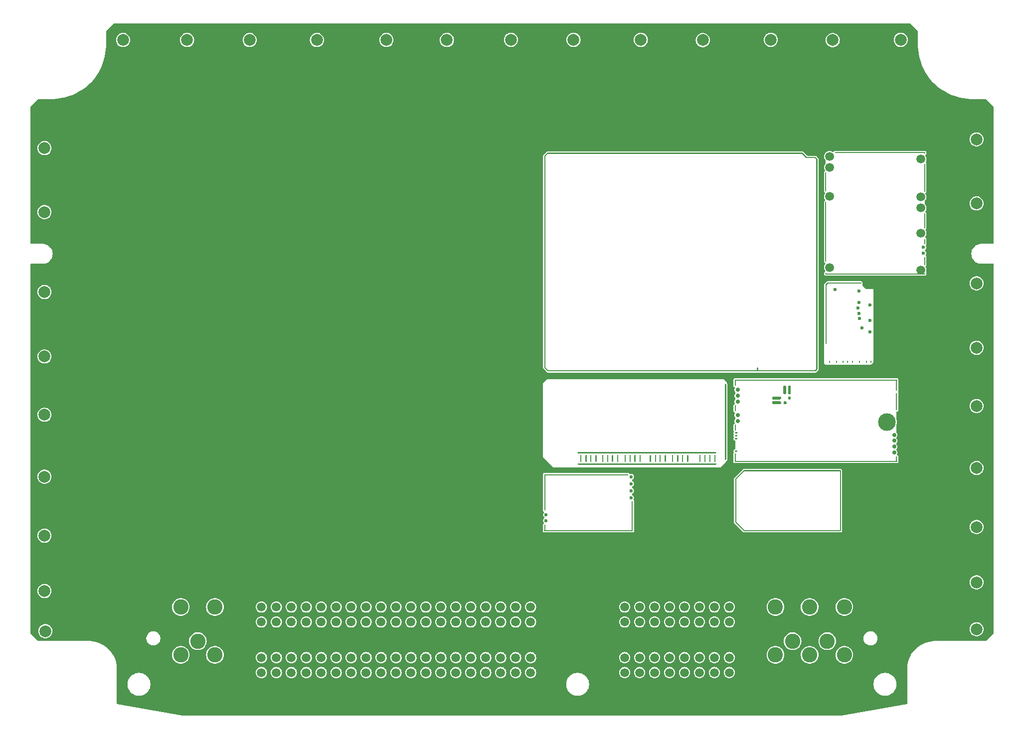
<source format=gtl>
G04 #@! TF.GenerationSoftware,KiCad,Pcbnew,8.0.6-8.0.6-0~ubuntu22.04.1*
G04 #@! TF.CreationDate,2024-11-07T20:55:43+00:00*
G04 #@! TF.ProjectId,lowimp121,6c6f7769-6d70-4313-9231-2e6b69636164,d*
G04 #@! TF.SameCoordinates,PX754d4c0PYd09dc30*
G04 #@! TF.FileFunction,Copper,L1,Top*
G04 #@! TF.FilePolarity,Positive*
%FSLAX46Y46*%
G04 Gerber Fmt 4.6, Leading zero omitted, Abs format (unit mm)*
G04 Created by KiCad (PCBNEW 8.0.6-8.0.6-0~ubuntu22.04.1) date 2024-11-07 20:55:43*
%MOMM*%
%LPD*%
G01*
G04 APERTURE LIST*
G04 #@! TA.AperFunction,ComponentPad*
%ADD10C,2.600000*%
G04 #@! TD*
G04 #@! TA.AperFunction,ComponentPad*
%ADD11C,1.500000*%
G04 #@! TD*
G04 #@! TA.AperFunction,ComponentPad*
%ADD12C,0.600000*%
G04 #@! TD*
G04 #@! TA.AperFunction,SMDPad,CuDef*
%ADD13O,0.200000X3.300000*%
G04 #@! TD*
G04 #@! TA.AperFunction,SMDPad,CuDef*
%ADD14O,0.200000X10.200000*%
G04 #@! TD*
G04 #@! TA.AperFunction,SMDPad,CuDef*
%ADD15O,0.200000X0.300000*%
G04 #@! TD*
G04 #@! TA.AperFunction,SMDPad,CuDef*
%ADD16O,17.000000X0.200000*%
G04 #@! TD*
G04 #@! TA.AperFunction,SMDPad,CuDef*
%ADD17O,15.400000X0.200000*%
G04 #@! TD*
G04 #@! TA.AperFunction,SMDPad,CuDef*
%ADD18O,0.200000X4.800000*%
G04 #@! TD*
G04 #@! TA.AperFunction,SMDPad,CuDef*
%ADD19O,0.200000X2.600000*%
G04 #@! TD*
G04 #@! TA.AperFunction,SMDPad,CuDef*
%ADD20O,0.200000X1.000000*%
G04 #@! TD*
G04 #@! TA.AperFunction,SMDPad,CuDef*
%ADD21O,0.200000X1.500000*%
G04 #@! TD*
G04 #@! TA.AperFunction,SMDPad,CuDef*
%ADD22O,0.250000X10.200000*%
G04 #@! TD*
G04 #@! TA.AperFunction,SMDPad,CuDef*
%ADD23O,5.800001X0.250000*%
G04 #@! TD*
G04 #@! TA.AperFunction,SMDPad,CuDef*
%ADD24O,0.200000X0.399999*%
G04 #@! TD*
G04 #@! TA.AperFunction,ComponentPad*
%ADD25C,0.599999*%
G04 #@! TD*
G04 #@! TA.AperFunction,SMDPad,CuDef*
%ADD26R,0.250000X6.185000*%
G04 #@! TD*
G04 #@! TA.AperFunction,SMDPad,CuDef*
%ADD27R,0.250000X1.115000*%
G04 #@! TD*
G04 #@! TA.AperFunction,SMDPad,CuDef*
%ADD28R,14.275000X0.250000*%
G04 #@! TD*
G04 #@! TA.AperFunction,SMDPad,CuDef*
%ADD29R,15.100000X0.250000*%
G04 #@! TD*
G04 #@! TA.AperFunction,SMDPad,CuDef*
%ADD30R,0.250000X5.175000*%
G04 #@! TD*
G04 #@! TA.AperFunction,ComponentPad*
%ADD31C,0.700000*%
G04 #@! TD*
G04 #@! TA.AperFunction,SMDPad,CuDef*
%ADD32C,3.000000*%
G04 #@! TD*
G04 #@! TA.AperFunction,SMDPad,CuDef*
%ADD33R,0.250000X3.000000*%
G04 #@! TD*
G04 #@! TA.AperFunction,SMDPad,CuDef*
%ADD34R,0.250000X1.100000*%
G04 #@! TD*
G04 #@! TA.AperFunction,SMDPad,CuDef*
%ADD35R,0.250000X0.980000*%
G04 #@! TD*
G04 #@! TA.AperFunction,SMDPad,CuDef*
%ADD36R,0.250000X1.450000*%
G04 #@! TD*
G04 #@! TA.AperFunction,SMDPad,CuDef*
%ADD37R,27.600000X0.250000*%
G04 #@! TD*
G04 #@! TA.AperFunction,SMDPad,CuDef*
%ADD38R,0.250000X1.950000*%
G04 #@! TD*
G04 #@! TA.AperFunction,SMDPad,CuDef*
%ADD39R,0.250000X0.950000*%
G04 #@! TD*
G04 #@! TA.AperFunction,ViaPad*
%ADD40C,2.000000*%
G04 #@! TD*
G04 APERTURE END LIST*
G04 #@! TO.P,M3,E1*
G04 #@! TO.N,N/C*
G04 #@! TA.AperFunction,SMDPad,CuDef*
G36*
G01*
X119279446Y58179003D02*
X119279446Y45379003D01*
G75*
G02*
X119179446Y45279003I-100000J0D01*
G01*
X119179446Y45279003D01*
G75*
G02*
X119079446Y45379003I0J100000D01*
G01*
X119079446Y58179003D01*
G75*
G02*
X119179446Y58279003I100000J0D01*
G01*
X119179446Y58279003D01*
G75*
G02*
X119279446Y58179003I0J-100000D01*
G01*
G37*
G04 #@! TD.AperFunction*
G04 #@! TO.P,M3,J1*
G04 #@! TA.AperFunction,SMDPad,CuDef*
G36*
G01*
X117499446Y46433994D02*
X94149446Y46433994D01*
G75*
G02*
X94024446Y46558994I0J125000D01*
G01*
X94024446Y46558994D01*
G75*
G02*
X94149446Y46683994I125000J0D01*
G01*
X117499446Y46683994D01*
G75*
G02*
X117624446Y46558994I0J-125000D01*
G01*
X117624446Y46558994D01*
G75*
G02*
X117499446Y46433994I-125000J0D01*
G01*
G37*
G04 #@! TD.AperFunction*
G04 #@! TO.P,M3,J2*
G04 #@! TA.AperFunction,SMDPad,CuDef*
G36*
G01*
X94174446Y44759031D02*
X117524446Y44759031D01*
G75*
G02*
X117649446Y44634031I0J-125000D01*
G01*
X117649446Y44634031D01*
G75*
G02*
X117524446Y44509031I-125000J0D01*
G01*
X94174446Y44509031D01*
G75*
G02*
X94049446Y44634031I0J125000D01*
G01*
X94049446Y44634031D01*
G75*
G02*
X94174446Y44759031I125000J0D01*
G01*
G37*
G04 #@! TD.AperFunction*
G04 #@! TO.P,M3,J3*
G04 #@! TA.AperFunction,SMDPad,CuDef*
G36*
G01*
X94524463Y45059012D02*
X94524463Y46109012D01*
G75*
G02*
X94624463Y46209012I100000J0D01*
G01*
X94624463Y46209012D01*
G75*
G02*
X94724463Y46109012I0J-100000D01*
G01*
X94724463Y45059012D01*
G75*
G02*
X94624463Y44959012I-100000J0D01*
G01*
X94624463Y44959012D01*
G75*
G02*
X94524463Y45059012I0J100000D01*
G01*
G37*
G04 #@! TD.AperFunction*
G04 #@! TO.P,M3,J4*
G04 #@! TA.AperFunction,SMDPad,CuDef*
G36*
G01*
X95399462Y45059012D02*
X95399462Y46109012D01*
G75*
G02*
X95499462Y46209012I100000J0D01*
G01*
X95499462Y46209012D01*
G75*
G02*
X95599462Y46109012I0J-100000D01*
G01*
X95599462Y45059012D01*
G75*
G02*
X95499462Y44959012I-100000J0D01*
G01*
X95499462Y44959012D01*
G75*
G02*
X95399462Y45059012I0J100000D01*
G01*
G37*
G04 #@! TD.AperFunction*
G04 #@! TO.P,M3,J5*
G04 #@! TA.AperFunction,SMDPad,CuDef*
G36*
G01*
X96199488Y45059001D02*
X96199488Y46109001D01*
G75*
G02*
X96299488Y46209001I100000J0D01*
G01*
X96299488Y46209001D01*
G75*
G02*
X96399488Y46109001I0J-100000D01*
G01*
X96399488Y45059001D01*
G75*
G02*
X96299488Y44959001I-100000J0D01*
G01*
X96299488Y44959001D01*
G75*
G02*
X96199488Y45059001I0J100000D01*
G01*
G37*
G04 #@! TD.AperFunction*
G04 #@! TO.P,M3,J6*
G04 #@! TA.AperFunction,SMDPad,CuDef*
G36*
G01*
X97074491Y45059001D02*
X97074491Y46109001D01*
G75*
G02*
X97174491Y46209001I100000J0D01*
G01*
X97174491Y46209001D01*
G75*
G02*
X97274491Y46109001I0J-100000D01*
G01*
X97274491Y45059001D01*
G75*
G02*
X97174491Y44959001I-100000J0D01*
G01*
X97174491Y44959001D01*
G75*
G02*
X97074491Y45059001I0J100000D01*
G01*
G37*
G04 #@! TD.AperFunction*
G04 #@! TO.P,M3,J7*
G04 #@! TA.AperFunction,SMDPad,CuDef*
G36*
G01*
X98199449Y45059001D02*
X98199449Y46109001D01*
G75*
G02*
X98299449Y46209001I100000J0D01*
G01*
X98299449Y46209001D01*
G75*
G02*
X98399449Y46109001I0J-100000D01*
G01*
X98399449Y45059001D01*
G75*
G02*
X98299449Y44959001I-100000J0D01*
G01*
X98299449Y44959001D01*
G75*
G02*
X98199449Y45059001I0J100000D01*
G01*
G37*
G04 #@! TD.AperFunction*
G04 #@! TO.P,M3,J8*
G04 #@! TA.AperFunction,SMDPad,CuDef*
G36*
G01*
X99074451Y45059001D02*
X99074451Y46109001D01*
G75*
G02*
X99174451Y46209001I100000J0D01*
G01*
X99174451Y46209001D01*
G75*
G02*
X99274451Y46109001I0J-100000D01*
G01*
X99274451Y45059001D01*
G75*
G02*
X99174451Y44959001I-100000J0D01*
G01*
X99174451Y44959001D01*
G75*
G02*
X99074451Y45059001I0J100000D01*
G01*
G37*
G04 #@! TD.AperFunction*
G04 #@! TO.P,M3,J9*
G04 #@! TA.AperFunction,SMDPad,CuDef*
G36*
G01*
X99874449Y45059001D02*
X99874449Y46109001D01*
G75*
G02*
X99974449Y46209001I100000J0D01*
G01*
X99974449Y46209001D01*
G75*
G02*
X100074449Y46109001I0J-100000D01*
G01*
X100074449Y45059001D01*
G75*
G02*
X99974449Y44959001I-100000J0D01*
G01*
X99974449Y44959001D01*
G75*
G02*
X99874449Y45059001I0J100000D01*
G01*
G37*
G04 #@! TD.AperFunction*
G04 #@! TO.P,M3,J10*
G04 #@! TA.AperFunction,SMDPad,CuDef*
G36*
G01*
X100749451Y45059001D02*
X100749451Y46109001D01*
G75*
G02*
X100849451Y46209001I100000J0D01*
G01*
X100849451Y46209001D01*
G75*
G02*
X100949451Y46109001I0J-100000D01*
G01*
X100949451Y45059001D01*
G75*
G02*
X100849451Y44959001I-100000J0D01*
G01*
X100849451Y44959001D01*
G75*
G02*
X100749451Y45059001I0J100000D01*
G01*
G37*
G04 #@! TD.AperFunction*
G04 #@! TO.P,M3,J11*
G04 #@! TA.AperFunction,SMDPad,CuDef*
G36*
G01*
X102024448Y45059001D02*
X102024448Y46109001D01*
G75*
G02*
X102124448Y46209001I100000J0D01*
G01*
X102124448Y46209001D01*
G75*
G02*
X102224448Y46109001I0J-100000D01*
G01*
X102224448Y45059001D01*
G75*
G02*
X102124448Y44959001I-100000J0D01*
G01*
X102124448Y44959001D01*
G75*
G02*
X102024448Y45059001I0J100000D01*
G01*
G37*
G04 #@! TD.AperFunction*
G04 #@! TO.P,M3,J12*
G04 #@! TA.AperFunction,SMDPad,CuDef*
G36*
G01*
X102899450Y45059001D02*
X102899450Y46109001D01*
G75*
G02*
X102999450Y46209001I100000J0D01*
G01*
X102999450Y46209001D01*
G75*
G02*
X103099450Y46109001I0J-100000D01*
G01*
X103099450Y45059001D01*
G75*
G02*
X102999450Y44959001I-100000J0D01*
G01*
X102999450Y44959001D01*
G75*
G02*
X102899450Y45059001I0J100000D01*
G01*
G37*
G04 #@! TD.AperFunction*
G04 #@! TO.P,M3,J13*
G04 #@! TA.AperFunction,SMDPad,CuDef*
G36*
G01*
X103699448Y45059001D02*
X103699448Y46109001D01*
G75*
G02*
X103799448Y46209001I100000J0D01*
G01*
X103799448Y46209001D01*
G75*
G02*
X103899448Y46109001I0J-100000D01*
G01*
X103899448Y45059001D01*
G75*
G02*
X103799448Y44959001I-100000J0D01*
G01*
X103799448Y44959001D01*
G75*
G02*
X103699448Y45059001I0J100000D01*
G01*
G37*
G04 #@! TD.AperFunction*
G04 #@! TO.P,M3,J14*
G04 #@! TA.AperFunction,SMDPad,CuDef*
G36*
G01*
X104574450Y45059001D02*
X104574450Y46109001D01*
G75*
G02*
X104674450Y46209001I100000J0D01*
G01*
X104674450Y46209001D01*
G75*
G02*
X104774450Y46109001I0J-100000D01*
G01*
X104774450Y45059001D01*
G75*
G02*
X104674450Y44959001I-100000J0D01*
G01*
X104674450Y44959001D01*
G75*
G02*
X104574450Y45059001I0J100000D01*
G01*
G37*
G04 #@! TD.AperFunction*
G04 #@! TO.P,M3,J15*
G04 #@! TA.AperFunction,SMDPad,CuDef*
G36*
G01*
X106299453Y45059001D02*
X106299453Y46109001D01*
G75*
G02*
X106399453Y46209001I100000J0D01*
G01*
X106399453Y46209001D01*
G75*
G02*
X106499453Y46109001I0J-100000D01*
G01*
X106499453Y45059001D01*
G75*
G02*
X106399453Y44959001I-100000J0D01*
G01*
X106399453Y44959001D01*
G75*
G02*
X106299453Y45059001I0J100000D01*
G01*
G37*
G04 #@! TD.AperFunction*
G04 #@! TO.P,M3,J16*
G04 #@! TA.AperFunction,SMDPad,CuDef*
G36*
G01*
X107174455Y45059001D02*
X107174455Y46109001D01*
G75*
G02*
X107274455Y46209001I100000J0D01*
G01*
X107274455Y46209001D01*
G75*
G02*
X107374455Y46109001I0J-100000D01*
G01*
X107374455Y45059001D01*
G75*
G02*
X107274455Y44959001I-100000J0D01*
G01*
X107274455Y44959001D01*
G75*
G02*
X107174455Y45059001I0J100000D01*
G01*
G37*
G04 #@! TD.AperFunction*
G04 #@! TO.P,M3,J17*
G04 #@! TA.AperFunction,SMDPad,CuDef*
G36*
G01*
X107974454Y45059001D02*
X107974454Y46109001D01*
G75*
G02*
X108074454Y46209001I100000J0D01*
G01*
X108074454Y46209001D01*
G75*
G02*
X108174454Y46109001I0J-100000D01*
G01*
X108174454Y45059001D01*
G75*
G02*
X108074454Y44959001I-100000J0D01*
G01*
X108074454Y44959001D01*
G75*
G02*
X107974454Y45059001I0J100000D01*
G01*
G37*
G04 #@! TD.AperFunction*
G04 #@! TO.P,M3,J18*
G04 #@! TA.AperFunction,SMDPad,CuDef*
G36*
G01*
X108849456Y45059001D02*
X108849456Y46109001D01*
G75*
G02*
X108949456Y46209001I100000J0D01*
G01*
X108949456Y46209001D01*
G75*
G02*
X109049456Y46109001I0J-100000D01*
G01*
X109049456Y45059001D01*
G75*
G02*
X108949456Y44959001I-100000J0D01*
G01*
X108949456Y44959001D01*
G75*
G02*
X108849456Y45059001I0J100000D01*
G01*
G37*
G04 #@! TD.AperFunction*
G04 #@! TO.P,M3,J19*
G04 #@! TA.AperFunction,SMDPad,CuDef*
G36*
G01*
X110099443Y45059001D02*
X110099443Y46109001D01*
G75*
G02*
X110199443Y46209001I100000J0D01*
G01*
X110199443Y46209001D01*
G75*
G02*
X110299443Y46109001I0J-100000D01*
G01*
X110299443Y45059001D01*
G75*
G02*
X110199443Y44959001I-100000J0D01*
G01*
X110199443Y44959001D01*
G75*
G02*
X110099443Y45059001I0J100000D01*
G01*
G37*
G04 #@! TD.AperFunction*
G04 #@! TO.P,M3,J20*
G04 #@! TA.AperFunction,SMDPad,CuDef*
G36*
G01*
X110974446Y45059001D02*
X110974446Y46109001D01*
G75*
G02*
X111074446Y46209001I100000J0D01*
G01*
X111074446Y46209001D01*
G75*
G02*
X111174446Y46109001I0J-100000D01*
G01*
X111174446Y45059001D01*
G75*
G02*
X111074446Y44959001I-100000J0D01*
G01*
X111074446Y44959001D01*
G75*
G02*
X110974446Y45059001I0J100000D01*
G01*
G37*
G04 #@! TD.AperFunction*
G04 #@! TO.P,M3,J21*
G04 #@! TA.AperFunction,SMDPad,CuDef*
G36*
G01*
X111774443Y45059001D02*
X111774443Y46109001D01*
G75*
G02*
X111874443Y46209001I100000J0D01*
G01*
X111874443Y46209001D01*
G75*
G02*
X111974443Y46109001I0J-100000D01*
G01*
X111974443Y45059001D01*
G75*
G02*
X111874443Y44959001I-100000J0D01*
G01*
X111874443Y44959001D01*
G75*
G02*
X111774443Y45059001I0J100000D01*
G01*
G37*
G04 #@! TD.AperFunction*
G04 #@! TO.P,M3,J22*
G04 #@! TA.AperFunction,SMDPad,CuDef*
G36*
G01*
X112649446Y45059001D02*
X112649446Y46109001D01*
G75*
G02*
X112749446Y46209001I100000J0D01*
G01*
X112749446Y46209001D01*
G75*
G02*
X112849446Y46109001I0J-100000D01*
G01*
X112849446Y45059001D01*
G75*
G02*
X112749446Y44959001I-100000J0D01*
G01*
X112749446Y44959001D01*
G75*
G02*
X112649446Y45059001I0J100000D01*
G01*
G37*
G04 #@! TD.AperFunction*
G04 #@! TO.P,M3,J23*
G04 #@! TA.AperFunction,SMDPad,CuDef*
G36*
G01*
X114729457Y45058996D02*
X114729457Y46108996D01*
G75*
G02*
X114829457Y46208996I100000J0D01*
G01*
X114829457Y46208996D01*
G75*
G02*
X114929457Y46108996I0J-100000D01*
G01*
X114929457Y45058996D01*
G75*
G02*
X114829457Y44958996I-100000J0D01*
G01*
X114829457Y44958996D01*
G75*
G02*
X114729457Y45058996I0J100000D01*
G01*
G37*
G04 #@! TD.AperFunction*
G04 #@! TO.P,M3,J24*
G04 #@! TA.AperFunction,SMDPad,CuDef*
G36*
G01*
X115604459Y45058996D02*
X115604459Y46108996D01*
G75*
G02*
X115704459Y46208996I100000J0D01*
G01*
X115704459Y46208996D01*
G75*
G02*
X115804459Y46108996I0J-100000D01*
G01*
X115804459Y45058996D01*
G75*
G02*
X115704459Y44958996I-100000J0D01*
G01*
X115704459Y44958996D01*
G75*
G02*
X115604459Y45058996I0J100000D01*
G01*
G37*
G04 #@! TD.AperFunction*
G04 #@! TO.P,M3,J25*
G04 #@! TA.AperFunction,SMDPad,CuDef*
G36*
G01*
X116404457Y45058996D02*
X116404457Y46108996D01*
G75*
G02*
X116504457Y46208996I100000J0D01*
G01*
X116504457Y46208996D01*
G75*
G02*
X116604457Y46108996I0J-100000D01*
G01*
X116604457Y45058996D01*
G75*
G02*
X116504457Y44958996I-100000J0D01*
G01*
X116504457Y44958996D01*
G75*
G02*
X116404457Y45058996I0J100000D01*
G01*
G37*
G04 #@! TD.AperFunction*
G04 #@! TO.P,M3,J26*
G04 #@! TA.AperFunction,SMDPad,CuDef*
G36*
G01*
X117279459Y45058996D02*
X117279459Y46108996D01*
G75*
G02*
X117379459Y46208996I100000J0D01*
G01*
X117379459Y46208996D01*
G75*
G02*
X117479459Y46108996I0J-100000D01*
G01*
X117479459Y45058996D01*
G75*
G02*
X117379459Y44958996I-100000J0D01*
G01*
X117379459Y44958996D01*
G75*
G02*
X117279459Y45058996I0J100000D01*
G01*
G37*
G04 #@! TD.AperFunction*
G04 #@! TD*
D10*
G04 #@! TO.P,P2,1,1*
G04 #@! TO.N,unconnected-(P2-Pad1)*
X26660000Y12210000D03*
G04 #@! TO.P,P2,2,2*
G04 #@! TO.N,unconnected-(P2-Pad2)*
X32460000Y12210000D03*
G04 #@! TO.P,P2,3,3*
G04 #@! TO.N,unconnected-(P2-Pad3)*
X29560000Y14540000D03*
G04 #@! TO.P,P2,4,4*
G04 #@! TO.N,unconnected-(P2-Pad4)*
X26660000Y20340000D03*
G04 #@! TO.P,P2,5,5*
G04 #@! TO.N,unconnected-(P2-Pad5)*
X32460000Y20340000D03*
D11*
G04 #@! TO.P,P2,6,6*
G04 #@! TO.N,unconnected-(P2-Pad6)*
X86080000Y20340000D03*
G04 #@! TO.P,P2,7,7*
G04 #@! TO.N,unconnected-(P2-Pad7)*
X83540000Y20340000D03*
G04 #@! TO.P,P2,8,8*
G04 #@! TO.N,unconnected-(P2-Pad8)*
X81000000Y20340000D03*
G04 #@! TO.P,P2,9,9*
G04 #@! TO.N,unconnected-(P2-Pad9)*
X78460000Y20340000D03*
G04 #@! TO.P,P2,10,10*
G04 #@! TO.N,unconnected-(P2-Pad10)*
X75920000Y20340000D03*
G04 #@! TO.P,P2,11,11*
G04 #@! TO.N,unconnected-(P2-Pad11)*
X73380000Y20340000D03*
G04 #@! TO.P,P2,12,12*
G04 #@! TO.N,unconnected-(P2-Pad12)*
X70840000Y20340000D03*
G04 #@! TO.P,P2,13,13*
G04 #@! TO.N,unconnected-(P2-Pad13)*
X68300000Y20340000D03*
G04 #@! TO.P,P2,14,14*
G04 #@! TO.N,unconnected-(P2-Pad14)*
X65760000Y20340000D03*
G04 #@! TO.P,P2,15,15*
G04 #@! TO.N,unconnected-(P2-Pad15)*
X63220000Y20340000D03*
G04 #@! TO.P,P2,16,16*
G04 #@! TO.N,unconnected-(P2-Pad16)*
X60680000Y20340000D03*
G04 #@! TO.P,P2,17,17*
G04 #@! TO.N,unconnected-(P2-Pad17)*
X58140000Y20340000D03*
G04 #@! TO.P,P2,18,18*
G04 #@! TO.N,unconnected-(P2-Pad18)*
X55600000Y20340000D03*
G04 #@! TO.P,P2,19,19*
G04 #@! TO.N,unconnected-(P2-Pad19)*
X53060000Y20340000D03*
G04 #@! TO.P,P2,20,20*
G04 #@! TO.N,unconnected-(P2-Pad20)*
X50520000Y20340000D03*
G04 #@! TO.P,P2,21,21*
G04 #@! TO.N,unconnected-(P2-Pad21)*
X47980000Y20340000D03*
G04 #@! TO.P,P2,22,22*
G04 #@! TO.N,unconnected-(P2-Pad22)*
X45440000Y20340000D03*
G04 #@! TO.P,P2,23,23*
G04 #@! TO.N,unconnected-(P2-Pad23)*
X42900000Y20340000D03*
G04 #@! TO.P,P2,24,24*
G04 #@! TO.N,unconnected-(P2-Pad24)*
X40360000Y20340000D03*
G04 #@! TO.P,P2,25,25*
G04 #@! TO.N,unconnected-(P2-Pad25)*
X86080000Y17800000D03*
G04 #@! TO.P,P2,26,26*
G04 #@! TO.N,unconnected-(P2-Pad26)*
X83540000Y17800000D03*
G04 #@! TO.P,P2,27,27*
G04 #@! TO.N,unconnected-(P2-Pad27)*
X81000000Y17800000D03*
G04 #@! TO.P,P2,28,28*
G04 #@! TO.N,unconnected-(P2-Pad28)*
X78460000Y17800000D03*
G04 #@! TO.P,P2,29,29*
G04 #@! TO.N,unconnected-(P2-Pad29)*
X75920000Y17800000D03*
G04 #@! TO.P,P2,30,30*
G04 #@! TO.N,unconnected-(P2-Pad30)*
X73380000Y17800000D03*
G04 #@! TO.P,P2,31,31*
G04 #@! TO.N,unconnected-(P2-Pad31)*
X70840000Y17800000D03*
G04 #@! TO.P,P2,32,32*
G04 #@! TO.N,unconnected-(P2-Pad32)*
X68300000Y17800000D03*
G04 #@! TO.P,P2,33,33*
G04 #@! TO.N,unconnected-(P2-Pad33)*
X65760000Y17800000D03*
G04 #@! TO.P,P2,34,34*
G04 #@! TO.N,unconnected-(P2-Pad34)*
X63220000Y17800000D03*
G04 #@! TO.P,P2,35,35*
G04 #@! TO.N,unconnected-(P2-Pad35)*
X60680000Y17800000D03*
G04 #@! TO.P,P2,36,36*
G04 #@! TO.N,unconnected-(P2-Pad36)*
X58140000Y17800000D03*
G04 #@! TO.P,P2,37,37*
G04 #@! TO.N,unconnected-(P2-Pad37)*
X55600000Y17800000D03*
G04 #@! TO.P,P2,38,38*
G04 #@! TO.N,unconnected-(P2-Pad38)*
X53060000Y17800000D03*
G04 #@! TO.P,P2,39,39*
G04 #@! TO.N,unconnected-(P2-Pad39)*
X50520000Y17800000D03*
G04 #@! TO.P,P2,40,40*
G04 #@! TO.N,unconnected-(P2-Pad40)*
X47980000Y17800000D03*
G04 #@! TO.P,P2,41,41*
G04 #@! TO.N,unconnected-(P2-Pad41)*
X45440000Y17800000D03*
G04 #@! TO.P,P2,42,42*
G04 #@! TO.N,unconnected-(P2-Pad42)*
X42900000Y17800000D03*
G04 #@! TO.P,P2,43,43*
G04 #@! TO.N,unconnected-(P2-Pad43)*
X40360000Y17800000D03*
G04 #@! TO.P,P2,44,44*
G04 #@! TO.N,unconnected-(P2-Pad44)*
X86080000Y11750000D03*
G04 #@! TO.P,P2,45,45*
G04 #@! TO.N,unconnected-(P2-Pad45)*
X83540000Y11750000D03*
G04 #@! TO.P,P2,46,46*
G04 #@! TO.N,unconnected-(P2-Pad46)*
X81000000Y11750000D03*
G04 #@! TO.P,P2,47,47*
G04 #@! TO.N,unconnected-(P2-Pad47)*
X78460000Y11750000D03*
G04 #@! TO.P,P2,48,48*
G04 #@! TO.N,unconnected-(P2-Pad48)*
X75920000Y11750000D03*
G04 #@! TO.P,P2,49,49*
G04 #@! TO.N,unconnected-(P2-Pad49)*
X73380000Y11750000D03*
G04 #@! TO.P,P2,50,50*
G04 #@! TO.N,unconnected-(P2-Pad50)*
X70840000Y11750000D03*
G04 #@! TO.P,P2,51,51*
G04 #@! TO.N,unconnected-(P2-Pad51)*
X68300000Y11750000D03*
G04 #@! TO.P,P2,52,52*
G04 #@! TO.N,unconnected-(P2-Pad52)*
X65760000Y11750000D03*
G04 #@! TO.P,P2,53,53*
G04 #@! TO.N,unconnected-(P2-Pad53)*
X63220000Y11750000D03*
G04 #@! TO.P,P2,54,54*
G04 #@! TO.N,unconnected-(P2-Pad54)*
X60680000Y11750000D03*
G04 #@! TO.P,P2,55,55*
G04 #@! TO.N,unconnected-(P2-Pad55)*
X58140000Y11750000D03*
G04 #@! TO.P,P2,56,56*
G04 #@! TO.N,unconnected-(P2-Pad56)*
X55600000Y11750000D03*
G04 #@! TO.P,P2,57,57*
G04 #@! TO.N,unconnected-(P2-Pad57)*
X53060000Y11750000D03*
G04 #@! TO.P,P2,58,58*
G04 #@! TO.N,unconnected-(P2-Pad58)*
X50520000Y11750000D03*
G04 #@! TO.P,P2,59,59*
G04 #@! TO.N,unconnected-(P2-Pad59)*
X47980000Y11750000D03*
G04 #@! TO.P,P2,60,60*
G04 #@! TO.N,unconnected-(P2-Pad60)*
X45440000Y11750000D03*
G04 #@! TO.P,P2,61,61*
G04 #@! TO.N,unconnected-(P2-Pad61)*
X42900000Y11750000D03*
G04 #@! TO.P,P2,62,62*
G04 #@! TO.N,unconnected-(P2-Pad62)*
X40360000Y11750000D03*
G04 #@! TO.P,P2,63,63*
G04 #@! TO.N,unconnected-(P2-Pad63)*
X86080000Y9210000D03*
G04 #@! TO.P,P2,64,64*
G04 #@! TO.N,unconnected-(P2-Pad64)*
X83540000Y9210000D03*
G04 #@! TO.P,P2,65,65*
G04 #@! TO.N,unconnected-(P2-Pad65)*
X81000000Y9210000D03*
G04 #@! TO.P,P2,66,66*
G04 #@! TO.N,unconnected-(P2-Pad66)*
X78460000Y9210000D03*
G04 #@! TO.P,P2,67,67*
G04 #@! TO.N,unconnected-(P2-Pad67)*
X75920000Y9210000D03*
G04 #@! TO.P,P2,68,68*
G04 #@! TO.N,unconnected-(P2-Pad68)*
X73380000Y9210000D03*
G04 #@! TO.P,P2,69,69*
G04 #@! TO.N,unconnected-(P2-Pad69)*
X70840000Y9210000D03*
G04 #@! TO.P,P2,70,70*
G04 #@! TO.N,unconnected-(P2-Pad70)*
X68300000Y9210000D03*
G04 #@! TO.P,P2,71,71*
G04 #@! TO.N,unconnected-(P2-Pad71)*
X65760000Y9210000D03*
G04 #@! TO.P,P2,72,72*
G04 #@! TO.N,unconnected-(P2-Pad72)*
X63220000Y9210000D03*
G04 #@! TO.P,P2,73,73*
G04 #@! TO.N,unconnected-(P2-Pad73)*
X60680000Y9210000D03*
G04 #@! TO.P,P2,74,74*
G04 #@! TO.N,unconnected-(P2-Pad74)*
X58140000Y9210000D03*
G04 #@! TO.P,P2,75,75*
G04 #@! TO.N,unconnected-(P2-Pad75)*
X55600000Y9210000D03*
G04 #@! TO.P,P2,76,76*
G04 #@! TO.N,unconnected-(P2-Pad76)*
X53060000Y9210000D03*
G04 #@! TO.P,P2,77,77*
G04 #@! TO.N,unconnected-(P2-Pad77)*
X50520000Y9210000D03*
G04 #@! TO.P,P2,78,78*
G04 #@! TO.N,unconnected-(P2-Pad78)*
X47980000Y9210000D03*
G04 #@! TO.P,P2,79,79*
G04 #@! TO.N,unconnected-(P2-Pad79)*
X45440000Y9210000D03*
G04 #@! TO.P,P2,80,80*
G04 #@! TO.N,unconnected-(P2-Pad80)*
X42900000Y9210000D03*
G04 #@! TO.P,P2,81,81*
G04 #@! TO.N,unconnected-(P2-Pad81)*
X40360000Y9210000D03*
G04 #@! TO.P,P2,82,82*
G04 #@! TO.N,unconnected-(P2-Pad82)*
X102050000Y9210000D03*
G04 #@! TO.P,P2,83,83*
G04 #@! TO.N,unconnected-(P2-Pad83)*
X104590000Y9210000D03*
G04 #@! TO.P,P2,84,84*
G04 #@! TO.N,unconnected-(P2-Pad84)*
X107130000Y9210000D03*
G04 #@! TO.P,P2,85,85*
G04 #@! TO.N,unconnected-(P2-Pad85)*
X109670000Y9210000D03*
G04 #@! TO.P,P2,86,86*
G04 #@! TO.N,unconnected-(P2-Pad86)*
X112210000Y9210000D03*
G04 #@! TO.P,P2,87,87*
G04 #@! TO.N,unconnected-(P2-Pad87)*
X114750000Y9210000D03*
G04 #@! TO.P,P2,88,88*
G04 #@! TO.N,unconnected-(P2-Pad88)*
X117290000Y9210000D03*
G04 #@! TO.P,P2,89,89*
G04 #@! TO.N,unconnected-(P2-Pad89)*
X119830000Y9210000D03*
G04 #@! TO.P,P2,90,90*
G04 #@! TO.N,unconnected-(P2-Pad90)*
X102050000Y11750000D03*
G04 #@! TO.P,P2,91,91*
G04 #@! TO.N,unconnected-(P2-Pad91)*
X104590000Y11750000D03*
G04 #@! TO.P,P2,92,92*
G04 #@! TO.N,unconnected-(P2-Pad92)*
X107130000Y11750000D03*
G04 #@! TO.P,P2,93,93*
G04 #@! TO.N,unconnected-(P2-Pad93)*
X109670000Y11750000D03*
G04 #@! TO.P,P2,94,94*
G04 #@! TO.N,unconnected-(P2-Pad94)*
X112210000Y11750000D03*
G04 #@! TO.P,P2,95,95*
G04 #@! TO.N,unconnected-(P2-Pad95)*
X114750000Y11750000D03*
G04 #@! TO.P,P2,96,96*
G04 #@! TO.N,unconnected-(P2-Pad96)*
X117290000Y11750000D03*
G04 #@! TO.P,P2,97,97*
G04 #@! TO.N,unconnected-(P2-Pad97)*
X119830000Y11750000D03*
G04 #@! TO.P,P2,98,98*
G04 #@! TO.N,unconnected-(P2-Pad98)*
X102050000Y17800000D03*
G04 #@! TO.P,P2,99,99*
G04 #@! TO.N,unconnected-(P2-Pad99)*
X104590000Y17800000D03*
G04 #@! TO.P,P2,100,100*
G04 #@! TO.N,unconnected-(P2-Pad100)*
X107130000Y17800000D03*
G04 #@! TO.P,P2,101,101*
G04 #@! TO.N,unconnected-(P2-Pad101)*
X109670000Y17800000D03*
G04 #@! TO.P,P2,102,102*
G04 #@! TO.N,unconnected-(P2-Pad102)*
X112210000Y17800000D03*
G04 #@! TO.P,P2,103,103*
G04 #@! TO.N,unconnected-(P2-Pad103)*
X114750000Y17800000D03*
G04 #@! TO.P,P2,104,104*
G04 #@! TO.N,unconnected-(P2-Pad104)*
X117290000Y17800000D03*
G04 #@! TO.P,P2,105,105*
G04 #@! TO.N,unconnected-(P2-Pad105)*
X119830000Y17800000D03*
G04 #@! TO.P,P2,106,106*
G04 #@! TO.N,unconnected-(P2-Pad106)*
X102050000Y20340000D03*
G04 #@! TO.P,P2,107,107*
G04 #@! TO.N,unconnected-(P2-Pad107)*
X104590000Y20340000D03*
G04 #@! TO.P,P2,108,108*
G04 #@! TO.N,unconnected-(P2-Pad108)*
X107130000Y20340000D03*
G04 #@! TO.P,P2,109,109*
G04 #@! TO.N,unconnected-(P2-Pad109)*
X109670000Y20340000D03*
G04 #@! TO.P,P2,110,110*
G04 #@! TO.N,unconnected-(P2-Pad110)*
X112210000Y20340000D03*
G04 #@! TO.P,P2,111,111*
G04 #@! TO.N,unconnected-(P2-Pad111)*
X114750000Y20340000D03*
G04 #@! TO.P,P2,112,112*
G04 #@! TO.N,unconnected-(P2-Pad112)*
X117290000Y20340000D03*
G04 #@! TO.P,P2,113,113*
G04 #@! TO.N,unconnected-(P2-Pad113)*
X119830000Y20340000D03*
D10*
G04 #@! TO.P,P2,114,114*
G04 #@! TO.N,unconnected-(P2-Pad114)*
X127660000Y12210000D03*
G04 #@! TO.P,P2,115,115*
G04 #@! TO.N,unconnected-(P2-Pad115)*
X133460000Y12210000D03*
G04 #@! TO.P,P2,116,116*
G04 #@! TO.N,unconnected-(P2-Pad116)*
X139360000Y12210000D03*
G04 #@! TO.P,P2,117,117*
G04 #@! TO.N,unconnected-(P2-Pad117)*
X130560000Y14540000D03*
G04 #@! TO.P,P2,118,118*
G04 #@! TO.N,unconnected-(P2-Pad118)*
X136460000Y14540000D03*
G04 #@! TO.P,P2,119,119*
G04 #@! TO.N,unconnected-(P2-Pad119)*
X127660000Y20340000D03*
G04 #@! TO.P,P2,120,120*
G04 #@! TO.N,unconnected-(P2-Pad120)*
X133460000Y20340000D03*
G04 #@! TO.P,P2,121,121*
G04 #@! TO.N,unconnected-(P2-Pad121)*
X139360000Y20340000D03*
G04 #@! TD*
G04 #@! TO.P,M4,S2,GND*
G04 #@! TO.N,unconnected-(M4D-GND-PadS2)*
G04 #@! TA.AperFunction,SMDPad,CuDef*
G36*
G01*
X88604449Y97003202D02*
X88604449Y61013202D01*
G75*
G02*
X88504449Y60913202I-100000J0D01*
G01*
X88504449Y60913202D01*
G75*
G02*
X88404449Y61013202I0J100000D01*
G01*
X88404449Y97003202D01*
G75*
G02*
X88504449Y97103202I100000J0D01*
G01*
X88504449Y97103202D01*
G75*
G02*
X88604449Y97003202I0J-100000D01*
G01*
G37*
G04 #@! TD.AperFunction*
G04 #@! TA.AperFunction,SMDPad,CuDef*
G36*
G01*
X88437014Y97079285D02*
X88861278Y97503549D01*
G75*
G02*
X89002700Y97503549I70711J-70711D01*
G01*
X89002700Y97503549D01*
G75*
G02*
X89002700Y97362127I-70711J-70711D01*
G01*
X88578436Y96937863D01*
G75*
G02*
X88437014Y96937863I-70711J70711D01*
G01*
X88437014Y96937863D01*
G75*
G02*
X88437014Y97079285I70711J70711D01*
G01*
G37*
G04 #@! TD.AperFunction*
G04 #@! TA.AperFunction,SMDPad,CuDef*
G36*
G01*
X88576029Y61080948D02*
X89099289Y60557688D01*
G75*
G02*
X89099289Y60416266I-70711J-70711D01*
G01*
X89099289Y60416266D01*
G75*
G02*
X88957867Y60416266I-70711J70711D01*
G01*
X88434607Y60939526D01*
G75*
G02*
X88434607Y61080948I70711J70711D01*
G01*
X88434607Y61080948D01*
G75*
G02*
X88576029Y61080948I70711J-70711D01*
G01*
G37*
G04 #@! TD.AperFunction*
G04 #@! TA.AperFunction,SMDPad,CuDef*
G36*
G01*
X88944855Y97536111D02*
X132244855Y97536111D01*
G75*
G02*
X132344855Y97436111I0J-100000D01*
G01*
X132344855Y97436111D01*
G75*
G02*
X132244855Y97336111I-100000J0D01*
G01*
X88944855Y97336111D01*
G75*
G02*
X88844855Y97436111I0J100000D01*
G01*
X88844855Y97436111D01*
G75*
G02*
X88944855Y97536111I100000J0D01*
G01*
G37*
G04 #@! TD.AperFunction*
G04 #@! TA.AperFunction,SMDPad,CuDef*
G36*
G01*
X89029446Y60586108D02*
X134429446Y60586108D01*
G75*
G02*
X134529446Y60486108I0J-100000D01*
G01*
X134529446Y60486108D01*
G75*
G02*
X134429446Y60386108I-100000J0D01*
G01*
X89029446Y60386108D01*
G75*
G02*
X88929446Y60486108I0J100000D01*
G01*
X88929446Y60486108D01*
G75*
G02*
X89029446Y60586108I100000J0D01*
G01*
G37*
G04 #@! TD.AperFunction*
G04 #@! TA.AperFunction,SMDPad,CuDef*
G36*
G01*
X124759446Y60961111D02*
X124759446Y60511111D01*
G75*
G02*
X124634446Y60386111I-125000J0D01*
G01*
X124634446Y60386111D01*
G75*
G02*
X124509446Y60511111I0J125000D01*
G01*
X124509446Y60961111D01*
G75*
G02*
X124634446Y61086111I125000J0D01*
G01*
X124634446Y61086111D01*
G75*
G02*
X124759446Y60961111I0J-125000D01*
G01*
G37*
G04 #@! TD.AperFunction*
G04 #@! TA.AperFunction,SMDPad,CuDef*
G36*
G01*
X132899792Y96649348D02*
X132192686Y97356454D01*
G75*
G02*
X132192686Y97497876I70711J70711D01*
G01*
X132192686Y97497876D01*
G75*
G02*
X132334108Y97497876I70711J-70711D01*
G01*
X133041214Y96790770D01*
G75*
G02*
X133041214Y96649348I-70711J-70711D01*
G01*
X133041214Y96649348D01*
G75*
G02*
X132899792Y96649348I-70711J70711D01*
G01*
G37*
G04 #@! TD.AperFunction*
G04 #@! TA.AperFunction,SMDPad,CuDef*
G36*
G01*
X133004448Y96811111D02*
X134404448Y96811111D01*
G75*
G02*
X134504448Y96711111I0J-100000D01*
G01*
X134504448Y96711111D01*
G75*
G02*
X134404448Y96611111I-100000J0D01*
G01*
X133004448Y96611111D01*
G75*
G02*
X132904448Y96711111I0J100000D01*
G01*
X132904448Y96711111D01*
G75*
G02*
X133004448Y96811111I100000J0D01*
G01*
G37*
G04 #@! TD.AperFunction*
G04 #@! TA.AperFunction,SMDPad,CuDef*
G36*
G01*
X134747005Y60687250D02*
X134478305Y60418550D01*
G75*
G02*
X134336883Y60418550I-70711J70711D01*
G01*
X134336883Y60418550D01*
G75*
G02*
X134336883Y60559972I70711J70711D01*
G01*
X134605583Y60828672D01*
G75*
G02*
X134747005Y60828672I70711J-70711D01*
G01*
X134747005Y60828672D01*
G75*
G02*
X134747005Y60687250I-70711J-70711D01*
G01*
G37*
G04 #@! TD.AperFunction*
G04 #@! TA.AperFunction,SMDPad,CuDef*
G36*
G01*
X134607482Y96391656D02*
X134359994Y96639144D01*
G75*
G02*
X134359994Y96780566I70711J70711D01*
G01*
X134359994Y96780566D01*
G75*
G02*
X134501416Y96780566I70711J-70711D01*
G01*
X134748904Y96533078D01*
G75*
G02*
X134748904Y96391656I-70711J-70711D01*
G01*
X134748904Y96391656D01*
G75*
G02*
X134607482Y96391656I-70711J70711D01*
G01*
G37*
G04 #@! TD.AperFunction*
G04 #@! TA.AperFunction,SMDPad,CuDef*
G36*
G01*
X134779446Y96461114D02*
X134779446Y60761114D01*
G75*
G02*
X134679446Y60661114I-100000J0D01*
G01*
X134679446Y60661114D01*
G75*
G02*
X134579446Y60761114I0J100000D01*
G01*
X134579446Y96461114D01*
G75*
G02*
X134679446Y96561114I100000J0D01*
G01*
X134679446Y96561114D01*
G75*
G02*
X134779446Y96461114I0J-100000D01*
G01*
G37*
G04 #@! TD.AperFunction*
G04 #@! TD*
D11*
G04 #@! TO.P,M5,E1,VBAT*
G04 #@! TO.N,unconnected-(M5-VBAT-PadE1)*
X152349442Y96443355D03*
G04 #@! TO.P,M5,E2,V12*
G04 #@! TO.N,unconnected-(M5-V12-PadE2)*
X152349442Y90043358D03*
G04 #@! TO.P,M5,E3,VIGN*
G04 #@! TO.N,unconnected-(M5-VIGN-PadE3)*
X152349442Y88143355D03*
G04 #@! TO.P,M5,E4,V5*
G04 #@! TO.N,unconnected-(M5-V5-PadE4)*
X152349442Y83843355D03*
D12*
G04 #@! TO.P,M5,E5,EN_5VP*
G04 #@! TO.N,unconnected-(M5-EN_5VP-PadE5)*
X152799441Y81443358D03*
G04 #@! TO.P,M5,E6,PG_5VP*
G04 #@! TO.N,unconnected-(M5-PG_5VP-PadE6)*
X152799441Y80443357D03*
D13*
G04 #@! TO.P,M5,S1,GND*
G04 #@! TO.N,unconnected-(M5-GND-PadS1)*
X136199446Y92593355D03*
D14*
X136199446Y84093357D03*
D15*
X136199446Y76993355D03*
D16*
X144599444Y76943355D03*
D17*
X145399445Y97543355D03*
D11*
X152349442Y77593355D03*
D15*
X152999443Y97493355D03*
D18*
X152999443Y93293357D03*
D19*
X152999443Y85943355D03*
D20*
X152999443Y82443358D03*
D21*
X152999443Y79143357D03*
D11*
G04 #@! TO.P,M5,V1,V12_PERM*
G04 #@! TO.N,unconnected-(M5-V12_PERM-PadV1)*
X136849445Y96893357D03*
G04 #@! TO.P,M5,V2,IN_VIGN*
G04 #@! TO.N,unconnected-(M5-IN_VIGN-PadV2)*
X136849445Y95043358D03*
G04 #@! TO.P,M5,V3,V12_RAW*
G04 #@! TO.N,unconnected-(M5-V12_RAW-PadV3)*
X136849445Y90093355D03*
G04 #@! TO.P,M5,V4,5VP*
G04 #@! TO.N,unconnected-(M5-5VP-PadV4)*
X136849445Y78043357D03*
G04 #@! TD*
D22*
G04 #@! TO.P,M2,G,GND*
G04 #@! TO.N,unconnected-(M2-GND-PadG)*
X136249446Y70119649D03*
G04 #@! TA.AperFunction,SMDPad,CuDef*
G36*
G01*
X136169641Y74989835D02*
X136169641Y74989835D01*
G75*
G02*
X136169641Y75166611I88388J88388D01*
G01*
X136452483Y75449453D01*
G75*
G02*
X136629259Y75449453I88388J-88388D01*
G01*
X136629259Y75449453D01*
G75*
G02*
X136629259Y75272677I-88388J-88388D01*
G01*
X136346417Y74989835D01*
G75*
G02*
X136169641Y74989835I-88388J88388D01*
G01*
G37*
G04 #@! TD.AperFunction*
D23*
X139361946Y75369644D03*
D24*
G04 #@! TO.P,M2,S1,OUT_IGN8*
G04 #@! TO.N,unconnected-(M2-OUT_IGN8-PadS1)*
X143874394Y61995027D03*
G04 #@! TO.P,M2,S2,OUT_IGN7*
G04 #@! TO.N,unconnected-(M2-OUT_IGN7-PadS2)*
X143114415Y61995027D03*
G04 #@! TO.P,M2,S3,OUT_IGN6*
G04 #@! TO.N,unconnected-(M2-OUT_IGN6-PadS3)*
X141939422Y61995027D03*
G04 #@! TO.P,M2,S4,OUT_IGN5*
G04 #@! TO.N,unconnected-(M2-OUT_IGN5-PadS4)*
X140764435Y61995027D03*
G04 #@! TO.P,M2,S5,OUT_IGN4*
G04 #@! TO.N,unconnected-(M2-OUT_IGN4-PadS5)*
X139924523Y61995027D03*
G04 #@! TO.P,M2,S6,OUT_IGN3*
G04 #@! TO.N,unconnected-(M2-OUT_IGN3-PadS6)*
X139174451Y61995027D03*
G04 #@! TO.P,M2,S7,OUT_IGN2*
G04 #@! TO.N,unconnected-(M2-OUT_IGN2-PadS7)*
X137999440Y61995027D03*
G04 #@! TO.P,M2,S8,OUT_IGN1*
G04 #@! TO.N,unconnected-(M2-OUT_IGN1-PadS8)*
X136824443Y61995027D03*
D25*
G04 #@! TO.P,M2,V1,IGN8*
G04 #@! TO.N,unconnected-(M2-IGN8-PadV1)*
X141864446Y72094634D03*
G04 #@! TO.P,M2,V2,IGN7*
G04 #@! TO.N,unconnected-(M2-IGN7-PadV2)*
X143699456Y71669626D03*
G04 #@! TO.P,M2,V3,IGN6*
G04 #@! TO.N,unconnected-(M2-IGN6-PadV3)*
X141649448Y71119629D03*
G04 #@! TO.P,M2,V4,IGN5*
G04 #@! TO.N,unconnected-(M2-IGN5-PadV4)*
X141864443Y70244670D03*
G04 #@! TO.P,M2,V5,IGN4*
G04 #@! TO.N,unconnected-(M2-IGN4-PadV5)*
X141939450Y69394647D03*
G04 #@! TO.P,M2,V6,IGN3*
G04 #@! TO.N,unconnected-(M2-IGN3-PadV6)*
X143699456Y69069631D03*
G04 #@! TO.P,M2,V7,IGN2*
G04 #@! TO.N,unconnected-(M2-IGN2-PadV7)*
X142389456Y67769664D03*
G04 #@! TO.P,M2,V8,IGN1*
G04 #@! TO.N,unconnected-(M2-IGN1-PadV8)*
X143699456Y67119647D03*
G04 #@! TO.P,M2,V9,VCC*
G04 #@! TO.N,unconnected-(M2-VCC-PadV9)*
X137774441Y74294650D03*
G04 #@! TO.P,M2,V10,V33*
G04 #@! TO.N,unconnected-(M2-V33-PadV10)*
X141849447Y73994648D03*
G04 #@! TD*
D12*
G04 #@! TO.P,M1,E1,HALL_EN*
G04 #@! TO.N,unconnected-(M1-HALL_EN-PadE1)*
X103129446Y40093357D03*
G04 #@! TO.P,M1,E2,NC*
G04 #@! TO.N,unconnected-(M1-NC-PadE2)*
X103129446Y38893357D03*
G04 #@! TO.P,M1,E3,OUT*
G04 #@! TO.N,unconnected-(M1-OUT-PadE3)*
X103129446Y41293357D03*
G04 #@! TO.P,M1,E4,V5_IN*
G04 #@! TO.N,unconnected-(M1-V5_IN-PadE4)*
X103129446Y42493357D03*
D26*
G04 #@! TO.P,M1,G,GND*
G04 #@! TO.N,unconnected-(M1-GND-PadG)*
X88479446Y39825857D03*
D27*
X88479446Y33775857D03*
D28*
X95491946Y42793357D03*
D29*
X95904446Y33343357D03*
D30*
X103329446Y35805857D03*
D12*
G04 #@! TO.P,M1,W1,VR-/HALL*
G04 #@! TO.N,unconnected-(M1-VR-{slash}HALL-PadW1)*
X88704446Y36033357D03*
G04 #@! TO.P,M1,W2,VR+*
G04 #@! TO.N,unconnected-(M1-VR+-PadW2)*
X88704446Y35033357D03*
G04 #@! TD*
G04 #@! TO.P,M6,G,GND*
G04 #@! TO.N,unconnected-(M6-GND-PadG)*
G04 #@! TA.AperFunction,SMDPad,CuDef*
G36*
G01*
X121004437Y42060857D02*
X121004437Y34770857D01*
G75*
G02*
X120904437Y34670857I-100000J0D01*
G01*
X120904437Y34670857D01*
G75*
G02*
X120804437Y34770857I0J100000D01*
G01*
X120804437Y42060857D01*
G75*
G02*
X120904437Y42160857I100000J0D01*
G01*
X120904437Y42160857D01*
G75*
G02*
X121004437Y42060857I0J-100000D01*
G01*
G37*
G04 #@! TD.AperFunction*
G04 #@! TA.AperFunction,SMDPad,CuDef*
G36*
G01*
X122389152Y43427166D02*
X120982010Y42020024D01*
G75*
G02*
X120840588Y42020024I-70711J70711D01*
G01*
X120840588Y42020024D01*
G75*
G02*
X120840588Y42161446I70711J70711D01*
G01*
X122247730Y43568588D01*
G75*
G02*
X122389152Y43568588I70711J-70711D01*
G01*
X122389152Y43568588D01*
G75*
G02*
X122389152Y43427166I-70711J-70711D01*
G01*
G37*
G04 #@! TD.AperFunction*
G04 #@! TA.AperFunction,SMDPad,CuDef*
G36*
G01*
X120976889Y34837325D02*
X122419387Y33394827D01*
G75*
G02*
X122419387Y33253405I-70711J-70711D01*
G01*
X122419387Y33253405D01*
G75*
G02*
X122277965Y33253405I-70711J70711D01*
G01*
X120835467Y34695903D01*
G75*
G02*
X120835467Y34837325I70711J70711D01*
G01*
X120835467Y34837325D01*
G75*
G02*
X120976889Y34837325I70711J-70711D01*
G01*
G37*
G04 #@! TD.AperFunction*
G04 #@! TA.AperFunction,SMDPad,CuDef*
G36*
G01*
X122325000Y43600000D02*
X138675000Y43600000D01*
G75*
G02*
X138775000Y43500000I0J-100000D01*
G01*
X138775000Y43500000D01*
G75*
G02*
X138675000Y43400000I-100000J0D01*
G01*
X122325000Y43400000D01*
G75*
G02*
X122225000Y43500000I0J100000D01*
G01*
X122225000Y43500000D01*
G75*
G02*
X122325000Y43600000I100000J0D01*
G01*
G37*
G04 #@! TD.AperFunction*
G04 #@! TA.AperFunction,SMDPad,CuDef*
G36*
G01*
X122403424Y33422374D02*
X138663424Y33422374D01*
G75*
G02*
X138763424Y33322374I0J-100000D01*
G01*
X138763424Y33322374D01*
G75*
G02*
X138663424Y33222374I-100000J0D01*
G01*
X122403424Y33222374D01*
G75*
G02*
X122303424Y33322374I0J100000D01*
G01*
X122303424Y33322374D01*
G75*
G02*
X122403424Y33422374I100000J0D01*
G01*
G37*
G04 #@! TD.AperFunction*
G04 #@! TA.AperFunction,SMDPad,CuDef*
G36*
G01*
X138596921Y33320191D02*
X138596921Y43490191D01*
G75*
G02*
X138696921Y43590191I100000J0D01*
G01*
X138696921Y43590191D01*
G75*
G02*
X138796921Y43490191I0J-100000D01*
G01*
X138796921Y33320191D01*
G75*
G02*
X138696921Y33220191I-100000J0D01*
G01*
X138696921Y33220191D01*
G75*
G02*
X138596921Y33320191I0J100000D01*
G01*
G37*
G04 #@! TD.AperFunction*
G04 #@! TD*
D31*
G04 #@! TO.P,M7,E1,LSU_Un*
G04 #@! TO.N,unconnected-(M7-LSU_Un-PadE1)*
X147829446Y46593357D03*
G04 #@! TO.P,M7,E2,LSU_Vm*
G04 #@! TO.N,unconnected-(M7-LSU_Vm-PadE2)*
X147829446Y49593357D03*
G04 #@! TO.P,M7,E3,LSU_Ip*
G04 #@! TO.N,unconnected-(M7-LSU_Ip-PadE3)*
X147829446Y48593357D03*
G04 #@! TO.P,M7,E4,LSU_Rtrim*
G04 #@! TO.N,unconnected-(M7-LSU_Rtrim-PadE4)*
X147829446Y47593357D03*
D32*
G04 #@! TO.P,M7,E5,LSU_H+*
G04 #@! TO.N,unconnected-(M7-LSU_H+-PadE5)*
X146579446Y51743357D03*
D33*
G04 #@! TO.P,M7,E6,LSU_H-*
G04 #@! TO.N,unconnected-(M7-LSU_H--PadE6)*
X148204446Y55243357D03*
D34*
G04 #@! TO.P,M7,G,GND*
G04 #@! TO.N,unconnected-(M7-GND-PadG)*
X120854446Y58443357D03*
D35*
X120854446Y54103357D03*
X120854446Y50803357D03*
D36*
X120854446Y45718357D03*
D37*
X134529446Y58868357D03*
X134529446Y45118357D03*
D38*
X148204446Y58018357D03*
D39*
X148204446Y45468357D03*
G04 #@! TO.P,M7,J1,SEL1*
G04 #@! TO.N,unconnected-(M7-SEL1-PadJ1)*
G04 #@! TA.AperFunction,SMDPad,CuDef*
G36*
G01*
X130279446Y57843357D02*
X130279446Y56593357D01*
G75*
G02*
X130154446Y56468357I-125000J0D01*
G01*
X129904446Y56468357D01*
G75*
G02*
X129779446Y56593357I0J125000D01*
G01*
X129779446Y57843357D01*
G75*
G02*
X129904446Y57968357I125000J0D01*
G01*
X130154446Y57968357D01*
G75*
G02*
X130279446Y57843357I0J-125000D01*
G01*
G37*
G04 #@! TD.AperFunction*
G04 #@! TO.P,M7,J2,SEL2*
G04 #@! TO.N,unconnected-(M7-SEL2-PadJ2)*
G04 #@! TA.AperFunction,SMDPad,CuDef*
G36*
G01*
X128604446Y55168357D02*
X128604446Y54918357D01*
G75*
G02*
X128479446Y54793357I-125000J0D01*
G01*
X127229446Y54793357D01*
G75*
G02*
X127104446Y54918357I0J125000D01*
G01*
X127104446Y55168357D01*
G75*
G02*
X127229446Y55293357I125000J0D01*
G01*
X128479446Y55293357D01*
G75*
G02*
X128604446Y55168357I0J-125000D01*
G01*
G37*
G04 #@! TD.AperFunction*
G04 #@! TO.P,M7,J_GND1,PULL_DOWN1*
G04 #@! TO.N,unconnected-(M7-PULL_DOWN1-PadJ_GND1)*
G04 #@! TA.AperFunction,SMDPad,CuDef*
G36*
G01*
X129479446Y57843357D02*
X129479446Y56593357D01*
G75*
G02*
X129354446Y56468357I-125000J0D01*
G01*
X129104446Y56468357D01*
G75*
G02*
X128979446Y56593357I0J125000D01*
G01*
X128979446Y57843357D01*
G75*
G02*
X129104446Y57968357I125000J0D01*
G01*
X129354446Y57968357D01*
G75*
G02*
X129479446Y57843357I0J-125000D01*
G01*
G37*
G04 #@! TD.AperFunction*
G04 #@! TO.P,M7,J_GND2,PULL_DOWN2*
G04 #@! TO.N,unconnected-(M7-PULL_DOWN2-PadJ_GND2)*
G04 #@! TA.AperFunction,SMDPad,CuDef*
G36*
G01*
X129154446Y55293357D02*
X129404446Y55293357D01*
G75*
G02*
X129529446Y55168357I0J-125000D01*
G01*
X129529446Y54918357D01*
G75*
G02*
X129404446Y54793357I-125000J0D01*
G01*
X129154446Y54793357D01*
G75*
G02*
X129029446Y54918357I0J125000D01*
G01*
X129029446Y55168357D01*
G75*
G02*
X129154446Y55293357I125000J0D01*
G01*
G37*
G04 #@! TD.AperFunction*
G04 #@! TO.P,M7,J_VCC1,PULL_UP1*
G04 #@! TO.N,unconnected-(M7-PULL_UP1-PadJ_VCC1)*
G04 #@! TA.AperFunction,SMDPad,CuDef*
G36*
G01*
X130279446Y55968357D02*
X130279446Y55718357D01*
G75*
G02*
X130154446Y55593357I-125000J0D01*
G01*
X129904446Y55593357D01*
G75*
G02*
X129779446Y55718357I0J125000D01*
G01*
X129779446Y55968357D01*
G75*
G02*
X129904446Y56093357I125000J0D01*
G01*
X130154446Y56093357D01*
G75*
G02*
X130279446Y55968357I0J-125000D01*
G01*
G37*
G04 #@! TD.AperFunction*
G04 #@! TO.P,M7,J_VCC2,PULL_UP2*
G04 #@! TO.N,unconnected-(M7-PULL_UP2-PadJ_VCC2)*
G04 #@! TA.AperFunction,SMDPad,CuDef*
G36*
G01*
X128604446Y55968357D02*
X128604446Y55718357D01*
G75*
G02*
X128479446Y55593357I-125000J0D01*
G01*
X127229446Y55593357D01*
G75*
G02*
X127104446Y55718357I0J125000D01*
G01*
X127104446Y55968357D01*
G75*
G02*
X127229446Y56093357I125000J0D01*
G01*
X128479446Y56093357D01*
G75*
G02*
X128604446Y55968357I0J-125000D01*
G01*
G37*
G04 #@! TD.AperFunction*
D31*
G04 #@! TO.P,M7,W1,V5_IN*
G04 #@! TO.N,unconnected-(M7-V5_IN-PadW1)*
X121238246Y56243357D03*
G04 #@! TO.P,M7,W2,CAN_VIO*
G04 #@! TO.N,unconnected-(M7-CAN_VIO-PadW2)*
X121238246Y55243357D03*
G04 #@! TO.P,M7,W3,CANL*
G04 #@! TO.N,unconnected-(M7-CANL-PadW3)*
X121238246Y51947357D03*
G04 #@! TO.P,M7,W4,CANH*
G04 #@! TO.N,unconnected-(M7-CANH-PadW4)*
X121238246Y52963357D03*
G04 #@! TO.P,M7,W5,nReset*
G04 #@! TO.N,unconnected-(M7-nReset-PadW5)*
G04 #@! TA.AperFunction,SMDPad,CuDef*
G36*
G01*
X120729446Y49943357D02*
X120729446Y49943357D01*
G75*
G02*
X120854446Y50068357I125000J0D01*
G01*
X121104446Y50068357D01*
G75*
G02*
X121229446Y49943357I0J-125000D01*
G01*
X121229446Y49943357D01*
G75*
G02*
X121104446Y49818357I-125000J0D01*
G01*
X120854446Y49818357D01*
G75*
G02*
X120729446Y49943357I0J125000D01*
G01*
G37*
G04 #@! TD.AperFunction*
G04 #@! TO.P,M7,W6,SWDIO*
G04 #@! TO.N,unconnected-(M7-SWDIO-PadW6)*
G04 #@! TA.AperFunction,SMDPad,CuDef*
G36*
G01*
X120729446Y49443357D02*
X120729446Y49443357D01*
G75*
G02*
X120854446Y49568357I125000J0D01*
G01*
X121104446Y49568357D01*
G75*
G02*
X121229446Y49443357I0J-125000D01*
G01*
X121229446Y49443357D01*
G75*
G02*
X121104446Y49318357I-125000J0D01*
G01*
X120854446Y49318357D01*
G75*
G02*
X120729446Y49443357I0J125000D01*
G01*
G37*
G04 #@! TD.AperFunction*
G04 #@! TO.P,M7,W7,SWCLK*
G04 #@! TO.N,unconnected-(M7-SWCLK-PadW7)*
G04 #@! TA.AperFunction,SMDPad,CuDef*
G36*
G01*
X120729446Y48943357D02*
X120729446Y48943357D01*
G75*
G02*
X120854446Y49068357I125000J0D01*
G01*
X121104446Y49068357D01*
G75*
G02*
X121229446Y48943357I0J-125000D01*
G01*
X121229446Y48943357D01*
G75*
G02*
X121104446Y48818357I-125000J0D01*
G01*
X120854446Y48818357D01*
G75*
G02*
X120729446Y48943357I0J125000D01*
G01*
G37*
G04 #@! TD.AperFunction*
G04 #@! TO.P,M7,W8,V33_OUT*
G04 #@! TO.N,unconnected-(M7-V33_OUT-PadW8)*
G04 #@! TA.AperFunction,SMDPad,CuDef*
G36*
G01*
X120729446Y46843357D02*
X120729446Y46843357D01*
G75*
G02*
X120854446Y46968357I125000J0D01*
G01*
X121104446Y46968357D01*
G75*
G02*
X121229446Y46843357I0J-125000D01*
G01*
X121229446Y46843357D01*
G75*
G02*
X121104446Y46718357I-125000J0D01*
G01*
X120854446Y46718357D01*
G75*
G02*
X120729446Y46843357I0J125000D01*
G01*
G37*
G04 #@! TD.AperFunction*
G04 #@! TO.P,M7,W9,VDDA*
G04 #@! TO.N,unconnected-(M7-VDDA-PadW9)*
X121238246Y57243357D03*
G04 #@! TD*
D40*
G04 #@! TO.N,*
X3512000Y32468000D03*
X3512000Y23068000D03*
X3512000Y87443000D03*
X3512000Y73868000D03*
X3512000Y98318000D03*
X115312000Y116668000D03*
X3662000Y16243000D03*
X104787000Y116718000D03*
X161812000Y33943000D03*
X3512000Y42493000D03*
X161812000Y43968000D03*
X27737000Y116693000D03*
X71862000Y116693000D03*
X49787000Y116693000D03*
X148937000Y116718000D03*
X161812000Y88918000D03*
X126862000Y116718000D03*
X161812000Y54493000D03*
X161812000Y16568000D03*
X161812000Y99793000D03*
X161812000Y64393000D03*
X16862000Y116693000D03*
X61587000Y116693000D03*
X3512000Y53018000D03*
X161812000Y24543000D03*
X82737000Y116718000D03*
X137387000Y116668000D03*
X93362000Y116718000D03*
X3512000Y62918000D03*
X38362000Y116693000D03*
X161812000Y75343000D03*
G04 #@! TD*
G04 #@! TA.AperFunction,NonConductor*
G36*
X150575854Y119508094D02*
G01*
X150587667Y119498005D01*
X151832004Y118253668D01*
X151859781Y118199151D01*
X151861000Y118183664D01*
X151861000Y115808487D01*
X151861001Y115808478D01*
X151861001Y115569162D01*
X151894251Y115040670D01*
X151897274Y114992624D01*
X151897275Y114992614D01*
X151969675Y114419510D01*
X151969680Y114419477D01*
X152077918Y113852072D01*
X152077922Y113852057D01*
X152221585Y113292528D01*
X152400097Y112743124D01*
X152612754Y112206013D01*
X152612756Y112206008D01*
X152858717Y111683315D01*
X152858724Y111683301D01*
X153137020Y111177083D01*
X153137021Y111177082D01*
X153446550Y110689343D01*
X153786101Y110221992D01*
X154154326Y109776883D01*
X154549774Y109355774D01*
X154970883Y108960327D01*
X155415991Y108592101D01*
X155883342Y108252551D01*
X155920164Y108229183D01*
X156371077Y107943025D01*
X156371081Y107943022D01*
X156371083Y107943021D01*
X156371091Y107943016D01*
X156877314Y107664718D01*
X157400012Y107418754D01*
X157937123Y107206097D01*
X158486527Y107027585D01*
X159046056Y106883922D01*
X159046065Y106883921D01*
X159046070Y106883919D01*
X159551710Y106787464D01*
X159613501Y106775676D01*
X160186624Y106703274D01*
X160763161Y106667001D01*
X161014008Y106667001D01*
X163377664Y106667001D01*
X163435855Y106648094D01*
X163447668Y106638005D01*
X164692004Y105393669D01*
X164719781Y105339152D01*
X164721000Y105323665D01*
X164721000Y82158001D01*
X164702093Y82099810D01*
X164652593Y82063846D01*
X164622000Y82059001D01*
X162564572Y82059001D01*
X162564552Y82058999D01*
X162485273Y82058999D01*
X162234667Y82021226D01*
X162234657Y82021224D01*
X161992473Y81946521D01*
X161764137Y81836559D01*
X161764133Y81836557D01*
X161764130Y81836555D01*
X161572755Y81706078D01*
X161554716Y81693779D01*
X161368935Y81521400D01*
X161368929Y81521394D01*
X161210919Y81323254D01*
X161210909Y81323240D01*
X161084196Y81103767D01*
X161084192Y81103759D01*
X161084190Y81103755D01*
X161084190Y81103754D01*
X160991613Y80867870D01*
X160991594Y80867822D01*
X160935200Y80620742D01*
X160935198Y80620732D01*
X160916259Y80368003D01*
X160916259Y80367998D01*
X160935198Y80115269D01*
X160935200Y80115259D01*
X160966558Y79977868D01*
X160991596Y79868172D01*
X161076441Y79651991D01*
X161084192Y79632242D01*
X161084196Y79632234D01*
X161210909Y79412761D01*
X161210919Y79412747D01*
X161368929Y79214607D01*
X161368935Y79214601D01*
X161554716Y79042222D01*
X161554718Y79042221D01*
X161554723Y79042216D01*
X161764130Y78899445D01*
X161860788Y78852897D01*
X161992473Y78789480D01*
X161992475Y78789480D01*
X161992476Y78789479D01*
X162234662Y78714775D01*
X162485277Y78677001D01*
X162574008Y78677001D01*
X164622000Y78677001D01*
X164680191Y78658094D01*
X164716155Y78608594D01*
X164721000Y78578001D01*
X164721000Y15902337D01*
X164702093Y15844146D01*
X164692004Y15832333D01*
X163447667Y14587996D01*
X163393150Y14560219D01*
X163377663Y14559000D01*
X154817786Y14559000D01*
X154817404Y14559001D01*
X154591813Y14559871D01*
X154591785Y14559870D01*
X154176972Y14525161D01*
X154176940Y14525156D01*
X153766726Y14454371D01*
X153766697Y14454365D01*
X153364233Y14348045D01*
X152972552Y14206990D01*
X152972551Y14206990D01*
X152594689Y14032290D01*
X152594680Y14032285D01*
X152233513Y13825275D01*
X151891786Y13587522D01*
X151891783Y13587520D01*
X151572115Y13320851D01*
X151572107Y13320843D01*
X151276938Y13027291D01*
X151008515Y12709092D01*
X150768884Y12368668D01*
X150559888Y12008638D01*
X150383116Y11631745D01*
X150383110Y11631730D01*
X150239917Y11240863D01*
X150239909Y11240840D01*
X150131376Y10838948D01*
X150131370Y10838920D01*
X150058333Y10429108D01*
X150058332Y10429102D01*
X150021343Y10014456D01*
X150021078Y9853801D01*
X150020885Y9851822D01*
X150020998Y9806188D01*
X150020998Y9805791D01*
X150020927Y9759956D01*
X150021118Y9758012D01*
X150035590Y3961527D01*
X150016828Y3903289D01*
X149967418Y3867202D01*
X149953763Y3863781D01*
X138863833Y1910501D01*
X138846660Y1909000D01*
X26977374Y1909000D01*
X26960179Y1910505D01*
X15884805Y3863836D01*
X15830783Y3892563D01*
X15803963Y3947557D01*
X15803000Y3961331D01*
X15803000Y7337844D01*
X17609500Y7337844D01*
X17609500Y7082157D01*
X17642873Y6828668D01*
X17642873Y6828663D01*
X17709050Y6581686D01*
X17806892Y6345473D01*
X17806894Y6345469D01*
X17806896Y6345465D01*
X17934739Y6124035D01*
X17934741Y6124032D01*
X18090384Y5921194D01*
X18090386Y5921192D01*
X18090390Y5921187D01*
X18271187Y5740390D01*
X18271191Y5740387D01*
X18271193Y5740385D01*
X18474031Y5584742D01*
X18474035Y5584739D01*
X18695465Y5456896D01*
X18931687Y5359050D01*
X19178660Y5292874D01*
X19432157Y5259500D01*
X19432158Y5259500D01*
X19687842Y5259500D01*
X19687843Y5259500D01*
X19941340Y5292874D01*
X20188313Y5359050D01*
X20424535Y5456896D01*
X20645965Y5584739D01*
X20848813Y5740390D01*
X21029610Y5921187D01*
X21185261Y6124035D01*
X21313104Y6345465D01*
X21410950Y6581687D01*
X21477126Y6828660D01*
X21510500Y7082157D01*
X21510500Y7337843D01*
X21510500Y7337844D01*
X92109500Y7337844D01*
X92109500Y7082157D01*
X92142873Y6828668D01*
X92142873Y6828663D01*
X92209050Y6581686D01*
X92306892Y6345473D01*
X92306894Y6345469D01*
X92306896Y6345465D01*
X92434739Y6124035D01*
X92434741Y6124032D01*
X92590384Y5921194D01*
X92590386Y5921192D01*
X92590390Y5921187D01*
X92771187Y5740390D01*
X92771191Y5740387D01*
X92771193Y5740385D01*
X92974031Y5584742D01*
X92974035Y5584739D01*
X93195465Y5456896D01*
X93431687Y5359050D01*
X93678660Y5292874D01*
X93932157Y5259500D01*
X93932158Y5259500D01*
X94187842Y5259500D01*
X94187843Y5259500D01*
X94441340Y5292874D01*
X94688313Y5359050D01*
X94924535Y5456896D01*
X95145965Y5584739D01*
X95348813Y5740390D01*
X95529610Y5921187D01*
X95685261Y6124035D01*
X95813104Y6345465D01*
X95910950Y6581687D01*
X95977126Y6828660D01*
X96010500Y7082157D01*
X96010500Y7337843D01*
X96010500Y7337844D01*
X144309500Y7337844D01*
X144309500Y7082157D01*
X144342873Y6828668D01*
X144342873Y6828663D01*
X144409050Y6581686D01*
X144506892Y6345473D01*
X144506894Y6345469D01*
X144506896Y6345465D01*
X144634739Y6124035D01*
X144634741Y6124032D01*
X144790384Y5921194D01*
X144790386Y5921192D01*
X144790390Y5921187D01*
X144971187Y5740390D01*
X144971191Y5740387D01*
X144971193Y5740385D01*
X145174031Y5584742D01*
X145174035Y5584739D01*
X145395465Y5456896D01*
X145631687Y5359050D01*
X145878660Y5292874D01*
X146132157Y5259500D01*
X146132158Y5259500D01*
X146387842Y5259500D01*
X146387843Y5259500D01*
X146641340Y5292874D01*
X146888313Y5359050D01*
X147124535Y5456896D01*
X147345965Y5584739D01*
X147548813Y5740390D01*
X147729610Y5921187D01*
X147885261Y6124035D01*
X148013104Y6345465D01*
X148110950Y6581687D01*
X148177126Y6828660D01*
X148210500Y7082157D01*
X148210500Y7337843D01*
X148177126Y7591340D01*
X148110950Y7838313D01*
X148013104Y8074535D01*
X147885261Y8295965D01*
X147729610Y8498813D01*
X147548813Y8679610D01*
X147548808Y8679614D01*
X147548806Y8679616D01*
X147345968Y8835259D01*
X147329973Y8844494D01*
X147124535Y8963104D01*
X147124531Y8963106D01*
X147124527Y8963108D01*
X146888314Y9060950D01*
X146779413Y9090130D01*
X146641340Y9127126D01*
X146641337Y9127127D01*
X146641335Y9127127D01*
X146387843Y9160500D01*
X146132157Y9160500D01*
X146132156Y9160500D01*
X145878667Y9127127D01*
X145878662Y9127127D01*
X145631685Y9060950D01*
X145395472Y8963108D01*
X145174031Y8835259D01*
X144971193Y8679616D01*
X144790384Y8498807D01*
X144634741Y8295969D01*
X144506892Y8074528D01*
X144409050Y7838315D01*
X144342873Y7591338D01*
X144342873Y7591333D01*
X144309500Y7337844D01*
X96010500Y7337844D01*
X95977126Y7591340D01*
X95910950Y7838313D01*
X95813104Y8074535D01*
X95685261Y8295965D01*
X95529610Y8498813D01*
X95348813Y8679610D01*
X95348808Y8679614D01*
X95348806Y8679616D01*
X95145968Y8835259D01*
X95129973Y8844494D01*
X94924535Y8963104D01*
X94924531Y8963106D01*
X94924527Y8963108D01*
X94688314Y9060950D01*
X94579413Y9090130D01*
X94441340Y9127126D01*
X94441337Y9127127D01*
X94441335Y9127127D01*
X94187843Y9160500D01*
X93932157Y9160500D01*
X93932156Y9160500D01*
X93678667Y9127127D01*
X93678662Y9127127D01*
X93431685Y9060950D01*
X93195472Y8963108D01*
X92974031Y8835259D01*
X92771193Y8679616D01*
X92590384Y8498807D01*
X92434741Y8295969D01*
X92306892Y8074528D01*
X92209050Y7838315D01*
X92142873Y7591338D01*
X92142873Y7591333D01*
X92109500Y7337844D01*
X21510500Y7337844D01*
X21477126Y7591340D01*
X21410950Y7838313D01*
X21313104Y8074535D01*
X21185261Y8295965D01*
X21029610Y8498813D01*
X20848813Y8679610D01*
X20848808Y8679614D01*
X20848806Y8679616D01*
X20645968Y8835259D01*
X20629973Y8844494D01*
X20424535Y8963104D01*
X20424531Y8963106D01*
X20424527Y8963108D01*
X20188314Y9060950D01*
X20079413Y9090130D01*
X19941340Y9127126D01*
X19941337Y9127127D01*
X19941335Y9127127D01*
X19687843Y9160500D01*
X19432157Y9160500D01*
X19432156Y9160500D01*
X19178667Y9127127D01*
X19178662Y9127127D01*
X18931685Y9060950D01*
X18695472Y8963108D01*
X18474031Y8835259D01*
X18271193Y8679616D01*
X18090384Y8498807D01*
X17934741Y8295969D01*
X17806892Y8074528D01*
X17709050Y7838315D01*
X17642873Y7591338D01*
X17642873Y7591333D01*
X17609500Y7337844D01*
X15803000Y7337844D01*
X15803000Y9210005D01*
X39404901Y9210005D01*
X39404901Y9209996D01*
X39423251Y9023675D01*
X39423252Y9023672D01*
X39477605Y8844496D01*
X39477606Y8844494D01*
X39565859Y8679383D01*
X39565862Y8679378D01*
X39565864Y8679375D01*
X39615395Y8619022D01*
X39684638Y8534648D01*
X39684647Y8534639D01*
X39728309Y8498807D01*
X39829375Y8415864D01*
X39994499Y8327604D01*
X40173669Y8273253D01*
X40173671Y8273253D01*
X40173674Y8273252D01*
X40359996Y8254901D01*
X40360000Y8254901D01*
X40360004Y8254901D01*
X40546325Y8273252D01*
X40546326Y8273253D01*
X40546331Y8273253D01*
X40725501Y8327604D01*
X40890625Y8415864D01*
X41035357Y8534643D01*
X41154136Y8679375D01*
X41242396Y8844499D01*
X41296747Y9023669D01*
X41315099Y9210000D01*
X41315099Y9210005D01*
X41944901Y9210005D01*
X41944901Y9209996D01*
X41963251Y9023675D01*
X41963252Y9023672D01*
X42017605Y8844496D01*
X42017606Y8844494D01*
X42105859Y8679383D01*
X42105862Y8679378D01*
X42105864Y8679375D01*
X42155395Y8619022D01*
X42224638Y8534648D01*
X42224647Y8534639D01*
X42268309Y8498807D01*
X42369375Y8415864D01*
X42534499Y8327604D01*
X42713669Y8273253D01*
X42713671Y8273253D01*
X42713674Y8273252D01*
X42899996Y8254901D01*
X42900000Y8254901D01*
X42900004Y8254901D01*
X43086325Y8273252D01*
X43086326Y8273253D01*
X43086331Y8273253D01*
X43265501Y8327604D01*
X43430625Y8415864D01*
X43575357Y8534643D01*
X43694136Y8679375D01*
X43782396Y8844499D01*
X43836747Y9023669D01*
X43855099Y9210000D01*
X43855099Y9210005D01*
X44484901Y9210005D01*
X44484901Y9209996D01*
X44503251Y9023675D01*
X44503252Y9023672D01*
X44557605Y8844496D01*
X44557606Y8844494D01*
X44645859Y8679383D01*
X44645862Y8679378D01*
X44645864Y8679375D01*
X44695395Y8619022D01*
X44764638Y8534648D01*
X44764647Y8534639D01*
X44808309Y8498807D01*
X44909375Y8415864D01*
X45074499Y8327604D01*
X45253669Y8273253D01*
X45253671Y8273253D01*
X45253674Y8273252D01*
X45439996Y8254901D01*
X45440000Y8254901D01*
X45440004Y8254901D01*
X45626325Y8273252D01*
X45626326Y8273253D01*
X45626331Y8273253D01*
X45805501Y8327604D01*
X45970625Y8415864D01*
X46115357Y8534643D01*
X46234136Y8679375D01*
X46322396Y8844499D01*
X46376747Y9023669D01*
X46395099Y9210000D01*
X46395099Y9210005D01*
X47024901Y9210005D01*
X47024901Y9209996D01*
X47043251Y9023675D01*
X47043252Y9023672D01*
X47097605Y8844496D01*
X47097606Y8844494D01*
X47185859Y8679383D01*
X47185862Y8679378D01*
X47185864Y8679375D01*
X47235395Y8619022D01*
X47304638Y8534648D01*
X47304647Y8534639D01*
X47348309Y8498807D01*
X47449375Y8415864D01*
X47614499Y8327604D01*
X47793669Y8273253D01*
X47793671Y8273253D01*
X47793674Y8273252D01*
X47979996Y8254901D01*
X47980000Y8254901D01*
X47980004Y8254901D01*
X48166325Y8273252D01*
X48166326Y8273253D01*
X48166331Y8273253D01*
X48345501Y8327604D01*
X48510625Y8415864D01*
X48655357Y8534643D01*
X48774136Y8679375D01*
X48862396Y8844499D01*
X48916747Y9023669D01*
X48935099Y9210000D01*
X48935099Y9210005D01*
X49564901Y9210005D01*
X49564901Y9209996D01*
X49583251Y9023675D01*
X49583252Y9023672D01*
X49637605Y8844496D01*
X49637606Y8844494D01*
X49725859Y8679383D01*
X49725862Y8679378D01*
X49725864Y8679375D01*
X49775395Y8619022D01*
X49844638Y8534648D01*
X49844647Y8534639D01*
X49888309Y8498807D01*
X49989375Y8415864D01*
X50154499Y8327604D01*
X50333669Y8273253D01*
X50333671Y8273253D01*
X50333674Y8273252D01*
X50519996Y8254901D01*
X50520000Y8254901D01*
X50520004Y8254901D01*
X50706325Y8273252D01*
X50706326Y8273253D01*
X50706331Y8273253D01*
X50885501Y8327604D01*
X51050625Y8415864D01*
X51195357Y8534643D01*
X51314136Y8679375D01*
X51402396Y8844499D01*
X51456747Y9023669D01*
X51475099Y9210000D01*
X51475099Y9210005D01*
X52104901Y9210005D01*
X52104901Y9209996D01*
X52123251Y9023675D01*
X52123252Y9023672D01*
X52177605Y8844496D01*
X52177606Y8844494D01*
X52265859Y8679383D01*
X52265862Y8679378D01*
X52265864Y8679375D01*
X52315395Y8619022D01*
X52384638Y8534648D01*
X52384647Y8534639D01*
X52428309Y8498807D01*
X52529375Y8415864D01*
X52694499Y8327604D01*
X52873669Y8273253D01*
X52873671Y8273253D01*
X52873674Y8273252D01*
X53059996Y8254901D01*
X53060000Y8254901D01*
X53060004Y8254901D01*
X53246325Y8273252D01*
X53246326Y8273253D01*
X53246331Y8273253D01*
X53425501Y8327604D01*
X53590625Y8415864D01*
X53735357Y8534643D01*
X53854136Y8679375D01*
X53942396Y8844499D01*
X53996747Y9023669D01*
X54015099Y9210000D01*
X54015099Y9210005D01*
X54644901Y9210005D01*
X54644901Y9209996D01*
X54663251Y9023675D01*
X54663252Y9023672D01*
X54717605Y8844496D01*
X54717606Y8844494D01*
X54805859Y8679383D01*
X54805862Y8679378D01*
X54805864Y8679375D01*
X54855395Y8619022D01*
X54924638Y8534648D01*
X54924647Y8534639D01*
X54968309Y8498807D01*
X55069375Y8415864D01*
X55234499Y8327604D01*
X55413669Y8273253D01*
X55413671Y8273253D01*
X55413674Y8273252D01*
X55599996Y8254901D01*
X55600000Y8254901D01*
X55600004Y8254901D01*
X55786325Y8273252D01*
X55786326Y8273253D01*
X55786331Y8273253D01*
X55965501Y8327604D01*
X56130625Y8415864D01*
X56275357Y8534643D01*
X56394136Y8679375D01*
X56482396Y8844499D01*
X56536747Y9023669D01*
X56555099Y9210000D01*
X56555099Y9210005D01*
X57184901Y9210005D01*
X57184901Y9209996D01*
X57203251Y9023675D01*
X57203252Y9023672D01*
X57257605Y8844496D01*
X57257606Y8844494D01*
X57345859Y8679383D01*
X57345862Y8679378D01*
X57345864Y8679375D01*
X57395395Y8619022D01*
X57464638Y8534648D01*
X57464647Y8534639D01*
X57508309Y8498807D01*
X57609375Y8415864D01*
X57774499Y8327604D01*
X57953669Y8273253D01*
X57953671Y8273253D01*
X57953674Y8273252D01*
X58139996Y8254901D01*
X58140000Y8254901D01*
X58140004Y8254901D01*
X58326325Y8273252D01*
X58326326Y8273253D01*
X58326331Y8273253D01*
X58505501Y8327604D01*
X58670625Y8415864D01*
X58815357Y8534643D01*
X58934136Y8679375D01*
X59022396Y8844499D01*
X59076747Y9023669D01*
X59095099Y9210000D01*
X59095099Y9210005D01*
X59724901Y9210005D01*
X59724901Y9209996D01*
X59743251Y9023675D01*
X59743252Y9023672D01*
X59797605Y8844496D01*
X59797606Y8844494D01*
X59885859Y8679383D01*
X59885862Y8679378D01*
X59885864Y8679375D01*
X59935395Y8619022D01*
X60004638Y8534648D01*
X60004647Y8534639D01*
X60048309Y8498807D01*
X60149375Y8415864D01*
X60314499Y8327604D01*
X60493669Y8273253D01*
X60493671Y8273253D01*
X60493674Y8273252D01*
X60679996Y8254901D01*
X60680000Y8254901D01*
X60680004Y8254901D01*
X60866325Y8273252D01*
X60866326Y8273253D01*
X60866331Y8273253D01*
X61045501Y8327604D01*
X61210625Y8415864D01*
X61355357Y8534643D01*
X61474136Y8679375D01*
X61562396Y8844499D01*
X61616747Y9023669D01*
X61635099Y9210000D01*
X61635099Y9210005D01*
X62264901Y9210005D01*
X62264901Y9209996D01*
X62283251Y9023675D01*
X62283252Y9023672D01*
X62337605Y8844496D01*
X62337606Y8844494D01*
X62425859Y8679383D01*
X62425862Y8679378D01*
X62425864Y8679375D01*
X62475395Y8619022D01*
X62544638Y8534648D01*
X62544647Y8534639D01*
X62588309Y8498807D01*
X62689375Y8415864D01*
X62854499Y8327604D01*
X63033669Y8273253D01*
X63033671Y8273253D01*
X63033674Y8273252D01*
X63219996Y8254901D01*
X63220000Y8254901D01*
X63220004Y8254901D01*
X63406325Y8273252D01*
X63406326Y8273253D01*
X63406331Y8273253D01*
X63585501Y8327604D01*
X63750625Y8415864D01*
X63895357Y8534643D01*
X64014136Y8679375D01*
X64102396Y8844499D01*
X64156747Y9023669D01*
X64175099Y9210000D01*
X64175099Y9210005D01*
X64804901Y9210005D01*
X64804901Y9209996D01*
X64823251Y9023675D01*
X64823252Y9023672D01*
X64877605Y8844496D01*
X64877606Y8844494D01*
X64965859Y8679383D01*
X64965862Y8679378D01*
X64965864Y8679375D01*
X65015395Y8619022D01*
X65084638Y8534648D01*
X65084647Y8534639D01*
X65128309Y8498807D01*
X65229375Y8415864D01*
X65394499Y8327604D01*
X65573669Y8273253D01*
X65573671Y8273253D01*
X65573674Y8273252D01*
X65759996Y8254901D01*
X65760000Y8254901D01*
X65760004Y8254901D01*
X65946325Y8273252D01*
X65946326Y8273253D01*
X65946331Y8273253D01*
X66125501Y8327604D01*
X66290625Y8415864D01*
X66435357Y8534643D01*
X66554136Y8679375D01*
X66642396Y8844499D01*
X66696747Y9023669D01*
X66715099Y9210000D01*
X66715099Y9210005D01*
X67344901Y9210005D01*
X67344901Y9209996D01*
X67363251Y9023675D01*
X67363252Y9023672D01*
X67417605Y8844496D01*
X67417606Y8844494D01*
X67505859Y8679383D01*
X67505862Y8679378D01*
X67505864Y8679375D01*
X67555395Y8619022D01*
X67624638Y8534648D01*
X67624647Y8534639D01*
X67668309Y8498807D01*
X67769375Y8415864D01*
X67934499Y8327604D01*
X68113669Y8273253D01*
X68113671Y8273253D01*
X68113674Y8273252D01*
X68299996Y8254901D01*
X68300000Y8254901D01*
X68300004Y8254901D01*
X68486325Y8273252D01*
X68486326Y8273253D01*
X68486331Y8273253D01*
X68665501Y8327604D01*
X68830625Y8415864D01*
X68975357Y8534643D01*
X69094136Y8679375D01*
X69182396Y8844499D01*
X69236747Y9023669D01*
X69255099Y9210000D01*
X69255099Y9210005D01*
X69884901Y9210005D01*
X69884901Y9209996D01*
X69903251Y9023675D01*
X69903252Y9023672D01*
X69957605Y8844496D01*
X69957606Y8844494D01*
X70045859Y8679383D01*
X70045862Y8679378D01*
X70045864Y8679375D01*
X70095395Y8619022D01*
X70164638Y8534648D01*
X70164647Y8534639D01*
X70208309Y8498807D01*
X70309375Y8415864D01*
X70474499Y8327604D01*
X70653669Y8273253D01*
X70653671Y8273253D01*
X70653674Y8273252D01*
X70839996Y8254901D01*
X70840000Y8254901D01*
X70840004Y8254901D01*
X71026325Y8273252D01*
X71026326Y8273253D01*
X71026331Y8273253D01*
X71205501Y8327604D01*
X71370625Y8415864D01*
X71515357Y8534643D01*
X71634136Y8679375D01*
X71722396Y8844499D01*
X71776747Y9023669D01*
X71795099Y9210000D01*
X71795099Y9210005D01*
X72424901Y9210005D01*
X72424901Y9209996D01*
X72443251Y9023675D01*
X72443252Y9023672D01*
X72497605Y8844496D01*
X72497606Y8844494D01*
X72585859Y8679383D01*
X72585862Y8679378D01*
X72585864Y8679375D01*
X72635395Y8619022D01*
X72704638Y8534648D01*
X72704647Y8534639D01*
X72748309Y8498807D01*
X72849375Y8415864D01*
X73014499Y8327604D01*
X73193669Y8273253D01*
X73193671Y8273253D01*
X73193674Y8273252D01*
X73379996Y8254901D01*
X73380000Y8254901D01*
X73380004Y8254901D01*
X73566325Y8273252D01*
X73566326Y8273253D01*
X73566331Y8273253D01*
X73745501Y8327604D01*
X73910625Y8415864D01*
X74055357Y8534643D01*
X74174136Y8679375D01*
X74262396Y8844499D01*
X74316747Y9023669D01*
X74335099Y9210000D01*
X74335099Y9210005D01*
X74964901Y9210005D01*
X74964901Y9209996D01*
X74983251Y9023675D01*
X74983252Y9023672D01*
X75037605Y8844496D01*
X75037606Y8844494D01*
X75125859Y8679383D01*
X75125862Y8679378D01*
X75125864Y8679375D01*
X75175395Y8619022D01*
X75244638Y8534648D01*
X75244647Y8534639D01*
X75288309Y8498807D01*
X75389375Y8415864D01*
X75554499Y8327604D01*
X75733669Y8273253D01*
X75733671Y8273253D01*
X75733674Y8273252D01*
X75919996Y8254901D01*
X75920000Y8254901D01*
X75920004Y8254901D01*
X76106325Y8273252D01*
X76106326Y8273253D01*
X76106331Y8273253D01*
X76285501Y8327604D01*
X76450625Y8415864D01*
X76595357Y8534643D01*
X76714136Y8679375D01*
X76802396Y8844499D01*
X76856747Y9023669D01*
X76875099Y9210000D01*
X76875099Y9210005D01*
X77504901Y9210005D01*
X77504901Y9209996D01*
X77523251Y9023675D01*
X77523252Y9023672D01*
X77577605Y8844496D01*
X77577606Y8844494D01*
X77665859Y8679383D01*
X77665862Y8679378D01*
X77665864Y8679375D01*
X77715395Y8619022D01*
X77784638Y8534648D01*
X77784647Y8534639D01*
X77828309Y8498807D01*
X77929375Y8415864D01*
X78094499Y8327604D01*
X78273669Y8273253D01*
X78273671Y8273253D01*
X78273674Y8273252D01*
X78459996Y8254901D01*
X78460000Y8254901D01*
X78460004Y8254901D01*
X78646325Y8273252D01*
X78646326Y8273253D01*
X78646331Y8273253D01*
X78825501Y8327604D01*
X78990625Y8415864D01*
X79135357Y8534643D01*
X79254136Y8679375D01*
X79342396Y8844499D01*
X79396747Y9023669D01*
X79415099Y9210000D01*
X79415099Y9210005D01*
X80044901Y9210005D01*
X80044901Y9209996D01*
X80063251Y9023675D01*
X80063252Y9023672D01*
X80117605Y8844496D01*
X80117606Y8844494D01*
X80205859Y8679383D01*
X80205862Y8679378D01*
X80205864Y8679375D01*
X80255395Y8619022D01*
X80324638Y8534648D01*
X80324647Y8534639D01*
X80368309Y8498807D01*
X80469375Y8415864D01*
X80634499Y8327604D01*
X80813669Y8273253D01*
X80813671Y8273253D01*
X80813674Y8273252D01*
X80999996Y8254901D01*
X81000000Y8254901D01*
X81000004Y8254901D01*
X81186325Y8273252D01*
X81186326Y8273253D01*
X81186331Y8273253D01*
X81365501Y8327604D01*
X81530625Y8415864D01*
X81675357Y8534643D01*
X81794136Y8679375D01*
X81882396Y8844499D01*
X81936747Y9023669D01*
X81955099Y9210000D01*
X81955099Y9210005D01*
X82584901Y9210005D01*
X82584901Y9209996D01*
X82603251Y9023675D01*
X82603252Y9023672D01*
X82657605Y8844496D01*
X82657606Y8844494D01*
X82745859Y8679383D01*
X82745862Y8679378D01*
X82745864Y8679375D01*
X82795395Y8619022D01*
X82864638Y8534648D01*
X82864647Y8534639D01*
X82908309Y8498807D01*
X83009375Y8415864D01*
X83174499Y8327604D01*
X83353669Y8273253D01*
X83353671Y8273253D01*
X83353674Y8273252D01*
X83539996Y8254901D01*
X83540000Y8254901D01*
X83540004Y8254901D01*
X83726325Y8273252D01*
X83726326Y8273253D01*
X83726331Y8273253D01*
X83905501Y8327604D01*
X84070625Y8415864D01*
X84215357Y8534643D01*
X84334136Y8679375D01*
X84422396Y8844499D01*
X84476747Y9023669D01*
X84495099Y9210000D01*
X84495099Y9210005D01*
X85124901Y9210005D01*
X85124901Y9209996D01*
X85143251Y9023675D01*
X85143252Y9023672D01*
X85197605Y8844496D01*
X85197606Y8844494D01*
X85285859Y8679383D01*
X85285862Y8679378D01*
X85285864Y8679375D01*
X85335395Y8619022D01*
X85404638Y8534648D01*
X85404647Y8534639D01*
X85448309Y8498807D01*
X85549375Y8415864D01*
X85714499Y8327604D01*
X85893669Y8273253D01*
X85893671Y8273253D01*
X85893674Y8273252D01*
X86079996Y8254901D01*
X86080000Y8254901D01*
X86080004Y8254901D01*
X86266325Y8273252D01*
X86266326Y8273253D01*
X86266331Y8273253D01*
X86445501Y8327604D01*
X86610625Y8415864D01*
X86755357Y8534643D01*
X86874136Y8679375D01*
X86962396Y8844499D01*
X87016747Y9023669D01*
X87035099Y9210000D01*
X87035099Y9210005D01*
X101094901Y9210005D01*
X101094901Y9209996D01*
X101113251Y9023675D01*
X101113252Y9023672D01*
X101167605Y8844496D01*
X101167606Y8844494D01*
X101255859Y8679383D01*
X101255862Y8679378D01*
X101255864Y8679375D01*
X101305395Y8619022D01*
X101374638Y8534648D01*
X101374647Y8534639D01*
X101418309Y8498807D01*
X101519375Y8415864D01*
X101684499Y8327604D01*
X101863669Y8273253D01*
X101863671Y8273253D01*
X101863674Y8273252D01*
X102049996Y8254901D01*
X102050000Y8254901D01*
X102050004Y8254901D01*
X102236325Y8273252D01*
X102236326Y8273253D01*
X102236331Y8273253D01*
X102415501Y8327604D01*
X102580625Y8415864D01*
X102725357Y8534643D01*
X102844136Y8679375D01*
X102932396Y8844499D01*
X102986747Y9023669D01*
X103005099Y9210000D01*
X103005099Y9210005D01*
X103634901Y9210005D01*
X103634901Y9209996D01*
X103653251Y9023675D01*
X103653252Y9023672D01*
X103707605Y8844496D01*
X103707606Y8844494D01*
X103795859Y8679383D01*
X103795862Y8679378D01*
X103795864Y8679375D01*
X103845395Y8619022D01*
X103914638Y8534648D01*
X103914647Y8534639D01*
X103958309Y8498807D01*
X104059375Y8415864D01*
X104224499Y8327604D01*
X104403669Y8273253D01*
X104403671Y8273253D01*
X104403674Y8273252D01*
X104589996Y8254901D01*
X104590000Y8254901D01*
X104590004Y8254901D01*
X104776325Y8273252D01*
X104776326Y8273253D01*
X104776331Y8273253D01*
X104955501Y8327604D01*
X105120625Y8415864D01*
X105265357Y8534643D01*
X105384136Y8679375D01*
X105472396Y8844499D01*
X105526747Y9023669D01*
X105545099Y9210000D01*
X105545099Y9210005D01*
X106174901Y9210005D01*
X106174901Y9209996D01*
X106193251Y9023675D01*
X106193252Y9023672D01*
X106247605Y8844496D01*
X106247606Y8844494D01*
X106335859Y8679383D01*
X106335862Y8679378D01*
X106335864Y8679375D01*
X106385395Y8619022D01*
X106454638Y8534648D01*
X106454647Y8534639D01*
X106498309Y8498807D01*
X106599375Y8415864D01*
X106764499Y8327604D01*
X106943669Y8273253D01*
X106943671Y8273253D01*
X106943674Y8273252D01*
X107129996Y8254901D01*
X107130000Y8254901D01*
X107130004Y8254901D01*
X107316325Y8273252D01*
X107316326Y8273253D01*
X107316331Y8273253D01*
X107495501Y8327604D01*
X107660625Y8415864D01*
X107805357Y8534643D01*
X107924136Y8679375D01*
X108012396Y8844499D01*
X108066747Y9023669D01*
X108085099Y9210000D01*
X108085099Y9210005D01*
X108714901Y9210005D01*
X108714901Y9209996D01*
X108733251Y9023675D01*
X108733252Y9023672D01*
X108787605Y8844496D01*
X108787606Y8844494D01*
X108875859Y8679383D01*
X108875862Y8679378D01*
X108875864Y8679375D01*
X108925395Y8619022D01*
X108994638Y8534648D01*
X108994647Y8534639D01*
X109038309Y8498807D01*
X109139375Y8415864D01*
X109304499Y8327604D01*
X109483669Y8273253D01*
X109483671Y8273253D01*
X109483674Y8273252D01*
X109669996Y8254901D01*
X109670000Y8254901D01*
X109670004Y8254901D01*
X109856325Y8273252D01*
X109856326Y8273253D01*
X109856331Y8273253D01*
X110035501Y8327604D01*
X110200625Y8415864D01*
X110345357Y8534643D01*
X110464136Y8679375D01*
X110552396Y8844499D01*
X110606747Y9023669D01*
X110625099Y9210000D01*
X110625099Y9210005D01*
X111254901Y9210005D01*
X111254901Y9209996D01*
X111273251Y9023675D01*
X111273252Y9023672D01*
X111327605Y8844496D01*
X111327606Y8844494D01*
X111415859Y8679383D01*
X111415862Y8679378D01*
X111415864Y8679375D01*
X111465395Y8619022D01*
X111534638Y8534648D01*
X111534647Y8534639D01*
X111578309Y8498807D01*
X111679375Y8415864D01*
X111844499Y8327604D01*
X112023669Y8273253D01*
X112023671Y8273253D01*
X112023674Y8273252D01*
X112209996Y8254901D01*
X112210000Y8254901D01*
X112210004Y8254901D01*
X112396325Y8273252D01*
X112396326Y8273253D01*
X112396331Y8273253D01*
X112575501Y8327604D01*
X112740625Y8415864D01*
X112885357Y8534643D01*
X113004136Y8679375D01*
X113092396Y8844499D01*
X113146747Y9023669D01*
X113165099Y9210000D01*
X113165099Y9210005D01*
X113794901Y9210005D01*
X113794901Y9209996D01*
X113813251Y9023675D01*
X113813252Y9023672D01*
X113867605Y8844496D01*
X113867606Y8844494D01*
X113955859Y8679383D01*
X113955862Y8679378D01*
X113955864Y8679375D01*
X114005395Y8619022D01*
X114074638Y8534648D01*
X114074647Y8534639D01*
X114118309Y8498807D01*
X114219375Y8415864D01*
X114384499Y8327604D01*
X114563669Y8273253D01*
X114563671Y8273253D01*
X114563674Y8273252D01*
X114749996Y8254901D01*
X114750000Y8254901D01*
X114750004Y8254901D01*
X114936325Y8273252D01*
X114936326Y8273253D01*
X114936331Y8273253D01*
X115115501Y8327604D01*
X115280625Y8415864D01*
X115425357Y8534643D01*
X115544136Y8679375D01*
X115632396Y8844499D01*
X115686747Y9023669D01*
X115705099Y9210000D01*
X115705099Y9210005D01*
X116334901Y9210005D01*
X116334901Y9209996D01*
X116353251Y9023675D01*
X116353252Y9023672D01*
X116407605Y8844496D01*
X116407606Y8844494D01*
X116495859Y8679383D01*
X116495862Y8679378D01*
X116495864Y8679375D01*
X116545395Y8619022D01*
X116614638Y8534648D01*
X116614647Y8534639D01*
X116658309Y8498807D01*
X116759375Y8415864D01*
X116924499Y8327604D01*
X117103669Y8273253D01*
X117103671Y8273253D01*
X117103674Y8273252D01*
X117289996Y8254901D01*
X117290000Y8254901D01*
X117290004Y8254901D01*
X117476325Y8273252D01*
X117476326Y8273253D01*
X117476331Y8273253D01*
X117655501Y8327604D01*
X117820625Y8415864D01*
X117965357Y8534643D01*
X118084136Y8679375D01*
X118172396Y8844499D01*
X118226747Y9023669D01*
X118245099Y9210000D01*
X118245099Y9210005D01*
X118874901Y9210005D01*
X118874901Y9209996D01*
X118893251Y9023675D01*
X118893252Y9023672D01*
X118947605Y8844496D01*
X118947606Y8844494D01*
X119035859Y8679383D01*
X119035862Y8679378D01*
X119035864Y8679375D01*
X119085395Y8619022D01*
X119154638Y8534648D01*
X119154647Y8534639D01*
X119198309Y8498807D01*
X119299375Y8415864D01*
X119464499Y8327604D01*
X119643669Y8273253D01*
X119643671Y8273253D01*
X119643674Y8273252D01*
X119829996Y8254901D01*
X119830000Y8254901D01*
X119830004Y8254901D01*
X120016325Y8273252D01*
X120016326Y8273253D01*
X120016331Y8273253D01*
X120195501Y8327604D01*
X120360625Y8415864D01*
X120505357Y8534643D01*
X120624136Y8679375D01*
X120712396Y8844499D01*
X120766747Y9023669D01*
X120785099Y9210000D01*
X120785099Y9210005D01*
X120766748Y9396326D01*
X120766747Y9396329D01*
X120766747Y9396331D01*
X120712396Y9575501D01*
X120624136Y9740625D01*
X120532879Y9851822D01*
X120505361Y9885353D01*
X120505352Y9885362D01*
X120406945Y9966122D01*
X120360625Y10004136D01*
X120360622Y10004138D01*
X120360617Y10004141D01*
X120195506Y10092394D01*
X120195504Y10092395D01*
X120016328Y10146748D01*
X120016325Y10146749D01*
X119830004Y10165099D01*
X119829996Y10165099D01*
X119643674Y10146749D01*
X119643671Y10146748D01*
X119464495Y10092395D01*
X119464493Y10092394D01*
X119299382Y10004141D01*
X119299376Y10004137D01*
X119154647Y9885362D01*
X119154638Y9885353D01*
X119035863Y9740624D01*
X119035859Y9740618D01*
X118947606Y9575507D01*
X118947605Y9575505D01*
X118893252Y9396329D01*
X118893251Y9396326D01*
X118874901Y9210005D01*
X118245099Y9210005D01*
X118226748Y9396326D01*
X118226747Y9396329D01*
X118226747Y9396331D01*
X118172396Y9575501D01*
X118084136Y9740625D01*
X117992879Y9851822D01*
X117965361Y9885353D01*
X117965352Y9885362D01*
X117866945Y9966122D01*
X117820625Y10004136D01*
X117820622Y10004138D01*
X117820617Y10004141D01*
X117655506Y10092394D01*
X117655504Y10092395D01*
X117476328Y10146748D01*
X117476325Y10146749D01*
X117290004Y10165099D01*
X117289996Y10165099D01*
X117103674Y10146749D01*
X117103671Y10146748D01*
X116924495Y10092395D01*
X116924493Y10092394D01*
X116759382Y10004141D01*
X116759376Y10004137D01*
X116614647Y9885362D01*
X116614638Y9885353D01*
X116495863Y9740624D01*
X116495859Y9740618D01*
X116407606Y9575507D01*
X116407605Y9575505D01*
X116353252Y9396329D01*
X116353251Y9396326D01*
X116334901Y9210005D01*
X115705099Y9210005D01*
X115686748Y9396326D01*
X115686747Y9396329D01*
X115686747Y9396331D01*
X115632396Y9575501D01*
X115544136Y9740625D01*
X115452879Y9851822D01*
X115425361Y9885353D01*
X115425352Y9885362D01*
X115326945Y9966122D01*
X115280625Y10004136D01*
X115280622Y10004138D01*
X115280617Y10004141D01*
X115115506Y10092394D01*
X115115504Y10092395D01*
X114936328Y10146748D01*
X114936325Y10146749D01*
X114750004Y10165099D01*
X114749996Y10165099D01*
X114563674Y10146749D01*
X114563671Y10146748D01*
X114384495Y10092395D01*
X114384493Y10092394D01*
X114219382Y10004141D01*
X114219376Y10004137D01*
X114074647Y9885362D01*
X114074638Y9885353D01*
X113955863Y9740624D01*
X113955859Y9740618D01*
X113867606Y9575507D01*
X113867605Y9575505D01*
X113813252Y9396329D01*
X113813251Y9396326D01*
X113794901Y9210005D01*
X113165099Y9210005D01*
X113146748Y9396326D01*
X113146747Y9396329D01*
X113146747Y9396331D01*
X113092396Y9575501D01*
X113004136Y9740625D01*
X112912879Y9851822D01*
X112885361Y9885353D01*
X112885352Y9885362D01*
X112786945Y9966122D01*
X112740625Y10004136D01*
X112740622Y10004138D01*
X112740617Y10004141D01*
X112575506Y10092394D01*
X112575504Y10092395D01*
X112396328Y10146748D01*
X112396325Y10146749D01*
X112210004Y10165099D01*
X112209996Y10165099D01*
X112023674Y10146749D01*
X112023671Y10146748D01*
X111844495Y10092395D01*
X111844493Y10092394D01*
X111679382Y10004141D01*
X111679376Y10004137D01*
X111534647Y9885362D01*
X111534638Y9885353D01*
X111415863Y9740624D01*
X111415859Y9740618D01*
X111327606Y9575507D01*
X111327605Y9575505D01*
X111273252Y9396329D01*
X111273251Y9396326D01*
X111254901Y9210005D01*
X110625099Y9210005D01*
X110606748Y9396326D01*
X110606747Y9396329D01*
X110606747Y9396331D01*
X110552396Y9575501D01*
X110464136Y9740625D01*
X110372879Y9851822D01*
X110345361Y9885353D01*
X110345352Y9885362D01*
X110246945Y9966122D01*
X110200625Y10004136D01*
X110200622Y10004138D01*
X110200617Y10004141D01*
X110035506Y10092394D01*
X110035504Y10092395D01*
X109856328Y10146748D01*
X109856325Y10146749D01*
X109670004Y10165099D01*
X109669996Y10165099D01*
X109483674Y10146749D01*
X109483671Y10146748D01*
X109304495Y10092395D01*
X109304493Y10092394D01*
X109139382Y10004141D01*
X109139376Y10004137D01*
X108994647Y9885362D01*
X108994638Y9885353D01*
X108875863Y9740624D01*
X108875859Y9740618D01*
X108787606Y9575507D01*
X108787605Y9575505D01*
X108733252Y9396329D01*
X108733251Y9396326D01*
X108714901Y9210005D01*
X108085099Y9210005D01*
X108066748Y9396326D01*
X108066747Y9396329D01*
X108066747Y9396331D01*
X108012396Y9575501D01*
X107924136Y9740625D01*
X107832879Y9851822D01*
X107805361Y9885353D01*
X107805352Y9885362D01*
X107706945Y9966122D01*
X107660625Y10004136D01*
X107660622Y10004138D01*
X107660617Y10004141D01*
X107495506Y10092394D01*
X107495504Y10092395D01*
X107316328Y10146748D01*
X107316325Y10146749D01*
X107130004Y10165099D01*
X107129996Y10165099D01*
X106943674Y10146749D01*
X106943671Y10146748D01*
X106764495Y10092395D01*
X106764493Y10092394D01*
X106599382Y10004141D01*
X106599376Y10004137D01*
X106454647Y9885362D01*
X106454638Y9885353D01*
X106335863Y9740624D01*
X106335859Y9740618D01*
X106247606Y9575507D01*
X106247605Y9575505D01*
X106193252Y9396329D01*
X106193251Y9396326D01*
X106174901Y9210005D01*
X105545099Y9210005D01*
X105526748Y9396326D01*
X105526747Y9396329D01*
X105526747Y9396331D01*
X105472396Y9575501D01*
X105384136Y9740625D01*
X105292879Y9851822D01*
X105265361Y9885353D01*
X105265352Y9885362D01*
X105166945Y9966122D01*
X105120625Y10004136D01*
X105120622Y10004138D01*
X105120617Y10004141D01*
X104955506Y10092394D01*
X104955504Y10092395D01*
X104776328Y10146748D01*
X104776325Y10146749D01*
X104590004Y10165099D01*
X104589996Y10165099D01*
X104403674Y10146749D01*
X104403671Y10146748D01*
X104224495Y10092395D01*
X104224493Y10092394D01*
X104059382Y10004141D01*
X104059376Y10004137D01*
X103914647Y9885362D01*
X103914638Y9885353D01*
X103795863Y9740624D01*
X103795859Y9740618D01*
X103707606Y9575507D01*
X103707605Y9575505D01*
X103653252Y9396329D01*
X103653251Y9396326D01*
X103634901Y9210005D01*
X103005099Y9210005D01*
X102986748Y9396326D01*
X102986747Y9396329D01*
X102986747Y9396331D01*
X102932396Y9575501D01*
X102844136Y9740625D01*
X102752879Y9851822D01*
X102725361Y9885353D01*
X102725352Y9885362D01*
X102626945Y9966122D01*
X102580625Y10004136D01*
X102580622Y10004138D01*
X102580617Y10004141D01*
X102415506Y10092394D01*
X102415504Y10092395D01*
X102236328Y10146748D01*
X102236325Y10146749D01*
X102050004Y10165099D01*
X102049996Y10165099D01*
X101863674Y10146749D01*
X101863671Y10146748D01*
X101684495Y10092395D01*
X101684493Y10092394D01*
X101519382Y10004141D01*
X101519376Y10004137D01*
X101374647Y9885362D01*
X101374638Y9885353D01*
X101255863Y9740624D01*
X101255859Y9740618D01*
X101167606Y9575507D01*
X101167605Y9575505D01*
X101113252Y9396329D01*
X101113251Y9396326D01*
X101094901Y9210005D01*
X87035099Y9210005D01*
X87016748Y9396326D01*
X87016747Y9396329D01*
X87016747Y9396331D01*
X86962396Y9575501D01*
X86874136Y9740625D01*
X86782879Y9851822D01*
X86755361Y9885353D01*
X86755352Y9885362D01*
X86656945Y9966122D01*
X86610625Y10004136D01*
X86610622Y10004138D01*
X86610617Y10004141D01*
X86445506Y10092394D01*
X86445504Y10092395D01*
X86266328Y10146748D01*
X86266325Y10146749D01*
X86080004Y10165099D01*
X86079996Y10165099D01*
X85893674Y10146749D01*
X85893671Y10146748D01*
X85714495Y10092395D01*
X85714493Y10092394D01*
X85549382Y10004141D01*
X85549376Y10004137D01*
X85404647Y9885362D01*
X85404638Y9885353D01*
X85285863Y9740624D01*
X85285859Y9740618D01*
X85197606Y9575507D01*
X85197605Y9575505D01*
X85143252Y9396329D01*
X85143251Y9396326D01*
X85124901Y9210005D01*
X84495099Y9210005D01*
X84476748Y9396326D01*
X84476747Y9396329D01*
X84476747Y9396331D01*
X84422396Y9575501D01*
X84334136Y9740625D01*
X84242879Y9851822D01*
X84215361Y9885353D01*
X84215352Y9885362D01*
X84116945Y9966122D01*
X84070625Y10004136D01*
X84070622Y10004138D01*
X84070617Y10004141D01*
X83905506Y10092394D01*
X83905504Y10092395D01*
X83726328Y10146748D01*
X83726325Y10146749D01*
X83540004Y10165099D01*
X83539996Y10165099D01*
X83353674Y10146749D01*
X83353671Y10146748D01*
X83174495Y10092395D01*
X83174493Y10092394D01*
X83009382Y10004141D01*
X83009376Y10004137D01*
X82864647Y9885362D01*
X82864638Y9885353D01*
X82745863Y9740624D01*
X82745859Y9740618D01*
X82657606Y9575507D01*
X82657605Y9575505D01*
X82603252Y9396329D01*
X82603251Y9396326D01*
X82584901Y9210005D01*
X81955099Y9210005D01*
X81936748Y9396326D01*
X81936747Y9396329D01*
X81936747Y9396331D01*
X81882396Y9575501D01*
X81794136Y9740625D01*
X81702879Y9851822D01*
X81675361Y9885353D01*
X81675352Y9885362D01*
X81576945Y9966122D01*
X81530625Y10004136D01*
X81530622Y10004138D01*
X81530617Y10004141D01*
X81365506Y10092394D01*
X81365504Y10092395D01*
X81186328Y10146748D01*
X81186325Y10146749D01*
X81000004Y10165099D01*
X80999996Y10165099D01*
X80813674Y10146749D01*
X80813671Y10146748D01*
X80634495Y10092395D01*
X80634493Y10092394D01*
X80469382Y10004141D01*
X80469376Y10004137D01*
X80324647Y9885362D01*
X80324638Y9885353D01*
X80205863Y9740624D01*
X80205859Y9740618D01*
X80117606Y9575507D01*
X80117605Y9575505D01*
X80063252Y9396329D01*
X80063251Y9396326D01*
X80044901Y9210005D01*
X79415099Y9210005D01*
X79396748Y9396326D01*
X79396747Y9396329D01*
X79396747Y9396331D01*
X79342396Y9575501D01*
X79254136Y9740625D01*
X79162879Y9851822D01*
X79135361Y9885353D01*
X79135352Y9885362D01*
X79036945Y9966122D01*
X78990625Y10004136D01*
X78990622Y10004138D01*
X78990617Y10004141D01*
X78825506Y10092394D01*
X78825504Y10092395D01*
X78646328Y10146748D01*
X78646325Y10146749D01*
X78460004Y10165099D01*
X78459996Y10165099D01*
X78273674Y10146749D01*
X78273671Y10146748D01*
X78094495Y10092395D01*
X78094493Y10092394D01*
X77929382Y10004141D01*
X77929376Y10004137D01*
X77784647Y9885362D01*
X77784638Y9885353D01*
X77665863Y9740624D01*
X77665859Y9740618D01*
X77577606Y9575507D01*
X77577605Y9575505D01*
X77523252Y9396329D01*
X77523251Y9396326D01*
X77504901Y9210005D01*
X76875099Y9210005D01*
X76856748Y9396326D01*
X76856747Y9396329D01*
X76856747Y9396331D01*
X76802396Y9575501D01*
X76714136Y9740625D01*
X76622879Y9851822D01*
X76595361Y9885353D01*
X76595352Y9885362D01*
X76496945Y9966122D01*
X76450625Y10004136D01*
X76450622Y10004138D01*
X76450617Y10004141D01*
X76285506Y10092394D01*
X76285504Y10092395D01*
X76106328Y10146748D01*
X76106325Y10146749D01*
X75920004Y10165099D01*
X75919996Y10165099D01*
X75733674Y10146749D01*
X75733671Y10146748D01*
X75554495Y10092395D01*
X75554493Y10092394D01*
X75389382Y10004141D01*
X75389376Y10004137D01*
X75244647Y9885362D01*
X75244638Y9885353D01*
X75125863Y9740624D01*
X75125859Y9740618D01*
X75037606Y9575507D01*
X75037605Y9575505D01*
X74983252Y9396329D01*
X74983251Y9396326D01*
X74964901Y9210005D01*
X74335099Y9210005D01*
X74316748Y9396326D01*
X74316747Y9396329D01*
X74316747Y9396331D01*
X74262396Y9575501D01*
X74174136Y9740625D01*
X74082879Y9851822D01*
X74055361Y9885353D01*
X74055352Y9885362D01*
X73956945Y9966122D01*
X73910625Y10004136D01*
X73910622Y10004138D01*
X73910617Y10004141D01*
X73745506Y10092394D01*
X73745504Y10092395D01*
X73566328Y10146748D01*
X73566325Y10146749D01*
X73380004Y10165099D01*
X73379996Y10165099D01*
X73193674Y10146749D01*
X73193671Y10146748D01*
X73014495Y10092395D01*
X73014493Y10092394D01*
X72849382Y10004141D01*
X72849376Y10004137D01*
X72704647Y9885362D01*
X72704638Y9885353D01*
X72585863Y9740624D01*
X72585859Y9740618D01*
X72497606Y9575507D01*
X72497605Y9575505D01*
X72443252Y9396329D01*
X72443251Y9396326D01*
X72424901Y9210005D01*
X71795099Y9210005D01*
X71776748Y9396326D01*
X71776747Y9396329D01*
X71776747Y9396331D01*
X71722396Y9575501D01*
X71634136Y9740625D01*
X71542879Y9851822D01*
X71515361Y9885353D01*
X71515352Y9885362D01*
X71416945Y9966122D01*
X71370625Y10004136D01*
X71370622Y10004138D01*
X71370617Y10004141D01*
X71205506Y10092394D01*
X71205504Y10092395D01*
X71026328Y10146748D01*
X71026325Y10146749D01*
X70840004Y10165099D01*
X70839996Y10165099D01*
X70653674Y10146749D01*
X70653671Y10146748D01*
X70474495Y10092395D01*
X70474493Y10092394D01*
X70309382Y10004141D01*
X70309376Y10004137D01*
X70164647Y9885362D01*
X70164638Y9885353D01*
X70045863Y9740624D01*
X70045859Y9740618D01*
X69957606Y9575507D01*
X69957605Y9575505D01*
X69903252Y9396329D01*
X69903251Y9396326D01*
X69884901Y9210005D01*
X69255099Y9210005D01*
X69236748Y9396326D01*
X69236747Y9396329D01*
X69236747Y9396331D01*
X69182396Y9575501D01*
X69094136Y9740625D01*
X69002879Y9851822D01*
X68975361Y9885353D01*
X68975352Y9885362D01*
X68876945Y9966122D01*
X68830625Y10004136D01*
X68830622Y10004138D01*
X68830617Y10004141D01*
X68665506Y10092394D01*
X68665504Y10092395D01*
X68486328Y10146748D01*
X68486325Y10146749D01*
X68300004Y10165099D01*
X68299996Y10165099D01*
X68113674Y10146749D01*
X68113671Y10146748D01*
X67934495Y10092395D01*
X67934493Y10092394D01*
X67769382Y10004141D01*
X67769376Y10004137D01*
X67624647Y9885362D01*
X67624638Y9885353D01*
X67505863Y9740624D01*
X67505859Y9740618D01*
X67417606Y9575507D01*
X67417605Y9575505D01*
X67363252Y9396329D01*
X67363251Y9396326D01*
X67344901Y9210005D01*
X66715099Y9210005D01*
X66696748Y9396326D01*
X66696747Y9396329D01*
X66696747Y9396331D01*
X66642396Y9575501D01*
X66554136Y9740625D01*
X66462879Y9851822D01*
X66435361Y9885353D01*
X66435352Y9885362D01*
X66336945Y9966122D01*
X66290625Y10004136D01*
X66290622Y10004138D01*
X66290617Y10004141D01*
X66125506Y10092394D01*
X66125504Y10092395D01*
X65946328Y10146748D01*
X65946325Y10146749D01*
X65760004Y10165099D01*
X65759996Y10165099D01*
X65573674Y10146749D01*
X65573671Y10146748D01*
X65394495Y10092395D01*
X65394493Y10092394D01*
X65229382Y10004141D01*
X65229376Y10004137D01*
X65084647Y9885362D01*
X65084638Y9885353D01*
X64965863Y9740624D01*
X64965859Y9740618D01*
X64877606Y9575507D01*
X64877605Y9575505D01*
X64823252Y9396329D01*
X64823251Y9396326D01*
X64804901Y9210005D01*
X64175099Y9210005D01*
X64156748Y9396326D01*
X64156747Y9396329D01*
X64156747Y9396331D01*
X64102396Y9575501D01*
X64014136Y9740625D01*
X63922879Y9851822D01*
X63895361Y9885353D01*
X63895352Y9885362D01*
X63796945Y9966122D01*
X63750625Y10004136D01*
X63750622Y10004138D01*
X63750617Y10004141D01*
X63585506Y10092394D01*
X63585504Y10092395D01*
X63406328Y10146748D01*
X63406325Y10146749D01*
X63220004Y10165099D01*
X63219996Y10165099D01*
X63033674Y10146749D01*
X63033671Y10146748D01*
X62854495Y10092395D01*
X62854493Y10092394D01*
X62689382Y10004141D01*
X62689376Y10004137D01*
X62544647Y9885362D01*
X62544638Y9885353D01*
X62425863Y9740624D01*
X62425859Y9740618D01*
X62337606Y9575507D01*
X62337605Y9575505D01*
X62283252Y9396329D01*
X62283251Y9396326D01*
X62264901Y9210005D01*
X61635099Y9210005D01*
X61616748Y9396326D01*
X61616747Y9396329D01*
X61616747Y9396331D01*
X61562396Y9575501D01*
X61474136Y9740625D01*
X61382879Y9851822D01*
X61355361Y9885353D01*
X61355352Y9885362D01*
X61256945Y9966122D01*
X61210625Y10004136D01*
X61210622Y10004138D01*
X61210617Y10004141D01*
X61045506Y10092394D01*
X61045504Y10092395D01*
X60866328Y10146748D01*
X60866325Y10146749D01*
X60680004Y10165099D01*
X60679996Y10165099D01*
X60493674Y10146749D01*
X60493671Y10146748D01*
X60314495Y10092395D01*
X60314493Y10092394D01*
X60149382Y10004141D01*
X60149376Y10004137D01*
X60004647Y9885362D01*
X60004638Y9885353D01*
X59885863Y9740624D01*
X59885859Y9740618D01*
X59797606Y9575507D01*
X59797605Y9575505D01*
X59743252Y9396329D01*
X59743251Y9396326D01*
X59724901Y9210005D01*
X59095099Y9210005D01*
X59076748Y9396326D01*
X59076747Y9396329D01*
X59076747Y9396331D01*
X59022396Y9575501D01*
X58934136Y9740625D01*
X58842879Y9851822D01*
X58815361Y9885353D01*
X58815352Y9885362D01*
X58716945Y9966122D01*
X58670625Y10004136D01*
X58670622Y10004138D01*
X58670617Y10004141D01*
X58505506Y10092394D01*
X58505504Y10092395D01*
X58326328Y10146748D01*
X58326325Y10146749D01*
X58140004Y10165099D01*
X58139996Y10165099D01*
X57953674Y10146749D01*
X57953671Y10146748D01*
X57774495Y10092395D01*
X57774493Y10092394D01*
X57609382Y10004141D01*
X57609376Y10004137D01*
X57464647Y9885362D01*
X57464638Y9885353D01*
X57345863Y9740624D01*
X57345859Y9740618D01*
X57257606Y9575507D01*
X57257605Y9575505D01*
X57203252Y9396329D01*
X57203251Y9396326D01*
X57184901Y9210005D01*
X56555099Y9210005D01*
X56536748Y9396326D01*
X56536747Y9396329D01*
X56536747Y9396331D01*
X56482396Y9575501D01*
X56394136Y9740625D01*
X56302879Y9851822D01*
X56275361Y9885353D01*
X56275352Y9885362D01*
X56176945Y9966122D01*
X56130625Y10004136D01*
X56130622Y10004138D01*
X56130617Y10004141D01*
X55965506Y10092394D01*
X55965504Y10092395D01*
X55786328Y10146748D01*
X55786325Y10146749D01*
X55600004Y10165099D01*
X55599996Y10165099D01*
X55413674Y10146749D01*
X55413671Y10146748D01*
X55234495Y10092395D01*
X55234493Y10092394D01*
X55069382Y10004141D01*
X55069376Y10004137D01*
X54924647Y9885362D01*
X54924638Y9885353D01*
X54805863Y9740624D01*
X54805859Y9740618D01*
X54717606Y9575507D01*
X54717605Y9575505D01*
X54663252Y9396329D01*
X54663251Y9396326D01*
X54644901Y9210005D01*
X54015099Y9210005D01*
X53996748Y9396326D01*
X53996747Y9396329D01*
X53996747Y9396331D01*
X53942396Y9575501D01*
X53854136Y9740625D01*
X53762879Y9851822D01*
X53735361Y9885353D01*
X53735352Y9885362D01*
X53636945Y9966122D01*
X53590625Y10004136D01*
X53590622Y10004138D01*
X53590617Y10004141D01*
X53425506Y10092394D01*
X53425504Y10092395D01*
X53246328Y10146748D01*
X53246325Y10146749D01*
X53060004Y10165099D01*
X53059996Y10165099D01*
X52873674Y10146749D01*
X52873671Y10146748D01*
X52694495Y10092395D01*
X52694493Y10092394D01*
X52529382Y10004141D01*
X52529376Y10004137D01*
X52384647Y9885362D01*
X52384638Y9885353D01*
X52265863Y9740624D01*
X52265859Y9740618D01*
X52177606Y9575507D01*
X52177605Y9575505D01*
X52123252Y9396329D01*
X52123251Y9396326D01*
X52104901Y9210005D01*
X51475099Y9210005D01*
X51456748Y9396326D01*
X51456747Y9396329D01*
X51456747Y9396331D01*
X51402396Y9575501D01*
X51314136Y9740625D01*
X51222879Y9851822D01*
X51195361Y9885353D01*
X51195352Y9885362D01*
X51096945Y9966122D01*
X51050625Y10004136D01*
X51050622Y10004138D01*
X51050617Y10004141D01*
X50885506Y10092394D01*
X50885504Y10092395D01*
X50706328Y10146748D01*
X50706325Y10146749D01*
X50520004Y10165099D01*
X50519996Y10165099D01*
X50333674Y10146749D01*
X50333671Y10146748D01*
X50154495Y10092395D01*
X50154493Y10092394D01*
X49989382Y10004141D01*
X49989376Y10004137D01*
X49844647Y9885362D01*
X49844638Y9885353D01*
X49725863Y9740624D01*
X49725859Y9740618D01*
X49637606Y9575507D01*
X49637605Y9575505D01*
X49583252Y9396329D01*
X49583251Y9396326D01*
X49564901Y9210005D01*
X48935099Y9210005D01*
X48916748Y9396326D01*
X48916747Y9396329D01*
X48916747Y9396331D01*
X48862396Y9575501D01*
X48774136Y9740625D01*
X48682879Y9851822D01*
X48655361Y9885353D01*
X48655352Y9885362D01*
X48556945Y9966122D01*
X48510625Y10004136D01*
X48510622Y10004138D01*
X48510617Y10004141D01*
X48345506Y10092394D01*
X48345504Y10092395D01*
X48166328Y10146748D01*
X48166325Y10146749D01*
X47980004Y10165099D01*
X47979996Y10165099D01*
X47793674Y10146749D01*
X47793671Y10146748D01*
X47614495Y10092395D01*
X47614493Y10092394D01*
X47449382Y10004141D01*
X47449376Y10004137D01*
X47304647Y9885362D01*
X47304638Y9885353D01*
X47185863Y9740624D01*
X47185859Y9740618D01*
X47097606Y9575507D01*
X47097605Y9575505D01*
X47043252Y9396329D01*
X47043251Y9396326D01*
X47024901Y9210005D01*
X46395099Y9210005D01*
X46376748Y9396326D01*
X46376747Y9396329D01*
X46376747Y9396331D01*
X46322396Y9575501D01*
X46234136Y9740625D01*
X46142879Y9851822D01*
X46115361Y9885353D01*
X46115352Y9885362D01*
X46016945Y9966122D01*
X45970625Y10004136D01*
X45970622Y10004138D01*
X45970617Y10004141D01*
X45805506Y10092394D01*
X45805504Y10092395D01*
X45626328Y10146748D01*
X45626325Y10146749D01*
X45440004Y10165099D01*
X45439996Y10165099D01*
X45253674Y10146749D01*
X45253671Y10146748D01*
X45074495Y10092395D01*
X45074493Y10092394D01*
X44909382Y10004141D01*
X44909376Y10004137D01*
X44764647Y9885362D01*
X44764638Y9885353D01*
X44645863Y9740624D01*
X44645859Y9740618D01*
X44557606Y9575507D01*
X44557605Y9575505D01*
X44503252Y9396329D01*
X44503251Y9396326D01*
X44484901Y9210005D01*
X43855099Y9210005D01*
X43836748Y9396326D01*
X43836747Y9396329D01*
X43836747Y9396331D01*
X43782396Y9575501D01*
X43694136Y9740625D01*
X43602879Y9851822D01*
X43575361Y9885353D01*
X43575352Y9885362D01*
X43476945Y9966122D01*
X43430625Y10004136D01*
X43430622Y10004138D01*
X43430617Y10004141D01*
X43265506Y10092394D01*
X43265504Y10092395D01*
X43086328Y10146748D01*
X43086325Y10146749D01*
X42900004Y10165099D01*
X42899996Y10165099D01*
X42713674Y10146749D01*
X42713671Y10146748D01*
X42534495Y10092395D01*
X42534493Y10092394D01*
X42369382Y10004141D01*
X42369376Y10004137D01*
X42224647Y9885362D01*
X42224638Y9885353D01*
X42105863Y9740624D01*
X42105859Y9740618D01*
X42017606Y9575507D01*
X42017605Y9575505D01*
X41963252Y9396329D01*
X41963251Y9396326D01*
X41944901Y9210005D01*
X41315099Y9210005D01*
X41296748Y9396326D01*
X41296747Y9396329D01*
X41296747Y9396331D01*
X41242396Y9575501D01*
X41154136Y9740625D01*
X41062879Y9851822D01*
X41035361Y9885353D01*
X41035352Y9885362D01*
X40936945Y9966122D01*
X40890625Y10004136D01*
X40890622Y10004138D01*
X40890617Y10004141D01*
X40725506Y10092394D01*
X40725504Y10092395D01*
X40546328Y10146748D01*
X40546325Y10146749D01*
X40360004Y10165099D01*
X40359996Y10165099D01*
X40173674Y10146749D01*
X40173671Y10146748D01*
X39994495Y10092395D01*
X39994493Y10092394D01*
X39829382Y10004141D01*
X39829376Y10004137D01*
X39684647Y9885362D01*
X39684638Y9885353D01*
X39565863Y9740624D01*
X39565859Y9740618D01*
X39477606Y9575507D01*
X39477605Y9575505D01*
X39423252Y9396329D01*
X39423251Y9396326D01*
X39404901Y9210005D01*
X15803000Y9210005D01*
X15803000Y9879114D01*
X15803901Y9889510D01*
X15803832Y9892465D01*
X15803833Y9892466D01*
X15803027Y9927059D01*
X15803000Y9929365D01*
X15803000Y9966934D01*
X15801854Y9977300D01*
X15798194Y10132875D01*
X15754266Y10535449D01*
X15694612Y10838942D01*
X15676165Y10932791D01*
X15676163Y10932798D01*
X15676161Y10932810D01*
X15676157Y10932821D01*
X15676155Y10932833D01*
X15564451Y11322046D01*
X15564447Y11322060D01*
X15419938Y11700363D01*
X15409904Y11721119D01*
X15243688Y12064962D01*
X15157596Y12210000D01*
X25154357Y12210000D01*
X25174891Y11962181D01*
X25181438Y11936329D01*
X25235937Y11721119D01*
X25335827Y11493393D01*
X25471836Y11285215D01*
X25640256Y11102262D01*
X25836491Y10949526D01*
X26055190Y10831172D01*
X26290386Y10750429D01*
X26535665Y10709500D01*
X26784335Y10709500D01*
X27029614Y10750429D01*
X27264810Y10831172D01*
X27483509Y10949526D01*
X27679744Y11102262D01*
X27848164Y11285215D01*
X27984173Y11493393D01*
X28084063Y11721119D01*
X28145108Y11962179D01*
X28165643Y12210000D01*
X30954357Y12210000D01*
X30974891Y11962181D01*
X30981438Y11936329D01*
X31035937Y11721119D01*
X31135827Y11493393D01*
X31271836Y11285215D01*
X31440256Y11102262D01*
X31636491Y10949526D01*
X31855190Y10831172D01*
X32090386Y10750429D01*
X32335665Y10709500D01*
X32584335Y10709500D01*
X32829614Y10750429D01*
X33064810Y10831172D01*
X33283509Y10949526D01*
X33479744Y11102262D01*
X33648164Y11285215D01*
X33784173Y11493393D01*
X33884063Y11721119D01*
X33891378Y11750005D01*
X39404901Y11750005D01*
X39404901Y11749996D01*
X39423251Y11563675D01*
X39423252Y11563672D01*
X39423253Y11563669D01*
X39476206Y11389106D01*
X39477605Y11384496D01*
X39477606Y11384494D01*
X39565859Y11219383D01*
X39565862Y11219378D01*
X39565864Y11219375D01*
X39615395Y11159022D01*
X39684638Y11074648D01*
X39684647Y11074639D01*
X39752145Y11019245D01*
X39829375Y10955864D01*
X39829380Y10955862D01*
X39829382Y10955860D01*
X39994493Y10867607D01*
X39994499Y10867604D01*
X40173669Y10813253D01*
X40173671Y10813253D01*
X40173674Y10813252D01*
X40359996Y10794901D01*
X40360000Y10794901D01*
X40360004Y10794901D01*
X40546325Y10813252D01*
X40546326Y10813253D01*
X40546331Y10813253D01*
X40725501Y10867604D01*
X40890625Y10955864D01*
X41035357Y11074643D01*
X41154136Y11219375D01*
X41242396Y11384499D01*
X41296747Y11563669D01*
X41303451Y11631730D01*
X41315099Y11749996D01*
X41315099Y11750005D01*
X41944901Y11750005D01*
X41944901Y11749996D01*
X41963251Y11563675D01*
X41963252Y11563672D01*
X41963253Y11563669D01*
X42016206Y11389106D01*
X42017605Y11384496D01*
X42017606Y11384494D01*
X42105859Y11219383D01*
X42105862Y11219378D01*
X42105864Y11219375D01*
X42155395Y11159022D01*
X42224638Y11074648D01*
X42224647Y11074639D01*
X42292145Y11019245D01*
X42369375Y10955864D01*
X42369380Y10955862D01*
X42369382Y10955860D01*
X42534493Y10867607D01*
X42534499Y10867604D01*
X42713669Y10813253D01*
X42713671Y10813253D01*
X42713674Y10813252D01*
X42899996Y10794901D01*
X42900000Y10794901D01*
X42900004Y10794901D01*
X43086325Y10813252D01*
X43086326Y10813253D01*
X43086331Y10813253D01*
X43265501Y10867604D01*
X43430625Y10955864D01*
X43575357Y11074643D01*
X43694136Y11219375D01*
X43782396Y11384499D01*
X43836747Y11563669D01*
X43843451Y11631730D01*
X43855099Y11749996D01*
X43855099Y11750005D01*
X44484901Y11750005D01*
X44484901Y11749996D01*
X44503251Y11563675D01*
X44503252Y11563672D01*
X44503253Y11563669D01*
X44556206Y11389106D01*
X44557605Y11384496D01*
X44557606Y11384494D01*
X44645859Y11219383D01*
X44645862Y11219378D01*
X44645864Y11219375D01*
X44695395Y11159022D01*
X44764638Y11074648D01*
X44764647Y11074639D01*
X44832145Y11019245D01*
X44909375Y10955864D01*
X44909380Y10955862D01*
X44909382Y10955860D01*
X45074493Y10867607D01*
X45074499Y10867604D01*
X45253669Y10813253D01*
X45253671Y10813253D01*
X45253674Y10813252D01*
X45439996Y10794901D01*
X45440000Y10794901D01*
X45440004Y10794901D01*
X45626325Y10813252D01*
X45626326Y10813253D01*
X45626331Y10813253D01*
X45805501Y10867604D01*
X45970625Y10955864D01*
X46115357Y11074643D01*
X46234136Y11219375D01*
X46322396Y11384499D01*
X46376747Y11563669D01*
X46383451Y11631730D01*
X46395099Y11749996D01*
X46395099Y11750005D01*
X47024901Y11750005D01*
X47024901Y11749996D01*
X47043251Y11563675D01*
X47043252Y11563672D01*
X47043253Y11563669D01*
X47096206Y11389106D01*
X47097605Y11384496D01*
X47097606Y11384494D01*
X47185859Y11219383D01*
X47185862Y11219378D01*
X47185864Y11219375D01*
X47235395Y11159022D01*
X47304638Y11074648D01*
X47304647Y11074639D01*
X47372145Y11019245D01*
X47449375Y10955864D01*
X47449380Y10955862D01*
X47449382Y10955860D01*
X47614493Y10867607D01*
X47614499Y10867604D01*
X47793669Y10813253D01*
X47793671Y10813253D01*
X47793674Y10813252D01*
X47979996Y10794901D01*
X47980000Y10794901D01*
X47980004Y10794901D01*
X48166325Y10813252D01*
X48166326Y10813253D01*
X48166331Y10813253D01*
X48345501Y10867604D01*
X48510625Y10955864D01*
X48655357Y11074643D01*
X48774136Y11219375D01*
X48862396Y11384499D01*
X48916747Y11563669D01*
X48923451Y11631730D01*
X48935099Y11749996D01*
X48935099Y11750005D01*
X49564901Y11750005D01*
X49564901Y11749996D01*
X49583251Y11563675D01*
X49583252Y11563672D01*
X49583253Y11563669D01*
X49636206Y11389106D01*
X49637605Y11384496D01*
X49637606Y11384494D01*
X49725859Y11219383D01*
X49725862Y11219378D01*
X49725864Y11219375D01*
X49775395Y11159022D01*
X49844638Y11074648D01*
X49844647Y11074639D01*
X49912145Y11019245D01*
X49989375Y10955864D01*
X49989380Y10955862D01*
X49989382Y10955860D01*
X50154493Y10867607D01*
X50154499Y10867604D01*
X50333669Y10813253D01*
X50333671Y10813253D01*
X50333674Y10813252D01*
X50519996Y10794901D01*
X50520000Y10794901D01*
X50520004Y10794901D01*
X50706325Y10813252D01*
X50706326Y10813253D01*
X50706331Y10813253D01*
X50885501Y10867604D01*
X51050625Y10955864D01*
X51195357Y11074643D01*
X51314136Y11219375D01*
X51402396Y11384499D01*
X51456747Y11563669D01*
X51463451Y11631730D01*
X51475099Y11749996D01*
X51475099Y11750005D01*
X52104901Y11750005D01*
X52104901Y11749996D01*
X52123251Y11563675D01*
X52123252Y11563672D01*
X52123253Y11563669D01*
X52176206Y11389106D01*
X52177605Y11384496D01*
X52177606Y11384494D01*
X52265859Y11219383D01*
X52265862Y11219378D01*
X52265864Y11219375D01*
X52315395Y11159022D01*
X52384638Y11074648D01*
X52384647Y11074639D01*
X52452145Y11019245D01*
X52529375Y10955864D01*
X52529380Y10955862D01*
X52529382Y10955860D01*
X52694493Y10867607D01*
X52694499Y10867604D01*
X52873669Y10813253D01*
X52873671Y10813253D01*
X52873674Y10813252D01*
X53059996Y10794901D01*
X53060000Y10794901D01*
X53060004Y10794901D01*
X53246325Y10813252D01*
X53246326Y10813253D01*
X53246331Y10813253D01*
X53425501Y10867604D01*
X53590625Y10955864D01*
X53735357Y11074643D01*
X53854136Y11219375D01*
X53942396Y11384499D01*
X53996747Y11563669D01*
X54003451Y11631730D01*
X54015099Y11749996D01*
X54015099Y11750005D01*
X54644901Y11750005D01*
X54644901Y11749996D01*
X54663251Y11563675D01*
X54663252Y11563672D01*
X54663253Y11563669D01*
X54716206Y11389106D01*
X54717605Y11384496D01*
X54717606Y11384494D01*
X54805859Y11219383D01*
X54805862Y11219378D01*
X54805864Y11219375D01*
X54855395Y11159022D01*
X54924638Y11074648D01*
X54924647Y11074639D01*
X54992145Y11019245D01*
X55069375Y10955864D01*
X55069380Y10955862D01*
X55069382Y10955860D01*
X55234493Y10867607D01*
X55234499Y10867604D01*
X55413669Y10813253D01*
X55413671Y10813253D01*
X55413674Y10813252D01*
X55599996Y10794901D01*
X55600000Y10794901D01*
X55600004Y10794901D01*
X55786325Y10813252D01*
X55786326Y10813253D01*
X55786331Y10813253D01*
X55965501Y10867604D01*
X56130625Y10955864D01*
X56275357Y11074643D01*
X56394136Y11219375D01*
X56482396Y11384499D01*
X56536747Y11563669D01*
X56543451Y11631730D01*
X56555099Y11749996D01*
X56555099Y11750005D01*
X57184901Y11750005D01*
X57184901Y11749996D01*
X57203251Y11563675D01*
X57203252Y11563672D01*
X57203253Y11563669D01*
X57256206Y11389106D01*
X57257605Y11384496D01*
X57257606Y11384494D01*
X57345859Y11219383D01*
X57345862Y11219378D01*
X57345864Y11219375D01*
X57395395Y11159022D01*
X57464638Y11074648D01*
X57464647Y11074639D01*
X57532145Y11019245D01*
X57609375Y10955864D01*
X57609380Y10955862D01*
X57609382Y10955860D01*
X57774493Y10867607D01*
X57774499Y10867604D01*
X57953669Y10813253D01*
X57953671Y10813253D01*
X57953674Y10813252D01*
X58139996Y10794901D01*
X58140000Y10794901D01*
X58140004Y10794901D01*
X58326325Y10813252D01*
X58326326Y10813253D01*
X58326331Y10813253D01*
X58505501Y10867604D01*
X58670625Y10955864D01*
X58815357Y11074643D01*
X58934136Y11219375D01*
X59022396Y11384499D01*
X59076747Y11563669D01*
X59083451Y11631730D01*
X59095099Y11749996D01*
X59095099Y11750005D01*
X59724901Y11750005D01*
X59724901Y11749996D01*
X59743251Y11563675D01*
X59743252Y11563672D01*
X59743253Y11563669D01*
X59796206Y11389106D01*
X59797605Y11384496D01*
X59797606Y11384494D01*
X59885859Y11219383D01*
X59885862Y11219378D01*
X59885864Y11219375D01*
X59935395Y11159022D01*
X60004638Y11074648D01*
X60004647Y11074639D01*
X60072145Y11019245D01*
X60149375Y10955864D01*
X60149380Y10955862D01*
X60149382Y10955860D01*
X60314493Y10867607D01*
X60314499Y10867604D01*
X60493669Y10813253D01*
X60493671Y10813253D01*
X60493674Y10813252D01*
X60679996Y10794901D01*
X60680000Y10794901D01*
X60680004Y10794901D01*
X60866325Y10813252D01*
X60866326Y10813253D01*
X60866331Y10813253D01*
X61045501Y10867604D01*
X61210625Y10955864D01*
X61355357Y11074643D01*
X61474136Y11219375D01*
X61562396Y11384499D01*
X61616747Y11563669D01*
X61623451Y11631730D01*
X61635099Y11749996D01*
X61635099Y11750005D01*
X62264901Y11750005D01*
X62264901Y11749996D01*
X62283251Y11563675D01*
X62283252Y11563672D01*
X62283253Y11563669D01*
X62336206Y11389106D01*
X62337605Y11384496D01*
X62337606Y11384494D01*
X62425859Y11219383D01*
X62425862Y11219378D01*
X62425864Y11219375D01*
X62475395Y11159022D01*
X62544638Y11074648D01*
X62544647Y11074639D01*
X62612145Y11019245D01*
X62689375Y10955864D01*
X62689380Y10955862D01*
X62689382Y10955860D01*
X62854493Y10867607D01*
X62854499Y10867604D01*
X63033669Y10813253D01*
X63033671Y10813253D01*
X63033674Y10813252D01*
X63219996Y10794901D01*
X63220000Y10794901D01*
X63220004Y10794901D01*
X63406325Y10813252D01*
X63406326Y10813253D01*
X63406331Y10813253D01*
X63585501Y10867604D01*
X63750625Y10955864D01*
X63895357Y11074643D01*
X64014136Y11219375D01*
X64102396Y11384499D01*
X64156747Y11563669D01*
X64163451Y11631730D01*
X64175099Y11749996D01*
X64175099Y11750005D01*
X64804901Y11750005D01*
X64804901Y11749996D01*
X64823251Y11563675D01*
X64823252Y11563672D01*
X64823253Y11563669D01*
X64876206Y11389106D01*
X64877605Y11384496D01*
X64877606Y11384494D01*
X64965859Y11219383D01*
X64965862Y11219378D01*
X64965864Y11219375D01*
X65015395Y11159022D01*
X65084638Y11074648D01*
X65084647Y11074639D01*
X65152145Y11019245D01*
X65229375Y10955864D01*
X65229380Y10955862D01*
X65229382Y10955860D01*
X65394493Y10867607D01*
X65394499Y10867604D01*
X65573669Y10813253D01*
X65573671Y10813253D01*
X65573674Y10813252D01*
X65759996Y10794901D01*
X65760000Y10794901D01*
X65760004Y10794901D01*
X65946325Y10813252D01*
X65946326Y10813253D01*
X65946331Y10813253D01*
X66125501Y10867604D01*
X66290625Y10955864D01*
X66435357Y11074643D01*
X66554136Y11219375D01*
X66642396Y11384499D01*
X66696747Y11563669D01*
X66703451Y11631730D01*
X66715099Y11749996D01*
X66715099Y11750005D01*
X67344901Y11750005D01*
X67344901Y11749996D01*
X67363251Y11563675D01*
X67363252Y11563672D01*
X67363253Y11563669D01*
X67416206Y11389106D01*
X67417605Y11384496D01*
X67417606Y11384494D01*
X67505859Y11219383D01*
X67505862Y11219378D01*
X67505864Y11219375D01*
X67555395Y11159022D01*
X67624638Y11074648D01*
X67624647Y11074639D01*
X67692145Y11019245D01*
X67769375Y10955864D01*
X67769380Y10955862D01*
X67769382Y10955860D01*
X67934493Y10867607D01*
X67934499Y10867604D01*
X68113669Y10813253D01*
X68113671Y10813253D01*
X68113674Y10813252D01*
X68299996Y10794901D01*
X68300000Y10794901D01*
X68300004Y10794901D01*
X68486325Y10813252D01*
X68486326Y10813253D01*
X68486331Y10813253D01*
X68665501Y10867604D01*
X68830625Y10955864D01*
X68975357Y11074643D01*
X69094136Y11219375D01*
X69182396Y11384499D01*
X69236747Y11563669D01*
X69243451Y11631730D01*
X69255099Y11749996D01*
X69255099Y11750005D01*
X69884901Y11750005D01*
X69884901Y11749996D01*
X69903251Y11563675D01*
X69903252Y11563672D01*
X69903253Y11563669D01*
X69956206Y11389106D01*
X69957605Y11384496D01*
X69957606Y11384494D01*
X70045859Y11219383D01*
X70045862Y11219378D01*
X70045864Y11219375D01*
X70095395Y11159022D01*
X70164638Y11074648D01*
X70164647Y11074639D01*
X70232145Y11019245D01*
X70309375Y10955864D01*
X70309380Y10955862D01*
X70309382Y10955860D01*
X70474493Y10867607D01*
X70474499Y10867604D01*
X70653669Y10813253D01*
X70653671Y10813253D01*
X70653674Y10813252D01*
X70839996Y10794901D01*
X70840000Y10794901D01*
X70840004Y10794901D01*
X71026325Y10813252D01*
X71026326Y10813253D01*
X71026331Y10813253D01*
X71205501Y10867604D01*
X71370625Y10955864D01*
X71515357Y11074643D01*
X71634136Y11219375D01*
X71722396Y11384499D01*
X71776747Y11563669D01*
X71783451Y11631730D01*
X71795099Y11749996D01*
X71795099Y11750005D01*
X72424901Y11750005D01*
X72424901Y11749996D01*
X72443251Y11563675D01*
X72443252Y11563672D01*
X72443253Y11563669D01*
X72496206Y11389106D01*
X72497605Y11384496D01*
X72497606Y11384494D01*
X72585859Y11219383D01*
X72585862Y11219378D01*
X72585864Y11219375D01*
X72635395Y11159022D01*
X72704638Y11074648D01*
X72704647Y11074639D01*
X72772145Y11019245D01*
X72849375Y10955864D01*
X72849380Y10955862D01*
X72849382Y10955860D01*
X73014493Y10867607D01*
X73014499Y10867604D01*
X73193669Y10813253D01*
X73193671Y10813253D01*
X73193674Y10813252D01*
X73379996Y10794901D01*
X73380000Y10794901D01*
X73380004Y10794901D01*
X73566325Y10813252D01*
X73566326Y10813253D01*
X73566331Y10813253D01*
X73745501Y10867604D01*
X73910625Y10955864D01*
X74055357Y11074643D01*
X74174136Y11219375D01*
X74262396Y11384499D01*
X74316747Y11563669D01*
X74323451Y11631730D01*
X74335099Y11749996D01*
X74335099Y11750005D01*
X74964901Y11750005D01*
X74964901Y11749996D01*
X74983251Y11563675D01*
X74983252Y11563672D01*
X74983253Y11563669D01*
X75036206Y11389106D01*
X75037605Y11384496D01*
X75037606Y11384494D01*
X75125859Y11219383D01*
X75125862Y11219378D01*
X75125864Y11219375D01*
X75175395Y11159022D01*
X75244638Y11074648D01*
X75244647Y11074639D01*
X75312145Y11019245D01*
X75389375Y10955864D01*
X75389380Y10955862D01*
X75389382Y10955860D01*
X75554493Y10867607D01*
X75554499Y10867604D01*
X75733669Y10813253D01*
X75733671Y10813253D01*
X75733674Y10813252D01*
X75919996Y10794901D01*
X75920000Y10794901D01*
X75920004Y10794901D01*
X76106325Y10813252D01*
X76106326Y10813253D01*
X76106331Y10813253D01*
X76285501Y10867604D01*
X76450625Y10955864D01*
X76595357Y11074643D01*
X76714136Y11219375D01*
X76802396Y11384499D01*
X76856747Y11563669D01*
X76863451Y11631730D01*
X76875099Y11749996D01*
X76875099Y11750005D01*
X77504901Y11750005D01*
X77504901Y11749996D01*
X77523251Y11563675D01*
X77523252Y11563672D01*
X77523253Y11563669D01*
X77576206Y11389106D01*
X77577605Y11384496D01*
X77577606Y11384494D01*
X77665859Y11219383D01*
X77665862Y11219378D01*
X77665864Y11219375D01*
X77715395Y11159022D01*
X77784638Y11074648D01*
X77784647Y11074639D01*
X77852145Y11019245D01*
X77929375Y10955864D01*
X77929380Y10955862D01*
X77929382Y10955860D01*
X78094493Y10867607D01*
X78094499Y10867604D01*
X78273669Y10813253D01*
X78273671Y10813253D01*
X78273674Y10813252D01*
X78459996Y10794901D01*
X78460000Y10794901D01*
X78460004Y10794901D01*
X78646325Y10813252D01*
X78646326Y10813253D01*
X78646331Y10813253D01*
X78825501Y10867604D01*
X78990625Y10955864D01*
X79135357Y11074643D01*
X79254136Y11219375D01*
X79342396Y11384499D01*
X79396747Y11563669D01*
X79403451Y11631730D01*
X79415099Y11749996D01*
X79415099Y11750005D01*
X80044901Y11750005D01*
X80044901Y11749996D01*
X80063251Y11563675D01*
X80063252Y11563672D01*
X80063253Y11563669D01*
X80116206Y11389106D01*
X80117605Y11384496D01*
X80117606Y11384494D01*
X80205859Y11219383D01*
X80205862Y11219378D01*
X80205864Y11219375D01*
X80255395Y11159022D01*
X80324638Y11074648D01*
X80324647Y11074639D01*
X80392145Y11019245D01*
X80469375Y10955864D01*
X80469380Y10955862D01*
X80469382Y10955860D01*
X80634493Y10867607D01*
X80634499Y10867604D01*
X80813669Y10813253D01*
X80813671Y10813253D01*
X80813674Y10813252D01*
X80999996Y10794901D01*
X81000000Y10794901D01*
X81000004Y10794901D01*
X81186325Y10813252D01*
X81186326Y10813253D01*
X81186331Y10813253D01*
X81365501Y10867604D01*
X81530625Y10955864D01*
X81675357Y11074643D01*
X81794136Y11219375D01*
X81882396Y11384499D01*
X81936747Y11563669D01*
X81943451Y11631730D01*
X81955099Y11749996D01*
X81955099Y11750005D01*
X82584901Y11750005D01*
X82584901Y11749996D01*
X82603251Y11563675D01*
X82603252Y11563672D01*
X82603253Y11563669D01*
X82656206Y11389106D01*
X82657605Y11384496D01*
X82657606Y11384494D01*
X82745859Y11219383D01*
X82745862Y11219378D01*
X82745864Y11219375D01*
X82795395Y11159022D01*
X82864638Y11074648D01*
X82864647Y11074639D01*
X82932145Y11019245D01*
X83009375Y10955864D01*
X83009380Y10955862D01*
X83009382Y10955860D01*
X83174493Y10867607D01*
X83174499Y10867604D01*
X83353669Y10813253D01*
X83353671Y10813253D01*
X83353674Y10813252D01*
X83539996Y10794901D01*
X83540000Y10794901D01*
X83540004Y10794901D01*
X83726325Y10813252D01*
X83726326Y10813253D01*
X83726331Y10813253D01*
X83905501Y10867604D01*
X84070625Y10955864D01*
X84215357Y11074643D01*
X84334136Y11219375D01*
X84422396Y11384499D01*
X84476747Y11563669D01*
X84483451Y11631730D01*
X84495099Y11749996D01*
X84495099Y11750005D01*
X85124901Y11750005D01*
X85124901Y11749996D01*
X85143251Y11563675D01*
X85143252Y11563672D01*
X85143253Y11563669D01*
X85196206Y11389106D01*
X85197605Y11384496D01*
X85197606Y11384494D01*
X85285859Y11219383D01*
X85285862Y11219378D01*
X85285864Y11219375D01*
X85335395Y11159022D01*
X85404638Y11074648D01*
X85404647Y11074639D01*
X85472145Y11019245D01*
X85549375Y10955864D01*
X85549380Y10955862D01*
X85549382Y10955860D01*
X85714493Y10867607D01*
X85714499Y10867604D01*
X85893669Y10813253D01*
X85893671Y10813253D01*
X85893674Y10813252D01*
X86079996Y10794901D01*
X86080000Y10794901D01*
X86080004Y10794901D01*
X86266325Y10813252D01*
X86266326Y10813253D01*
X86266331Y10813253D01*
X86445501Y10867604D01*
X86610625Y10955864D01*
X86755357Y11074643D01*
X86874136Y11219375D01*
X86962396Y11384499D01*
X87016747Y11563669D01*
X87023451Y11631730D01*
X87035099Y11749996D01*
X87035099Y11750005D01*
X101094901Y11750005D01*
X101094901Y11749996D01*
X101113251Y11563675D01*
X101113252Y11563672D01*
X101113253Y11563669D01*
X101166206Y11389106D01*
X101167605Y11384496D01*
X101167606Y11384494D01*
X101255859Y11219383D01*
X101255862Y11219378D01*
X101255864Y11219375D01*
X101305395Y11159022D01*
X101374638Y11074648D01*
X101374647Y11074639D01*
X101442145Y11019245D01*
X101519375Y10955864D01*
X101519380Y10955862D01*
X101519382Y10955860D01*
X101684493Y10867607D01*
X101684499Y10867604D01*
X101863669Y10813253D01*
X101863671Y10813253D01*
X101863674Y10813252D01*
X102049996Y10794901D01*
X102050000Y10794901D01*
X102050004Y10794901D01*
X102236325Y10813252D01*
X102236326Y10813253D01*
X102236331Y10813253D01*
X102415501Y10867604D01*
X102580625Y10955864D01*
X102725357Y11074643D01*
X102844136Y11219375D01*
X102932396Y11384499D01*
X102986747Y11563669D01*
X102993451Y11631730D01*
X103005099Y11749996D01*
X103005099Y11750005D01*
X103634901Y11750005D01*
X103634901Y11749996D01*
X103653251Y11563675D01*
X103653252Y11563672D01*
X103653253Y11563669D01*
X103706206Y11389106D01*
X103707605Y11384496D01*
X103707606Y11384494D01*
X103795859Y11219383D01*
X103795862Y11219378D01*
X103795864Y11219375D01*
X103845395Y11159022D01*
X103914638Y11074648D01*
X103914647Y11074639D01*
X103982145Y11019245D01*
X104059375Y10955864D01*
X104059380Y10955862D01*
X104059382Y10955860D01*
X104224493Y10867607D01*
X104224499Y10867604D01*
X104403669Y10813253D01*
X104403671Y10813253D01*
X104403674Y10813252D01*
X104589996Y10794901D01*
X104590000Y10794901D01*
X104590004Y10794901D01*
X104776325Y10813252D01*
X104776326Y10813253D01*
X104776331Y10813253D01*
X104955501Y10867604D01*
X105120625Y10955864D01*
X105265357Y11074643D01*
X105384136Y11219375D01*
X105472396Y11384499D01*
X105526747Y11563669D01*
X105533451Y11631730D01*
X105545099Y11749996D01*
X105545099Y11750005D01*
X106174901Y11750005D01*
X106174901Y11749996D01*
X106193251Y11563675D01*
X106193252Y11563672D01*
X106193253Y11563669D01*
X106246206Y11389106D01*
X106247605Y11384496D01*
X106247606Y11384494D01*
X106335859Y11219383D01*
X106335862Y11219378D01*
X106335864Y11219375D01*
X106385395Y11159022D01*
X106454638Y11074648D01*
X106454647Y11074639D01*
X106522145Y11019245D01*
X106599375Y10955864D01*
X106599380Y10955862D01*
X106599382Y10955860D01*
X106764493Y10867607D01*
X106764499Y10867604D01*
X106943669Y10813253D01*
X106943671Y10813253D01*
X106943674Y10813252D01*
X107129996Y10794901D01*
X107130000Y10794901D01*
X107130004Y10794901D01*
X107316325Y10813252D01*
X107316326Y10813253D01*
X107316331Y10813253D01*
X107495501Y10867604D01*
X107660625Y10955864D01*
X107805357Y11074643D01*
X107924136Y11219375D01*
X108012396Y11384499D01*
X108066747Y11563669D01*
X108073451Y11631730D01*
X108085099Y11749996D01*
X108085099Y11750005D01*
X108714901Y11750005D01*
X108714901Y11749996D01*
X108733251Y11563675D01*
X108733252Y11563672D01*
X108733253Y11563669D01*
X108786206Y11389106D01*
X108787605Y11384496D01*
X108787606Y11384494D01*
X108875859Y11219383D01*
X108875862Y11219378D01*
X108875864Y11219375D01*
X108925395Y11159022D01*
X108994638Y11074648D01*
X108994647Y11074639D01*
X109062145Y11019245D01*
X109139375Y10955864D01*
X109139380Y10955862D01*
X109139382Y10955860D01*
X109304493Y10867607D01*
X109304499Y10867604D01*
X109483669Y10813253D01*
X109483671Y10813253D01*
X109483674Y10813252D01*
X109669996Y10794901D01*
X109670000Y10794901D01*
X109670004Y10794901D01*
X109856325Y10813252D01*
X109856326Y10813253D01*
X109856331Y10813253D01*
X110035501Y10867604D01*
X110200625Y10955864D01*
X110345357Y11074643D01*
X110464136Y11219375D01*
X110552396Y11384499D01*
X110606747Y11563669D01*
X110613451Y11631730D01*
X110625099Y11749996D01*
X110625099Y11750005D01*
X111254901Y11750005D01*
X111254901Y11749996D01*
X111273251Y11563675D01*
X111273252Y11563672D01*
X111273253Y11563669D01*
X111326206Y11389106D01*
X111327605Y11384496D01*
X111327606Y11384494D01*
X111415859Y11219383D01*
X111415862Y11219378D01*
X111415864Y11219375D01*
X111465395Y11159022D01*
X111534638Y11074648D01*
X111534647Y11074639D01*
X111602145Y11019245D01*
X111679375Y10955864D01*
X111679380Y10955862D01*
X111679382Y10955860D01*
X111844493Y10867607D01*
X111844499Y10867604D01*
X112023669Y10813253D01*
X112023671Y10813253D01*
X112023674Y10813252D01*
X112209996Y10794901D01*
X112210000Y10794901D01*
X112210004Y10794901D01*
X112396325Y10813252D01*
X112396326Y10813253D01*
X112396331Y10813253D01*
X112575501Y10867604D01*
X112740625Y10955864D01*
X112885357Y11074643D01*
X113004136Y11219375D01*
X113092396Y11384499D01*
X113146747Y11563669D01*
X113153451Y11631730D01*
X113165099Y11749996D01*
X113165099Y11750005D01*
X113794901Y11750005D01*
X113794901Y11749996D01*
X113813251Y11563675D01*
X113813252Y11563672D01*
X113813253Y11563669D01*
X113866206Y11389106D01*
X113867605Y11384496D01*
X113867606Y11384494D01*
X113955859Y11219383D01*
X113955862Y11219378D01*
X113955864Y11219375D01*
X114005395Y11159022D01*
X114074638Y11074648D01*
X114074647Y11074639D01*
X114142145Y11019245D01*
X114219375Y10955864D01*
X114219380Y10955862D01*
X114219382Y10955860D01*
X114384493Y10867607D01*
X114384499Y10867604D01*
X114563669Y10813253D01*
X114563671Y10813253D01*
X114563674Y10813252D01*
X114749996Y10794901D01*
X114750000Y10794901D01*
X114750004Y10794901D01*
X114936325Y10813252D01*
X114936326Y10813253D01*
X114936331Y10813253D01*
X115115501Y10867604D01*
X115280625Y10955864D01*
X115425357Y11074643D01*
X115544136Y11219375D01*
X115632396Y11384499D01*
X115686747Y11563669D01*
X115693451Y11631730D01*
X115705099Y11749996D01*
X115705099Y11750005D01*
X116334901Y11750005D01*
X116334901Y11749996D01*
X116353251Y11563675D01*
X116353252Y11563672D01*
X116353253Y11563669D01*
X116406206Y11389106D01*
X116407605Y11384496D01*
X116407606Y11384494D01*
X116495859Y11219383D01*
X116495862Y11219378D01*
X116495864Y11219375D01*
X116545395Y11159022D01*
X116614638Y11074648D01*
X116614647Y11074639D01*
X116682145Y11019245D01*
X116759375Y10955864D01*
X116759380Y10955862D01*
X116759382Y10955860D01*
X116924493Y10867607D01*
X116924499Y10867604D01*
X117103669Y10813253D01*
X117103671Y10813253D01*
X117103674Y10813252D01*
X117289996Y10794901D01*
X117290000Y10794901D01*
X117290004Y10794901D01*
X117476325Y10813252D01*
X117476326Y10813253D01*
X117476331Y10813253D01*
X117655501Y10867604D01*
X117820625Y10955864D01*
X117965357Y11074643D01*
X118084136Y11219375D01*
X118172396Y11384499D01*
X118226747Y11563669D01*
X118233451Y11631730D01*
X118245099Y11749996D01*
X118245099Y11750005D01*
X118874901Y11750005D01*
X118874901Y11749996D01*
X118893251Y11563675D01*
X118893252Y11563672D01*
X118893253Y11563669D01*
X118946206Y11389106D01*
X118947605Y11384496D01*
X118947606Y11384494D01*
X119035859Y11219383D01*
X119035862Y11219378D01*
X119035864Y11219375D01*
X119085395Y11159022D01*
X119154638Y11074648D01*
X119154647Y11074639D01*
X119222145Y11019245D01*
X119299375Y10955864D01*
X119299380Y10955862D01*
X119299382Y10955860D01*
X119464493Y10867607D01*
X119464499Y10867604D01*
X119643669Y10813253D01*
X119643671Y10813253D01*
X119643674Y10813252D01*
X119829996Y10794901D01*
X119830000Y10794901D01*
X119830004Y10794901D01*
X120016325Y10813252D01*
X120016326Y10813253D01*
X120016331Y10813253D01*
X120195501Y10867604D01*
X120360625Y10955864D01*
X120505357Y11074643D01*
X120624136Y11219375D01*
X120712396Y11384499D01*
X120766747Y11563669D01*
X120773451Y11631730D01*
X120785099Y11749996D01*
X120785099Y11750005D01*
X120766748Y11936326D01*
X120766747Y11936329D01*
X120766747Y11936331D01*
X120712396Y12115501D01*
X120661886Y12210000D01*
X126154357Y12210000D01*
X126174891Y11962181D01*
X126181438Y11936329D01*
X126235937Y11721119D01*
X126335827Y11493393D01*
X126471836Y11285215D01*
X126640256Y11102262D01*
X126836491Y10949526D01*
X127055190Y10831172D01*
X127290386Y10750429D01*
X127535665Y10709500D01*
X127784335Y10709500D01*
X128029614Y10750429D01*
X128264810Y10831172D01*
X128483509Y10949526D01*
X128679744Y11102262D01*
X128848164Y11285215D01*
X128984173Y11493393D01*
X129084063Y11721119D01*
X129145108Y11962179D01*
X129165643Y12210000D01*
X131954357Y12210000D01*
X131974891Y11962181D01*
X131981438Y11936329D01*
X132035937Y11721119D01*
X132135827Y11493393D01*
X132271836Y11285215D01*
X132440256Y11102262D01*
X132636491Y10949526D01*
X132855190Y10831172D01*
X133090386Y10750429D01*
X133335665Y10709500D01*
X133584335Y10709500D01*
X133829614Y10750429D01*
X134064810Y10831172D01*
X134283509Y10949526D01*
X134479744Y11102262D01*
X134648164Y11285215D01*
X134784173Y11493393D01*
X134884063Y11721119D01*
X134945108Y11962179D01*
X134965643Y12210000D01*
X137854357Y12210000D01*
X137874891Y11962181D01*
X137881438Y11936329D01*
X137935937Y11721119D01*
X138035827Y11493393D01*
X138171836Y11285215D01*
X138340256Y11102262D01*
X138536491Y10949526D01*
X138755190Y10831172D01*
X138990386Y10750429D01*
X139235665Y10709500D01*
X139484335Y10709500D01*
X139729614Y10750429D01*
X139964810Y10831172D01*
X140183509Y10949526D01*
X140379744Y11102262D01*
X140548164Y11285215D01*
X140684173Y11493393D01*
X140784063Y11721119D01*
X140845108Y11962179D01*
X140865643Y12210000D01*
X140845108Y12457821D01*
X140784063Y12698881D01*
X140684173Y12926607D01*
X140548164Y13134785D01*
X140379744Y13317738D01*
X140330137Y13356349D01*
X140183512Y13470472D01*
X140183509Y13470474D01*
X139964813Y13588827D01*
X139729611Y13669572D01*
X139484335Y13710500D01*
X139235665Y13710500D01*
X138990388Y13669572D01*
X138755186Y13588827D01*
X138536490Y13470474D01*
X138536487Y13470472D01*
X138340259Y13317741D01*
X138340256Y13317739D01*
X138340256Y13317738D01*
X138213941Y13180524D01*
X138171835Y13134784D01*
X138111673Y13042699D01*
X138035827Y12926607D01*
X137935937Y12698881D01*
X137932864Y12686747D01*
X137874891Y12457820D01*
X137854357Y12210000D01*
X134965643Y12210000D01*
X134945108Y12457821D01*
X134884063Y12698881D01*
X134784173Y12926607D01*
X134648164Y13134785D01*
X134479744Y13317738D01*
X134430137Y13356349D01*
X134283512Y13470472D01*
X134283509Y13470474D01*
X134064813Y13588827D01*
X133829611Y13669572D01*
X133584335Y13710500D01*
X133335665Y13710500D01*
X133090388Y13669572D01*
X132855186Y13588827D01*
X132636490Y13470474D01*
X132636487Y13470472D01*
X132440259Y13317741D01*
X132440256Y13317739D01*
X132440256Y13317738D01*
X132313941Y13180524D01*
X132271835Y13134784D01*
X132211673Y13042699D01*
X132135827Y12926607D01*
X132035937Y12698881D01*
X132032864Y12686747D01*
X131974891Y12457820D01*
X131954357Y12210000D01*
X129165643Y12210000D01*
X129145108Y12457821D01*
X129084063Y12698881D01*
X128984173Y12926607D01*
X128848164Y13134785D01*
X128679744Y13317738D01*
X128630137Y13356349D01*
X128483512Y13470472D01*
X128483509Y13470474D01*
X128264813Y13588827D01*
X128029611Y13669572D01*
X127784335Y13710500D01*
X127535665Y13710500D01*
X127290388Y13669572D01*
X127055186Y13588827D01*
X126836490Y13470474D01*
X126836487Y13470472D01*
X126640259Y13317741D01*
X126640256Y13317739D01*
X126640256Y13317738D01*
X126513941Y13180524D01*
X126471835Y13134784D01*
X126411673Y13042699D01*
X126335827Y12926607D01*
X126235937Y12698881D01*
X126232864Y12686747D01*
X126174891Y12457820D01*
X126154357Y12210000D01*
X120661886Y12210000D01*
X120624136Y12280625D01*
X120515336Y12413198D01*
X120505361Y12425353D01*
X120505352Y12425362D01*
X120420978Y12494605D01*
X120360625Y12544136D01*
X120360622Y12544138D01*
X120360617Y12544141D01*
X120195506Y12632394D01*
X120195504Y12632395D01*
X120016328Y12686748D01*
X120016325Y12686749D01*
X119830004Y12705099D01*
X119829996Y12705099D01*
X119643674Y12686749D01*
X119643671Y12686748D01*
X119464495Y12632395D01*
X119464493Y12632394D01*
X119299382Y12544141D01*
X119299376Y12544137D01*
X119154647Y12425362D01*
X119154638Y12425353D01*
X119035863Y12280624D01*
X119035859Y12280618D01*
X118947606Y12115507D01*
X118947605Y12115505D01*
X118893252Y11936329D01*
X118893251Y11936326D01*
X118874901Y11750005D01*
X118245099Y11750005D01*
X118226748Y11936326D01*
X118226747Y11936329D01*
X118226747Y11936331D01*
X118172396Y12115501D01*
X118084136Y12280625D01*
X117975336Y12413198D01*
X117965361Y12425353D01*
X117965352Y12425362D01*
X117880978Y12494605D01*
X117820625Y12544136D01*
X117820622Y12544138D01*
X117820617Y12544141D01*
X117655506Y12632394D01*
X117655504Y12632395D01*
X117476328Y12686748D01*
X117476325Y12686749D01*
X117290004Y12705099D01*
X117289996Y12705099D01*
X117103674Y12686749D01*
X117103671Y12686748D01*
X116924495Y12632395D01*
X116924493Y12632394D01*
X116759382Y12544141D01*
X116759376Y12544137D01*
X116614647Y12425362D01*
X116614638Y12425353D01*
X116495863Y12280624D01*
X116495859Y12280618D01*
X116407606Y12115507D01*
X116407605Y12115505D01*
X116353252Y11936329D01*
X116353251Y11936326D01*
X116334901Y11750005D01*
X115705099Y11750005D01*
X115686748Y11936326D01*
X115686747Y11936329D01*
X115686747Y11936331D01*
X115632396Y12115501D01*
X115544136Y12280625D01*
X115435336Y12413198D01*
X115425361Y12425353D01*
X115425352Y12425362D01*
X115340978Y12494605D01*
X115280625Y12544136D01*
X115280622Y12544138D01*
X115280617Y12544141D01*
X115115506Y12632394D01*
X115115504Y12632395D01*
X114936328Y12686748D01*
X114936325Y12686749D01*
X114750004Y12705099D01*
X114749996Y12705099D01*
X114563674Y12686749D01*
X114563671Y12686748D01*
X114384495Y12632395D01*
X114384493Y12632394D01*
X114219382Y12544141D01*
X114219376Y12544137D01*
X114074647Y12425362D01*
X114074638Y12425353D01*
X113955863Y12280624D01*
X113955859Y12280618D01*
X113867606Y12115507D01*
X113867605Y12115505D01*
X113813252Y11936329D01*
X113813251Y11936326D01*
X113794901Y11750005D01*
X113165099Y11750005D01*
X113146748Y11936326D01*
X113146747Y11936329D01*
X113146747Y11936331D01*
X113092396Y12115501D01*
X113004136Y12280625D01*
X112895336Y12413198D01*
X112885361Y12425353D01*
X112885352Y12425362D01*
X112800978Y12494605D01*
X112740625Y12544136D01*
X112740622Y12544138D01*
X112740617Y12544141D01*
X112575506Y12632394D01*
X112575504Y12632395D01*
X112396328Y12686748D01*
X112396325Y12686749D01*
X112210004Y12705099D01*
X112209996Y12705099D01*
X112023674Y12686749D01*
X112023671Y12686748D01*
X111844495Y12632395D01*
X111844493Y12632394D01*
X111679382Y12544141D01*
X111679376Y12544137D01*
X111534647Y12425362D01*
X111534638Y12425353D01*
X111415863Y12280624D01*
X111415859Y12280618D01*
X111327606Y12115507D01*
X111327605Y12115505D01*
X111273252Y11936329D01*
X111273251Y11936326D01*
X111254901Y11750005D01*
X110625099Y11750005D01*
X110606748Y11936326D01*
X110606747Y11936329D01*
X110606747Y11936331D01*
X110552396Y12115501D01*
X110464136Y12280625D01*
X110355336Y12413198D01*
X110345361Y12425353D01*
X110345352Y12425362D01*
X110260978Y12494605D01*
X110200625Y12544136D01*
X110200622Y12544138D01*
X110200617Y12544141D01*
X110035506Y12632394D01*
X110035504Y12632395D01*
X109856328Y12686748D01*
X109856325Y12686749D01*
X109670004Y12705099D01*
X109669996Y12705099D01*
X109483674Y12686749D01*
X109483671Y12686748D01*
X109304495Y12632395D01*
X109304493Y12632394D01*
X109139382Y12544141D01*
X109139376Y12544137D01*
X108994647Y12425362D01*
X108994638Y12425353D01*
X108875863Y12280624D01*
X108875859Y12280618D01*
X108787606Y12115507D01*
X108787605Y12115505D01*
X108733252Y11936329D01*
X108733251Y11936326D01*
X108714901Y11750005D01*
X108085099Y11750005D01*
X108066748Y11936326D01*
X108066747Y11936329D01*
X108066747Y11936331D01*
X108012396Y12115501D01*
X107924136Y12280625D01*
X107815336Y12413198D01*
X107805361Y12425353D01*
X107805352Y12425362D01*
X107720978Y12494605D01*
X107660625Y12544136D01*
X107660622Y12544138D01*
X107660617Y12544141D01*
X107495506Y12632394D01*
X107495504Y12632395D01*
X107316328Y12686748D01*
X107316325Y12686749D01*
X107130004Y12705099D01*
X107129996Y12705099D01*
X106943674Y12686749D01*
X106943671Y12686748D01*
X106764495Y12632395D01*
X106764493Y12632394D01*
X106599382Y12544141D01*
X106599376Y12544137D01*
X106454647Y12425362D01*
X106454638Y12425353D01*
X106335863Y12280624D01*
X106335859Y12280618D01*
X106247606Y12115507D01*
X106247605Y12115505D01*
X106193252Y11936329D01*
X106193251Y11936326D01*
X106174901Y11750005D01*
X105545099Y11750005D01*
X105526748Y11936326D01*
X105526747Y11936329D01*
X105526747Y11936331D01*
X105472396Y12115501D01*
X105384136Y12280625D01*
X105275336Y12413198D01*
X105265361Y12425353D01*
X105265352Y12425362D01*
X105180978Y12494605D01*
X105120625Y12544136D01*
X105120622Y12544138D01*
X105120617Y12544141D01*
X104955506Y12632394D01*
X104955504Y12632395D01*
X104776328Y12686748D01*
X104776325Y12686749D01*
X104590004Y12705099D01*
X104589996Y12705099D01*
X104403674Y12686749D01*
X104403671Y12686748D01*
X104224495Y12632395D01*
X104224493Y12632394D01*
X104059382Y12544141D01*
X104059376Y12544137D01*
X103914647Y12425362D01*
X103914638Y12425353D01*
X103795863Y12280624D01*
X103795859Y12280618D01*
X103707606Y12115507D01*
X103707605Y12115505D01*
X103653252Y11936329D01*
X103653251Y11936326D01*
X103634901Y11750005D01*
X103005099Y11750005D01*
X102986748Y11936326D01*
X102986747Y11936329D01*
X102986747Y11936331D01*
X102932396Y12115501D01*
X102844136Y12280625D01*
X102735336Y12413198D01*
X102725361Y12425353D01*
X102725352Y12425362D01*
X102640978Y12494605D01*
X102580625Y12544136D01*
X102580622Y12544138D01*
X102580617Y12544141D01*
X102415506Y12632394D01*
X102415504Y12632395D01*
X102236328Y12686748D01*
X102236325Y12686749D01*
X102050004Y12705099D01*
X102049996Y12705099D01*
X101863674Y12686749D01*
X101863671Y12686748D01*
X101684495Y12632395D01*
X101684493Y12632394D01*
X101519382Y12544141D01*
X101519376Y12544137D01*
X101374647Y12425362D01*
X101374638Y12425353D01*
X101255863Y12280624D01*
X101255859Y12280618D01*
X101167606Y12115507D01*
X101167605Y12115505D01*
X101113252Y11936329D01*
X101113251Y11936326D01*
X101094901Y11750005D01*
X87035099Y11750005D01*
X87016748Y11936326D01*
X87016747Y11936329D01*
X87016747Y11936331D01*
X86962396Y12115501D01*
X86874136Y12280625D01*
X86765336Y12413198D01*
X86755361Y12425353D01*
X86755352Y12425362D01*
X86670978Y12494605D01*
X86610625Y12544136D01*
X86610622Y12544138D01*
X86610617Y12544141D01*
X86445506Y12632394D01*
X86445504Y12632395D01*
X86266328Y12686748D01*
X86266325Y12686749D01*
X86080004Y12705099D01*
X86079996Y12705099D01*
X85893674Y12686749D01*
X85893671Y12686748D01*
X85714495Y12632395D01*
X85714493Y12632394D01*
X85549382Y12544141D01*
X85549376Y12544137D01*
X85404647Y12425362D01*
X85404638Y12425353D01*
X85285863Y12280624D01*
X85285859Y12280618D01*
X85197606Y12115507D01*
X85197605Y12115505D01*
X85143252Y11936329D01*
X85143251Y11936326D01*
X85124901Y11750005D01*
X84495099Y11750005D01*
X84476748Y11936326D01*
X84476747Y11936329D01*
X84476747Y11936331D01*
X84422396Y12115501D01*
X84334136Y12280625D01*
X84225336Y12413198D01*
X84215361Y12425353D01*
X84215352Y12425362D01*
X84130978Y12494605D01*
X84070625Y12544136D01*
X84070622Y12544138D01*
X84070617Y12544141D01*
X83905506Y12632394D01*
X83905504Y12632395D01*
X83726328Y12686748D01*
X83726325Y12686749D01*
X83540004Y12705099D01*
X83539996Y12705099D01*
X83353674Y12686749D01*
X83353671Y12686748D01*
X83174495Y12632395D01*
X83174493Y12632394D01*
X83009382Y12544141D01*
X83009376Y12544137D01*
X82864647Y12425362D01*
X82864638Y12425353D01*
X82745863Y12280624D01*
X82745859Y12280618D01*
X82657606Y12115507D01*
X82657605Y12115505D01*
X82603252Y11936329D01*
X82603251Y11936326D01*
X82584901Y11750005D01*
X81955099Y11750005D01*
X81936748Y11936326D01*
X81936747Y11936329D01*
X81936747Y11936331D01*
X81882396Y12115501D01*
X81794136Y12280625D01*
X81685336Y12413198D01*
X81675361Y12425353D01*
X81675352Y12425362D01*
X81590978Y12494605D01*
X81530625Y12544136D01*
X81530622Y12544138D01*
X81530617Y12544141D01*
X81365506Y12632394D01*
X81365504Y12632395D01*
X81186328Y12686748D01*
X81186325Y12686749D01*
X81000004Y12705099D01*
X80999996Y12705099D01*
X80813674Y12686749D01*
X80813671Y12686748D01*
X80634495Y12632395D01*
X80634493Y12632394D01*
X80469382Y12544141D01*
X80469376Y12544137D01*
X80324647Y12425362D01*
X80324638Y12425353D01*
X80205863Y12280624D01*
X80205859Y12280618D01*
X80117606Y12115507D01*
X80117605Y12115505D01*
X80063252Y11936329D01*
X80063251Y11936326D01*
X80044901Y11750005D01*
X79415099Y11750005D01*
X79396748Y11936326D01*
X79396747Y11936329D01*
X79396747Y11936331D01*
X79342396Y12115501D01*
X79254136Y12280625D01*
X79145336Y12413198D01*
X79135361Y12425353D01*
X79135352Y12425362D01*
X79050978Y12494605D01*
X78990625Y12544136D01*
X78990622Y12544138D01*
X78990617Y12544141D01*
X78825506Y12632394D01*
X78825504Y12632395D01*
X78646328Y12686748D01*
X78646325Y12686749D01*
X78460004Y12705099D01*
X78459996Y12705099D01*
X78273674Y12686749D01*
X78273671Y12686748D01*
X78094495Y12632395D01*
X78094493Y12632394D01*
X77929382Y12544141D01*
X77929376Y12544137D01*
X77784647Y12425362D01*
X77784638Y12425353D01*
X77665863Y12280624D01*
X77665859Y12280618D01*
X77577606Y12115507D01*
X77577605Y12115505D01*
X77523252Y11936329D01*
X77523251Y11936326D01*
X77504901Y11750005D01*
X76875099Y11750005D01*
X76856748Y11936326D01*
X76856747Y11936329D01*
X76856747Y11936331D01*
X76802396Y12115501D01*
X76714136Y12280625D01*
X76605336Y12413198D01*
X76595361Y12425353D01*
X76595352Y12425362D01*
X76510978Y12494605D01*
X76450625Y12544136D01*
X76450622Y12544138D01*
X76450617Y12544141D01*
X76285506Y12632394D01*
X76285504Y12632395D01*
X76106328Y12686748D01*
X76106325Y12686749D01*
X75920004Y12705099D01*
X75919996Y12705099D01*
X75733674Y12686749D01*
X75733671Y12686748D01*
X75554495Y12632395D01*
X75554493Y12632394D01*
X75389382Y12544141D01*
X75389376Y12544137D01*
X75244647Y12425362D01*
X75244638Y12425353D01*
X75125863Y12280624D01*
X75125859Y12280618D01*
X75037606Y12115507D01*
X75037605Y12115505D01*
X74983252Y11936329D01*
X74983251Y11936326D01*
X74964901Y11750005D01*
X74335099Y11750005D01*
X74316748Y11936326D01*
X74316747Y11936329D01*
X74316747Y11936331D01*
X74262396Y12115501D01*
X74174136Y12280625D01*
X74065336Y12413198D01*
X74055361Y12425353D01*
X74055352Y12425362D01*
X73970978Y12494605D01*
X73910625Y12544136D01*
X73910622Y12544138D01*
X73910617Y12544141D01*
X73745506Y12632394D01*
X73745504Y12632395D01*
X73566328Y12686748D01*
X73566325Y12686749D01*
X73380004Y12705099D01*
X73379996Y12705099D01*
X73193674Y12686749D01*
X73193671Y12686748D01*
X73014495Y12632395D01*
X73014493Y12632394D01*
X72849382Y12544141D01*
X72849376Y12544137D01*
X72704647Y12425362D01*
X72704638Y12425353D01*
X72585863Y12280624D01*
X72585859Y12280618D01*
X72497606Y12115507D01*
X72497605Y12115505D01*
X72443252Y11936329D01*
X72443251Y11936326D01*
X72424901Y11750005D01*
X71795099Y11750005D01*
X71776748Y11936326D01*
X71776747Y11936329D01*
X71776747Y11936331D01*
X71722396Y12115501D01*
X71634136Y12280625D01*
X71525336Y12413198D01*
X71515361Y12425353D01*
X71515352Y12425362D01*
X71430978Y12494605D01*
X71370625Y12544136D01*
X71370622Y12544138D01*
X71370617Y12544141D01*
X71205506Y12632394D01*
X71205504Y12632395D01*
X71026328Y12686748D01*
X71026325Y12686749D01*
X70840004Y12705099D01*
X70839996Y12705099D01*
X70653674Y12686749D01*
X70653671Y12686748D01*
X70474495Y12632395D01*
X70474493Y12632394D01*
X70309382Y12544141D01*
X70309376Y12544137D01*
X70164647Y12425362D01*
X70164638Y12425353D01*
X70045863Y12280624D01*
X70045859Y12280618D01*
X69957606Y12115507D01*
X69957605Y12115505D01*
X69903252Y11936329D01*
X69903251Y11936326D01*
X69884901Y11750005D01*
X69255099Y11750005D01*
X69236748Y11936326D01*
X69236747Y11936329D01*
X69236747Y11936331D01*
X69182396Y12115501D01*
X69094136Y12280625D01*
X68985336Y12413198D01*
X68975361Y12425353D01*
X68975352Y12425362D01*
X68890978Y12494605D01*
X68830625Y12544136D01*
X68830622Y12544138D01*
X68830617Y12544141D01*
X68665506Y12632394D01*
X68665504Y12632395D01*
X68486328Y12686748D01*
X68486325Y12686749D01*
X68300004Y12705099D01*
X68299996Y12705099D01*
X68113674Y12686749D01*
X68113671Y12686748D01*
X67934495Y12632395D01*
X67934493Y12632394D01*
X67769382Y12544141D01*
X67769376Y12544137D01*
X67624647Y12425362D01*
X67624638Y12425353D01*
X67505863Y12280624D01*
X67505859Y12280618D01*
X67417606Y12115507D01*
X67417605Y12115505D01*
X67363252Y11936329D01*
X67363251Y11936326D01*
X67344901Y11750005D01*
X66715099Y11750005D01*
X66696748Y11936326D01*
X66696747Y11936329D01*
X66696747Y11936331D01*
X66642396Y12115501D01*
X66554136Y12280625D01*
X66445336Y12413198D01*
X66435361Y12425353D01*
X66435352Y12425362D01*
X66350978Y12494605D01*
X66290625Y12544136D01*
X66290622Y12544138D01*
X66290617Y12544141D01*
X66125506Y12632394D01*
X66125504Y12632395D01*
X65946328Y12686748D01*
X65946325Y12686749D01*
X65760004Y12705099D01*
X65759996Y12705099D01*
X65573674Y12686749D01*
X65573671Y12686748D01*
X65394495Y12632395D01*
X65394493Y12632394D01*
X65229382Y12544141D01*
X65229376Y12544137D01*
X65084647Y12425362D01*
X65084638Y12425353D01*
X64965863Y12280624D01*
X64965859Y12280618D01*
X64877606Y12115507D01*
X64877605Y12115505D01*
X64823252Y11936329D01*
X64823251Y11936326D01*
X64804901Y11750005D01*
X64175099Y11750005D01*
X64156748Y11936326D01*
X64156747Y11936329D01*
X64156747Y11936331D01*
X64102396Y12115501D01*
X64014136Y12280625D01*
X63905336Y12413198D01*
X63895361Y12425353D01*
X63895352Y12425362D01*
X63810978Y12494605D01*
X63750625Y12544136D01*
X63750622Y12544138D01*
X63750617Y12544141D01*
X63585506Y12632394D01*
X63585504Y12632395D01*
X63406328Y12686748D01*
X63406325Y12686749D01*
X63220004Y12705099D01*
X63219996Y12705099D01*
X63033674Y12686749D01*
X63033671Y12686748D01*
X62854495Y12632395D01*
X62854493Y12632394D01*
X62689382Y12544141D01*
X62689376Y12544137D01*
X62544647Y12425362D01*
X62544638Y12425353D01*
X62425863Y12280624D01*
X62425859Y12280618D01*
X62337606Y12115507D01*
X62337605Y12115505D01*
X62283252Y11936329D01*
X62283251Y11936326D01*
X62264901Y11750005D01*
X61635099Y11750005D01*
X61616748Y11936326D01*
X61616747Y11936329D01*
X61616747Y11936331D01*
X61562396Y12115501D01*
X61474136Y12280625D01*
X61365336Y12413198D01*
X61355361Y12425353D01*
X61355352Y12425362D01*
X61270978Y12494605D01*
X61210625Y12544136D01*
X61210622Y12544138D01*
X61210617Y12544141D01*
X61045506Y12632394D01*
X61045504Y12632395D01*
X60866328Y12686748D01*
X60866325Y12686749D01*
X60680004Y12705099D01*
X60679996Y12705099D01*
X60493674Y12686749D01*
X60493671Y12686748D01*
X60314495Y12632395D01*
X60314493Y12632394D01*
X60149382Y12544141D01*
X60149376Y12544137D01*
X60004647Y12425362D01*
X60004638Y12425353D01*
X59885863Y12280624D01*
X59885859Y12280618D01*
X59797606Y12115507D01*
X59797605Y12115505D01*
X59743252Y11936329D01*
X59743251Y11936326D01*
X59724901Y11750005D01*
X59095099Y11750005D01*
X59076748Y11936326D01*
X59076747Y11936329D01*
X59076747Y11936331D01*
X59022396Y12115501D01*
X58934136Y12280625D01*
X58825336Y12413198D01*
X58815361Y12425353D01*
X58815352Y12425362D01*
X58730978Y12494605D01*
X58670625Y12544136D01*
X58670622Y12544138D01*
X58670617Y12544141D01*
X58505506Y12632394D01*
X58505504Y12632395D01*
X58326328Y12686748D01*
X58326325Y12686749D01*
X58140004Y12705099D01*
X58139996Y12705099D01*
X57953674Y12686749D01*
X57953671Y12686748D01*
X57774495Y12632395D01*
X57774493Y12632394D01*
X57609382Y12544141D01*
X57609376Y12544137D01*
X57464647Y12425362D01*
X57464638Y12425353D01*
X57345863Y12280624D01*
X57345859Y12280618D01*
X57257606Y12115507D01*
X57257605Y12115505D01*
X57203252Y11936329D01*
X57203251Y11936326D01*
X57184901Y11750005D01*
X56555099Y11750005D01*
X56536748Y11936326D01*
X56536747Y11936329D01*
X56536747Y11936331D01*
X56482396Y12115501D01*
X56394136Y12280625D01*
X56285336Y12413198D01*
X56275361Y12425353D01*
X56275352Y12425362D01*
X56190978Y12494605D01*
X56130625Y12544136D01*
X56130622Y12544138D01*
X56130617Y12544141D01*
X55965506Y12632394D01*
X55965504Y12632395D01*
X55786328Y12686748D01*
X55786325Y12686749D01*
X55600004Y12705099D01*
X55599996Y12705099D01*
X55413674Y12686749D01*
X55413671Y12686748D01*
X55234495Y12632395D01*
X55234493Y12632394D01*
X55069382Y12544141D01*
X55069376Y12544137D01*
X54924647Y12425362D01*
X54924638Y12425353D01*
X54805863Y12280624D01*
X54805859Y12280618D01*
X54717606Y12115507D01*
X54717605Y12115505D01*
X54663252Y11936329D01*
X54663251Y11936326D01*
X54644901Y11750005D01*
X54015099Y11750005D01*
X53996748Y11936326D01*
X53996747Y11936329D01*
X53996747Y11936331D01*
X53942396Y12115501D01*
X53854136Y12280625D01*
X53745336Y12413198D01*
X53735361Y12425353D01*
X53735352Y12425362D01*
X53650978Y12494605D01*
X53590625Y12544136D01*
X53590622Y12544138D01*
X53590617Y12544141D01*
X53425506Y12632394D01*
X53425504Y12632395D01*
X53246328Y12686748D01*
X53246325Y12686749D01*
X53060004Y12705099D01*
X53059996Y12705099D01*
X52873674Y12686749D01*
X52873671Y12686748D01*
X52694495Y12632395D01*
X52694493Y12632394D01*
X52529382Y12544141D01*
X52529376Y12544137D01*
X52384647Y12425362D01*
X52384638Y12425353D01*
X52265863Y12280624D01*
X52265859Y12280618D01*
X52177606Y12115507D01*
X52177605Y12115505D01*
X52123252Y11936329D01*
X52123251Y11936326D01*
X52104901Y11750005D01*
X51475099Y11750005D01*
X51456748Y11936326D01*
X51456747Y11936329D01*
X51456747Y11936331D01*
X51402396Y12115501D01*
X51314136Y12280625D01*
X51205336Y12413198D01*
X51195361Y12425353D01*
X51195352Y12425362D01*
X51110978Y12494605D01*
X51050625Y12544136D01*
X51050622Y12544138D01*
X51050617Y12544141D01*
X50885506Y12632394D01*
X50885504Y12632395D01*
X50706328Y12686748D01*
X50706325Y12686749D01*
X50520004Y12705099D01*
X50519996Y12705099D01*
X50333674Y12686749D01*
X50333671Y12686748D01*
X50154495Y12632395D01*
X50154493Y12632394D01*
X49989382Y12544141D01*
X49989376Y12544137D01*
X49844647Y12425362D01*
X49844638Y12425353D01*
X49725863Y12280624D01*
X49725859Y12280618D01*
X49637606Y12115507D01*
X49637605Y12115505D01*
X49583252Y11936329D01*
X49583251Y11936326D01*
X49564901Y11750005D01*
X48935099Y11750005D01*
X48916748Y11936326D01*
X48916747Y11936329D01*
X48916747Y11936331D01*
X48862396Y12115501D01*
X48774136Y12280625D01*
X48665336Y12413198D01*
X48655361Y12425353D01*
X48655352Y12425362D01*
X48570978Y12494605D01*
X48510625Y12544136D01*
X48510622Y12544138D01*
X48510617Y12544141D01*
X48345506Y12632394D01*
X48345504Y12632395D01*
X48166328Y12686748D01*
X48166325Y12686749D01*
X47980004Y12705099D01*
X47979996Y12705099D01*
X47793674Y12686749D01*
X47793671Y12686748D01*
X47614495Y12632395D01*
X47614493Y12632394D01*
X47449382Y12544141D01*
X47449376Y12544137D01*
X47304647Y12425362D01*
X47304638Y12425353D01*
X47185863Y12280624D01*
X47185859Y12280618D01*
X47097606Y12115507D01*
X47097605Y12115505D01*
X47043252Y11936329D01*
X47043251Y11936326D01*
X47024901Y11750005D01*
X46395099Y11750005D01*
X46376748Y11936326D01*
X46376747Y11936329D01*
X46376747Y11936331D01*
X46322396Y12115501D01*
X46234136Y12280625D01*
X46125336Y12413198D01*
X46115361Y12425353D01*
X46115352Y12425362D01*
X46030978Y12494605D01*
X45970625Y12544136D01*
X45970622Y12544138D01*
X45970617Y12544141D01*
X45805506Y12632394D01*
X45805504Y12632395D01*
X45626328Y12686748D01*
X45626325Y12686749D01*
X45440004Y12705099D01*
X45439996Y12705099D01*
X45253674Y12686749D01*
X45253671Y12686748D01*
X45074495Y12632395D01*
X45074493Y12632394D01*
X44909382Y12544141D01*
X44909376Y12544137D01*
X44764647Y12425362D01*
X44764638Y12425353D01*
X44645863Y12280624D01*
X44645859Y12280618D01*
X44557606Y12115507D01*
X44557605Y12115505D01*
X44503252Y11936329D01*
X44503251Y11936326D01*
X44484901Y11750005D01*
X43855099Y11750005D01*
X43836748Y11936326D01*
X43836747Y11936329D01*
X43836747Y11936331D01*
X43782396Y12115501D01*
X43694136Y12280625D01*
X43585336Y12413198D01*
X43575361Y12425353D01*
X43575352Y12425362D01*
X43490978Y12494605D01*
X43430625Y12544136D01*
X43430622Y12544138D01*
X43430617Y12544141D01*
X43265506Y12632394D01*
X43265504Y12632395D01*
X43086328Y12686748D01*
X43086325Y12686749D01*
X42900004Y12705099D01*
X42899996Y12705099D01*
X42713674Y12686749D01*
X42713671Y12686748D01*
X42534495Y12632395D01*
X42534493Y12632394D01*
X42369382Y12544141D01*
X42369376Y12544137D01*
X42224647Y12425362D01*
X42224638Y12425353D01*
X42105863Y12280624D01*
X42105859Y12280618D01*
X42017606Y12115507D01*
X42017605Y12115505D01*
X41963252Y11936329D01*
X41963251Y11936326D01*
X41944901Y11750005D01*
X41315099Y11750005D01*
X41296748Y11936326D01*
X41296747Y11936329D01*
X41296747Y11936331D01*
X41242396Y12115501D01*
X41154136Y12280625D01*
X41045336Y12413198D01*
X41035361Y12425353D01*
X41035352Y12425362D01*
X40950978Y12494605D01*
X40890625Y12544136D01*
X40890622Y12544138D01*
X40890617Y12544141D01*
X40725506Y12632394D01*
X40725504Y12632395D01*
X40546328Y12686748D01*
X40546325Y12686749D01*
X40360004Y12705099D01*
X40359996Y12705099D01*
X40173674Y12686749D01*
X40173671Y12686748D01*
X39994495Y12632395D01*
X39994493Y12632394D01*
X39829382Y12544141D01*
X39829376Y12544137D01*
X39684647Y12425362D01*
X39684638Y12425353D01*
X39565863Y12280624D01*
X39565859Y12280618D01*
X39477606Y12115507D01*
X39477605Y12115505D01*
X39423252Y11936329D01*
X39423251Y11936326D01*
X39404901Y11750005D01*
X33891378Y11750005D01*
X33945108Y11962179D01*
X33965643Y12210000D01*
X33945108Y12457821D01*
X33884063Y12698881D01*
X33784173Y12926607D01*
X33648164Y13134785D01*
X33479744Y13317738D01*
X33430137Y13356349D01*
X33283512Y13470472D01*
X33283509Y13470474D01*
X33064813Y13588827D01*
X32829611Y13669572D01*
X32584335Y13710500D01*
X32335665Y13710500D01*
X32090388Y13669572D01*
X31855186Y13588827D01*
X31636490Y13470474D01*
X31636487Y13470472D01*
X31440259Y13317741D01*
X31440256Y13317739D01*
X31440256Y13317738D01*
X31313941Y13180524D01*
X31271835Y13134784D01*
X31211673Y13042699D01*
X31135827Y12926607D01*
X31035937Y12698881D01*
X31032864Y12686747D01*
X30974891Y12457820D01*
X30954357Y12210000D01*
X28165643Y12210000D01*
X28145108Y12457821D01*
X28084063Y12698881D01*
X27984173Y12926607D01*
X27848164Y13134785D01*
X27679744Y13317738D01*
X27630137Y13356349D01*
X27483512Y13470472D01*
X27483509Y13470474D01*
X27264813Y13588827D01*
X27029611Y13669572D01*
X26784335Y13710500D01*
X26535665Y13710500D01*
X26290388Y13669572D01*
X26055186Y13588827D01*
X25836490Y13470474D01*
X25836487Y13470472D01*
X25640259Y13317741D01*
X25640256Y13317739D01*
X25640256Y13317738D01*
X25513941Y13180524D01*
X25471835Y13134784D01*
X25411673Y13042699D01*
X25335827Y12926607D01*
X25235937Y12698881D01*
X25232864Y12686747D01*
X25174891Y12457820D01*
X25154357Y12210000D01*
X15157596Y12210000D01*
X15036980Y12413201D01*
X15036968Y12413219D01*
X14841243Y12686749D01*
X14801326Y12742534D01*
X14713696Y12845213D01*
X14538442Y13050565D01*
X14306487Y13279529D01*
X14250233Y13335058D01*
X13938813Y13593928D01*
X13606448Y13825291D01*
X13606439Y13825297D01*
X13255565Y14027459D01*
X13255556Y14027464D01*
X12888718Y14198961D01*
X12888715Y14198962D01*
X12888708Y14198965D01*
X12888705Y14198966D01*
X12508559Y14338555D01*
X12508555Y14338556D01*
X12508550Y14338558D01*
X12117896Y14445208D01*
X11719554Y14518153D01*
X11316432Y14556854D01*
X11161276Y14558493D01*
X11156379Y14559000D01*
X11149992Y14559000D01*
X11113731Y14559000D01*
X11112711Y14559005D01*
X11112227Y14559010D01*
X11075979Y14559384D01*
X11075977Y14559384D01*
X11069531Y14559450D01*
X11064706Y14559000D01*
X2446338Y14559000D01*
X2388147Y14577907D01*
X2376334Y14587996D01*
X1131996Y15832334D01*
X1104219Y15886851D01*
X1103000Y15902338D01*
X1103000Y16243000D01*
X2456357Y16243000D01*
X2476885Y16021464D01*
X2530697Y15832333D01*
X2537772Y15807470D01*
X2621562Y15639197D01*
X2636942Y15608311D01*
X2771019Y15430764D01*
X2935438Y15280876D01*
X3124599Y15163753D01*
X3332060Y15083382D01*
X3550757Y15042500D01*
X3773243Y15042500D01*
X3991940Y15083382D01*
X4046413Y15104485D01*
X20809500Y15104485D01*
X20809500Y14915516D01*
X20839058Y14728887D01*
X20897453Y14549168D01*
X20950422Y14445209D01*
X20983240Y14380801D01*
X21094310Y14227927D01*
X21227927Y14094310D01*
X21380801Y13983240D01*
X21549168Y13897453D01*
X21728882Y13839060D01*
X21728883Y13839060D01*
X21728886Y13839059D01*
X21915516Y13809500D01*
X21915519Y13809500D01*
X22104484Y13809500D01*
X22291113Y13839059D01*
X22291114Y13839060D01*
X22291118Y13839060D01*
X22470832Y13897453D01*
X22639199Y13983240D01*
X22792073Y14094310D01*
X22925690Y14227927D01*
X23036760Y14380801D01*
X23117876Y14540000D01*
X28054357Y14540000D01*
X28074891Y14292181D01*
X28091162Y14227929D01*
X28135937Y14051119D01*
X28235827Y13823393D01*
X28371836Y13615215D01*
X28540256Y13432262D01*
X28736491Y13279526D01*
X28955190Y13161172D01*
X29190386Y13080429D01*
X29435665Y13039500D01*
X29684335Y13039500D01*
X29929614Y13080429D01*
X30164810Y13161172D01*
X30383509Y13279526D01*
X30579744Y13432262D01*
X30748164Y13615215D01*
X30884173Y13823393D01*
X30984063Y14051119D01*
X31045108Y14292179D01*
X31065643Y14540000D01*
X129054357Y14540000D01*
X129074891Y14292181D01*
X129091162Y14227929D01*
X129135937Y14051119D01*
X129235827Y13823393D01*
X129371836Y13615215D01*
X129540256Y13432262D01*
X129736491Y13279526D01*
X129955190Y13161172D01*
X130190386Y13080429D01*
X130435665Y13039500D01*
X130684335Y13039500D01*
X130929614Y13080429D01*
X131164810Y13161172D01*
X131383509Y13279526D01*
X131579744Y13432262D01*
X131748164Y13615215D01*
X131884173Y13823393D01*
X131984063Y14051119D01*
X132045108Y14292179D01*
X132065643Y14540000D01*
X134954357Y14540000D01*
X134974891Y14292181D01*
X134991162Y14227929D01*
X135035937Y14051119D01*
X135135827Y13823393D01*
X135271836Y13615215D01*
X135440256Y13432262D01*
X135636491Y13279526D01*
X135855190Y13161172D01*
X136090386Y13080429D01*
X136335665Y13039500D01*
X136584335Y13039500D01*
X136829614Y13080429D01*
X137064810Y13161172D01*
X137283509Y13279526D01*
X137479744Y13432262D01*
X137648164Y13615215D01*
X137784173Y13823393D01*
X137884063Y14051119D01*
X137945108Y14292179D01*
X137965643Y14540000D01*
X137945108Y14787821D01*
X137884063Y15028881D01*
X137850900Y15104485D01*
X142609500Y15104485D01*
X142609500Y14915516D01*
X142639058Y14728887D01*
X142697453Y14549168D01*
X142750422Y14445209D01*
X142783240Y14380801D01*
X142894310Y14227927D01*
X143027927Y14094310D01*
X143180801Y13983240D01*
X143349168Y13897453D01*
X143528882Y13839060D01*
X143528883Y13839060D01*
X143528886Y13839059D01*
X143715516Y13809500D01*
X143715519Y13809500D01*
X143904484Y13809500D01*
X144091113Y13839059D01*
X144091114Y13839060D01*
X144091118Y13839060D01*
X144270832Y13897453D01*
X144439199Y13983240D01*
X144592073Y14094310D01*
X144725690Y14227927D01*
X144836760Y14380801D01*
X144922547Y14549168D01*
X144980940Y14728882D01*
X145010500Y14915519D01*
X145010500Y15104481D01*
X145010500Y15104485D01*
X144980941Y15291114D01*
X144980940Y15291118D01*
X144922547Y15470832D01*
X144836760Y15639199D01*
X144725690Y15792073D01*
X144592073Y15925690D01*
X144439199Y16036760D01*
X144439198Y16036761D01*
X144439196Y16036762D01*
X144270832Y16122547D01*
X144091113Y16180942D01*
X143904484Y16210500D01*
X143904481Y16210500D01*
X143715519Y16210500D01*
X143715516Y16210500D01*
X143528886Y16180942D01*
X143349167Y16122547D01*
X143180803Y16036762D01*
X143027928Y15925691D01*
X142894309Y15792072D01*
X142783238Y15639197D01*
X142697453Y15470833D01*
X142639058Y15291114D01*
X142609500Y15104485D01*
X137850900Y15104485D01*
X137784173Y15256607D01*
X137648164Y15464785D01*
X137479744Y15647738D01*
X137430137Y15686349D01*
X137283512Y15800472D01*
X137283509Y15800474D01*
X137064813Y15918827D01*
X136829611Y15999572D01*
X136584335Y16040500D01*
X136335665Y16040500D01*
X136090388Y15999572D01*
X135855186Y15918827D01*
X135636490Y15800474D01*
X135636487Y15800472D01*
X135440259Y15647741D01*
X135440256Y15647739D01*
X135440256Y15647738D01*
X135271836Y15464785D01*
X135135827Y15256607D01*
X135059844Y15083382D01*
X135035937Y15028880D01*
X134974891Y14787820D01*
X134954357Y14540000D01*
X132065643Y14540000D01*
X132045108Y14787821D01*
X131984063Y15028881D01*
X131884173Y15256607D01*
X131748164Y15464785D01*
X131579744Y15647738D01*
X131530137Y15686349D01*
X131383512Y15800472D01*
X131383509Y15800474D01*
X131164813Y15918827D01*
X130929611Y15999572D01*
X130684335Y16040500D01*
X130435665Y16040500D01*
X130190388Y15999572D01*
X129955186Y15918827D01*
X129736490Y15800474D01*
X129736487Y15800472D01*
X129540259Y15647741D01*
X129540256Y15647739D01*
X129540256Y15647738D01*
X129371836Y15464785D01*
X129235827Y15256607D01*
X129159844Y15083382D01*
X129135937Y15028880D01*
X129074891Y14787820D01*
X129054357Y14540000D01*
X31065643Y14540000D01*
X31045108Y14787821D01*
X30984063Y15028881D01*
X30884173Y15256607D01*
X30748164Y15464785D01*
X30579744Y15647738D01*
X30530137Y15686349D01*
X30383512Y15800472D01*
X30383509Y15800474D01*
X30164813Y15918827D01*
X29929611Y15999572D01*
X29684335Y16040500D01*
X29435665Y16040500D01*
X29190388Y15999572D01*
X28955186Y15918827D01*
X28736490Y15800474D01*
X28736487Y15800472D01*
X28540259Y15647741D01*
X28540256Y15647739D01*
X28540256Y15647738D01*
X28371836Y15464785D01*
X28235827Y15256607D01*
X28159844Y15083382D01*
X28135937Y15028880D01*
X28074891Y14787820D01*
X28054357Y14540000D01*
X23117876Y14540000D01*
X23122547Y14549168D01*
X23180940Y14728882D01*
X23210500Y14915519D01*
X23210500Y15104481D01*
X23210500Y15104485D01*
X23180941Y15291114D01*
X23180940Y15291118D01*
X23122547Y15470832D01*
X23036760Y15639199D01*
X22925690Y15792073D01*
X22792073Y15925690D01*
X22639199Y16036760D01*
X22639198Y16036761D01*
X22639196Y16036762D01*
X22470832Y16122547D01*
X22291113Y16180942D01*
X22104484Y16210500D01*
X22104481Y16210500D01*
X21915519Y16210500D01*
X21915516Y16210500D01*
X21728886Y16180942D01*
X21549167Y16122547D01*
X21380803Y16036762D01*
X21227928Y15925691D01*
X21094309Y15792072D01*
X20983238Y15639197D01*
X20897453Y15470833D01*
X20839058Y15291114D01*
X20809500Y15104485D01*
X4046413Y15104485D01*
X4199401Y15163753D01*
X4388562Y15280876D01*
X4552981Y15430764D01*
X4687058Y15608311D01*
X4786229Y15807472D01*
X4847115Y16021464D01*
X4867643Y16243000D01*
X4847115Y16464536D01*
X4817677Y16568000D01*
X160606357Y16568000D01*
X160626885Y16346464D01*
X160687771Y16132472D01*
X160786942Y15933311D01*
X160921019Y15755764D01*
X161085438Y15605876D01*
X161274599Y15488753D01*
X161482060Y15408382D01*
X161700757Y15367500D01*
X161923243Y15367500D01*
X162141940Y15408382D01*
X162349401Y15488753D01*
X162538562Y15605876D01*
X162702981Y15755764D01*
X162837058Y15933311D01*
X162936229Y16132472D01*
X162997115Y16346464D01*
X163017643Y16568000D01*
X162997115Y16789536D01*
X162936229Y17003528D01*
X162837058Y17202689D01*
X162702981Y17380236D01*
X162538562Y17530124D01*
X162349401Y17647247D01*
X162141940Y17727618D01*
X162141939Y17727619D01*
X162141937Y17727619D01*
X161923243Y17768500D01*
X161700757Y17768500D01*
X161482062Y17727619D01*
X161405797Y17698074D01*
X161274599Y17647247D01*
X161085438Y17530124D01*
X160921020Y17380237D01*
X160786943Y17202691D01*
X160786938Y17202682D01*
X160688934Y17005864D01*
X160687771Y17003528D01*
X160626885Y16789536D01*
X160606357Y16568000D01*
X4817677Y16568000D01*
X4786229Y16678528D01*
X4687058Y16877689D01*
X4552981Y17055236D01*
X4388562Y17205124D01*
X4199401Y17322247D01*
X3991940Y17402618D01*
X3991939Y17402619D01*
X3991937Y17402619D01*
X3773243Y17443500D01*
X3550757Y17443500D01*
X3332062Y17402619D01*
X3255797Y17373074D01*
X3124599Y17322247D01*
X2935438Y17205124D01*
X2771020Y17055237D01*
X2636943Y16877691D01*
X2636938Y16877682D01*
X2537772Y16678531D01*
X2537771Y16678528D01*
X2476885Y16464536D01*
X2456357Y16243000D01*
X1103000Y16243000D01*
X1103000Y17800005D01*
X39404901Y17800005D01*
X39404901Y17799996D01*
X39423251Y17613675D01*
X39423252Y17613672D01*
X39477605Y17434496D01*
X39477606Y17434494D01*
X39565859Y17269383D01*
X39565862Y17269378D01*
X39565864Y17269375D01*
X39615395Y17209022D01*
X39684638Y17124648D01*
X39684647Y17124639D01*
X39752145Y17069245D01*
X39829375Y17005864D01*
X39829380Y17005862D01*
X39829382Y17005860D01*
X39833745Y17003528D01*
X39994499Y16917604D01*
X40173669Y16863253D01*
X40173671Y16863253D01*
X40173674Y16863252D01*
X40359996Y16844901D01*
X40360000Y16844901D01*
X40360004Y16844901D01*
X40546325Y16863252D01*
X40546326Y16863253D01*
X40546331Y16863253D01*
X40725501Y16917604D01*
X40890625Y17005864D01*
X41035357Y17124643D01*
X41154136Y17269375D01*
X41242396Y17434499D01*
X41296747Y17613669D01*
X41300055Y17647247D01*
X41315099Y17799996D01*
X41315099Y17800005D01*
X41944901Y17800005D01*
X41944901Y17799996D01*
X41963251Y17613675D01*
X41963252Y17613672D01*
X42017605Y17434496D01*
X42017606Y17434494D01*
X42105859Y17269383D01*
X42105862Y17269378D01*
X42105864Y17269375D01*
X42155395Y17209022D01*
X42224638Y17124648D01*
X42224647Y17124639D01*
X42292145Y17069245D01*
X42369375Y17005864D01*
X42369380Y17005862D01*
X42369382Y17005860D01*
X42373745Y17003528D01*
X42534499Y16917604D01*
X42713669Y16863253D01*
X42713671Y16863253D01*
X42713674Y16863252D01*
X42899996Y16844901D01*
X42900000Y16844901D01*
X42900004Y16844901D01*
X43086325Y16863252D01*
X43086326Y16863253D01*
X43086331Y16863253D01*
X43265501Y16917604D01*
X43430625Y17005864D01*
X43575357Y17124643D01*
X43694136Y17269375D01*
X43782396Y17434499D01*
X43836747Y17613669D01*
X43840055Y17647247D01*
X43855099Y17799996D01*
X43855099Y17800005D01*
X44484901Y17800005D01*
X44484901Y17799996D01*
X44503251Y17613675D01*
X44503252Y17613672D01*
X44557605Y17434496D01*
X44557606Y17434494D01*
X44645859Y17269383D01*
X44645862Y17269378D01*
X44645864Y17269375D01*
X44695395Y17209022D01*
X44764638Y17124648D01*
X44764647Y17124639D01*
X44832145Y17069245D01*
X44909375Y17005864D01*
X44909380Y17005862D01*
X44909382Y17005860D01*
X44913745Y17003528D01*
X45074499Y16917604D01*
X45253669Y16863253D01*
X45253671Y16863253D01*
X45253674Y16863252D01*
X45439996Y16844901D01*
X45440000Y16844901D01*
X45440004Y16844901D01*
X45626325Y16863252D01*
X45626326Y16863253D01*
X45626331Y16863253D01*
X45805501Y16917604D01*
X45970625Y17005864D01*
X46115357Y17124643D01*
X46234136Y17269375D01*
X46322396Y17434499D01*
X46376747Y17613669D01*
X46380055Y17647247D01*
X46395099Y17799996D01*
X46395099Y17800005D01*
X47024901Y17800005D01*
X47024901Y17799996D01*
X47043251Y17613675D01*
X47043252Y17613672D01*
X47097605Y17434496D01*
X47097606Y17434494D01*
X47185859Y17269383D01*
X47185862Y17269378D01*
X47185864Y17269375D01*
X47235395Y17209022D01*
X47304638Y17124648D01*
X47304647Y17124639D01*
X47372145Y17069245D01*
X47449375Y17005864D01*
X47449380Y17005862D01*
X47449382Y17005860D01*
X47453745Y17003528D01*
X47614499Y16917604D01*
X47793669Y16863253D01*
X47793671Y16863253D01*
X47793674Y16863252D01*
X47979996Y16844901D01*
X47980000Y16844901D01*
X47980004Y16844901D01*
X48166325Y16863252D01*
X48166326Y16863253D01*
X48166331Y16863253D01*
X48345501Y16917604D01*
X48510625Y17005864D01*
X48655357Y17124643D01*
X48774136Y17269375D01*
X48862396Y17434499D01*
X48916747Y17613669D01*
X48920055Y17647247D01*
X48935099Y17799996D01*
X48935099Y17800005D01*
X49564901Y17800005D01*
X49564901Y17799996D01*
X49583251Y17613675D01*
X49583252Y17613672D01*
X49637605Y17434496D01*
X49637606Y17434494D01*
X49725859Y17269383D01*
X49725862Y17269378D01*
X49725864Y17269375D01*
X49775395Y17209022D01*
X49844638Y17124648D01*
X49844647Y17124639D01*
X49912145Y17069245D01*
X49989375Y17005864D01*
X49989380Y17005862D01*
X49989382Y17005860D01*
X49993745Y17003528D01*
X50154499Y16917604D01*
X50333669Y16863253D01*
X50333671Y16863253D01*
X50333674Y16863252D01*
X50519996Y16844901D01*
X50520000Y16844901D01*
X50520004Y16844901D01*
X50706325Y16863252D01*
X50706326Y16863253D01*
X50706331Y16863253D01*
X50885501Y16917604D01*
X51050625Y17005864D01*
X51195357Y17124643D01*
X51314136Y17269375D01*
X51402396Y17434499D01*
X51456747Y17613669D01*
X51460055Y17647247D01*
X51475099Y17799996D01*
X51475099Y17800005D01*
X52104901Y17800005D01*
X52104901Y17799996D01*
X52123251Y17613675D01*
X52123252Y17613672D01*
X52177605Y17434496D01*
X52177606Y17434494D01*
X52265859Y17269383D01*
X52265862Y17269378D01*
X52265864Y17269375D01*
X52315395Y17209022D01*
X52384638Y17124648D01*
X52384647Y17124639D01*
X52452145Y17069245D01*
X52529375Y17005864D01*
X52529380Y17005862D01*
X52529382Y17005860D01*
X52533745Y17003528D01*
X52694499Y16917604D01*
X52873669Y16863253D01*
X52873671Y16863253D01*
X52873674Y16863252D01*
X53059996Y16844901D01*
X53060000Y16844901D01*
X53060004Y16844901D01*
X53246325Y16863252D01*
X53246326Y16863253D01*
X53246331Y16863253D01*
X53425501Y16917604D01*
X53590625Y17005864D01*
X53735357Y17124643D01*
X53854136Y17269375D01*
X53942396Y17434499D01*
X53996747Y17613669D01*
X54000055Y17647247D01*
X54015099Y17799996D01*
X54015099Y17800005D01*
X54644901Y17800005D01*
X54644901Y17799996D01*
X54663251Y17613675D01*
X54663252Y17613672D01*
X54717605Y17434496D01*
X54717606Y17434494D01*
X54805859Y17269383D01*
X54805862Y17269378D01*
X54805864Y17269375D01*
X54855395Y17209022D01*
X54924638Y17124648D01*
X54924647Y17124639D01*
X54992145Y17069245D01*
X55069375Y17005864D01*
X55069380Y17005862D01*
X55069382Y17005860D01*
X55073745Y17003528D01*
X55234499Y16917604D01*
X55413669Y16863253D01*
X55413671Y16863253D01*
X55413674Y16863252D01*
X55599996Y16844901D01*
X55600000Y16844901D01*
X55600004Y16844901D01*
X55786325Y16863252D01*
X55786326Y16863253D01*
X55786331Y16863253D01*
X55965501Y16917604D01*
X56130625Y17005864D01*
X56275357Y17124643D01*
X56394136Y17269375D01*
X56482396Y17434499D01*
X56536747Y17613669D01*
X56540055Y17647247D01*
X56555099Y17799996D01*
X56555099Y17800005D01*
X57184901Y17800005D01*
X57184901Y17799996D01*
X57203251Y17613675D01*
X57203252Y17613672D01*
X57257605Y17434496D01*
X57257606Y17434494D01*
X57345859Y17269383D01*
X57345862Y17269378D01*
X57345864Y17269375D01*
X57395395Y17209022D01*
X57464638Y17124648D01*
X57464647Y17124639D01*
X57532145Y17069245D01*
X57609375Y17005864D01*
X57609380Y17005862D01*
X57609382Y17005860D01*
X57613745Y17003528D01*
X57774499Y16917604D01*
X57953669Y16863253D01*
X57953671Y16863253D01*
X57953674Y16863252D01*
X58139996Y16844901D01*
X58140000Y16844901D01*
X58140004Y16844901D01*
X58326325Y16863252D01*
X58326326Y16863253D01*
X58326331Y16863253D01*
X58505501Y16917604D01*
X58670625Y17005864D01*
X58815357Y17124643D01*
X58934136Y17269375D01*
X59022396Y17434499D01*
X59076747Y17613669D01*
X59080055Y17647247D01*
X59095099Y17799996D01*
X59095099Y17800005D01*
X59724901Y17800005D01*
X59724901Y17799996D01*
X59743251Y17613675D01*
X59743252Y17613672D01*
X59797605Y17434496D01*
X59797606Y17434494D01*
X59885859Y17269383D01*
X59885862Y17269378D01*
X59885864Y17269375D01*
X59935395Y17209022D01*
X60004638Y17124648D01*
X60004647Y17124639D01*
X60072145Y17069245D01*
X60149375Y17005864D01*
X60149380Y17005862D01*
X60149382Y17005860D01*
X60153745Y17003528D01*
X60314499Y16917604D01*
X60493669Y16863253D01*
X60493671Y16863253D01*
X60493674Y16863252D01*
X60679996Y16844901D01*
X60680000Y16844901D01*
X60680004Y16844901D01*
X60866325Y16863252D01*
X60866326Y16863253D01*
X60866331Y16863253D01*
X61045501Y16917604D01*
X61210625Y17005864D01*
X61355357Y17124643D01*
X61474136Y17269375D01*
X61562396Y17434499D01*
X61616747Y17613669D01*
X61620055Y17647247D01*
X61635099Y17799996D01*
X61635099Y17800005D01*
X62264901Y17800005D01*
X62264901Y17799996D01*
X62283251Y17613675D01*
X62283252Y17613672D01*
X62337605Y17434496D01*
X62337606Y17434494D01*
X62425859Y17269383D01*
X62425862Y17269378D01*
X62425864Y17269375D01*
X62475395Y17209022D01*
X62544638Y17124648D01*
X62544647Y17124639D01*
X62612145Y17069245D01*
X62689375Y17005864D01*
X62689380Y17005862D01*
X62689382Y17005860D01*
X62693745Y17003528D01*
X62854499Y16917604D01*
X63033669Y16863253D01*
X63033671Y16863253D01*
X63033674Y16863252D01*
X63219996Y16844901D01*
X63220000Y16844901D01*
X63220004Y16844901D01*
X63406325Y16863252D01*
X63406326Y16863253D01*
X63406331Y16863253D01*
X63585501Y16917604D01*
X63750625Y17005864D01*
X63895357Y17124643D01*
X64014136Y17269375D01*
X64102396Y17434499D01*
X64156747Y17613669D01*
X64160055Y17647247D01*
X64175099Y17799996D01*
X64175099Y17800005D01*
X64804901Y17800005D01*
X64804901Y17799996D01*
X64823251Y17613675D01*
X64823252Y17613672D01*
X64877605Y17434496D01*
X64877606Y17434494D01*
X64965859Y17269383D01*
X64965862Y17269378D01*
X64965864Y17269375D01*
X65015395Y17209022D01*
X65084638Y17124648D01*
X65084647Y17124639D01*
X65152145Y17069245D01*
X65229375Y17005864D01*
X65229380Y17005862D01*
X65229382Y17005860D01*
X65233745Y17003528D01*
X65394499Y16917604D01*
X65573669Y16863253D01*
X65573671Y16863253D01*
X65573674Y16863252D01*
X65759996Y16844901D01*
X65760000Y16844901D01*
X65760004Y16844901D01*
X65946325Y16863252D01*
X65946326Y16863253D01*
X65946331Y16863253D01*
X66125501Y16917604D01*
X66290625Y17005864D01*
X66435357Y17124643D01*
X66554136Y17269375D01*
X66642396Y17434499D01*
X66696747Y17613669D01*
X66700055Y17647247D01*
X66715099Y17799996D01*
X66715099Y17800005D01*
X67344901Y17800005D01*
X67344901Y17799996D01*
X67363251Y17613675D01*
X67363252Y17613672D01*
X67417605Y17434496D01*
X67417606Y17434494D01*
X67505859Y17269383D01*
X67505862Y17269378D01*
X67505864Y17269375D01*
X67555395Y17209022D01*
X67624638Y17124648D01*
X67624647Y17124639D01*
X67692145Y17069245D01*
X67769375Y17005864D01*
X67769380Y17005862D01*
X67769382Y17005860D01*
X67773745Y17003528D01*
X67934499Y16917604D01*
X68113669Y16863253D01*
X68113671Y16863253D01*
X68113674Y16863252D01*
X68299996Y16844901D01*
X68300000Y16844901D01*
X68300004Y16844901D01*
X68486325Y16863252D01*
X68486326Y16863253D01*
X68486331Y16863253D01*
X68665501Y16917604D01*
X68830625Y17005864D01*
X68975357Y17124643D01*
X69094136Y17269375D01*
X69182396Y17434499D01*
X69236747Y17613669D01*
X69240055Y17647247D01*
X69255099Y17799996D01*
X69255099Y17800005D01*
X69884901Y17800005D01*
X69884901Y17799996D01*
X69903251Y17613675D01*
X69903252Y17613672D01*
X69957605Y17434496D01*
X69957606Y17434494D01*
X70045859Y17269383D01*
X70045862Y17269378D01*
X70045864Y17269375D01*
X70095395Y17209022D01*
X70164638Y17124648D01*
X70164647Y17124639D01*
X70232145Y17069245D01*
X70309375Y17005864D01*
X70309380Y17005862D01*
X70309382Y17005860D01*
X70313745Y17003528D01*
X70474499Y16917604D01*
X70653669Y16863253D01*
X70653671Y16863253D01*
X70653674Y16863252D01*
X70839996Y16844901D01*
X70840000Y16844901D01*
X70840004Y16844901D01*
X71026325Y16863252D01*
X71026326Y16863253D01*
X71026331Y16863253D01*
X71205501Y16917604D01*
X71370625Y17005864D01*
X71515357Y17124643D01*
X71634136Y17269375D01*
X71722396Y17434499D01*
X71776747Y17613669D01*
X71780055Y17647247D01*
X71795099Y17799996D01*
X71795099Y17800005D01*
X72424901Y17800005D01*
X72424901Y17799996D01*
X72443251Y17613675D01*
X72443252Y17613672D01*
X72497605Y17434496D01*
X72497606Y17434494D01*
X72585859Y17269383D01*
X72585862Y17269378D01*
X72585864Y17269375D01*
X72635395Y17209022D01*
X72704638Y17124648D01*
X72704647Y17124639D01*
X72772145Y17069245D01*
X72849375Y17005864D01*
X72849380Y17005862D01*
X72849382Y17005860D01*
X72853745Y17003528D01*
X73014499Y16917604D01*
X73193669Y16863253D01*
X73193671Y16863253D01*
X73193674Y16863252D01*
X73379996Y16844901D01*
X73380000Y16844901D01*
X73380004Y16844901D01*
X73566325Y16863252D01*
X73566326Y16863253D01*
X73566331Y16863253D01*
X73745501Y16917604D01*
X73910625Y17005864D01*
X74055357Y17124643D01*
X74174136Y17269375D01*
X74262396Y17434499D01*
X74316747Y17613669D01*
X74320055Y17647247D01*
X74335099Y17799996D01*
X74335099Y17800005D01*
X74964901Y17800005D01*
X74964901Y17799996D01*
X74983251Y17613675D01*
X74983252Y17613672D01*
X75037605Y17434496D01*
X75037606Y17434494D01*
X75125859Y17269383D01*
X75125862Y17269378D01*
X75125864Y17269375D01*
X75175395Y17209022D01*
X75244638Y17124648D01*
X75244647Y17124639D01*
X75312145Y17069245D01*
X75389375Y17005864D01*
X75389380Y17005862D01*
X75389382Y17005860D01*
X75393745Y17003528D01*
X75554499Y16917604D01*
X75733669Y16863253D01*
X75733671Y16863253D01*
X75733674Y16863252D01*
X75919996Y16844901D01*
X75920000Y16844901D01*
X75920004Y16844901D01*
X76106325Y16863252D01*
X76106326Y16863253D01*
X76106331Y16863253D01*
X76285501Y16917604D01*
X76450625Y17005864D01*
X76595357Y17124643D01*
X76714136Y17269375D01*
X76802396Y17434499D01*
X76856747Y17613669D01*
X76860055Y17647247D01*
X76875099Y17799996D01*
X76875099Y17800005D01*
X77504901Y17800005D01*
X77504901Y17799996D01*
X77523251Y17613675D01*
X77523252Y17613672D01*
X77577605Y17434496D01*
X77577606Y17434494D01*
X77665859Y17269383D01*
X77665862Y17269378D01*
X77665864Y17269375D01*
X77715395Y17209022D01*
X77784638Y17124648D01*
X77784647Y17124639D01*
X77852145Y17069245D01*
X77929375Y17005864D01*
X77929380Y17005862D01*
X77929382Y17005860D01*
X77933745Y17003528D01*
X78094499Y16917604D01*
X78273669Y16863253D01*
X78273671Y16863253D01*
X78273674Y16863252D01*
X78459996Y16844901D01*
X78460000Y16844901D01*
X78460004Y16844901D01*
X78646325Y16863252D01*
X78646326Y16863253D01*
X78646331Y16863253D01*
X78825501Y16917604D01*
X78990625Y17005864D01*
X79135357Y17124643D01*
X79254136Y17269375D01*
X79342396Y17434499D01*
X79396747Y17613669D01*
X79400055Y17647247D01*
X79415099Y17799996D01*
X79415099Y17800005D01*
X80044901Y17800005D01*
X80044901Y17799996D01*
X80063251Y17613675D01*
X80063252Y17613672D01*
X80117605Y17434496D01*
X80117606Y17434494D01*
X80205859Y17269383D01*
X80205862Y17269378D01*
X80205864Y17269375D01*
X80255395Y17209022D01*
X80324638Y17124648D01*
X80324647Y17124639D01*
X80392145Y17069245D01*
X80469375Y17005864D01*
X80469380Y17005862D01*
X80469382Y17005860D01*
X80473745Y17003528D01*
X80634499Y16917604D01*
X80813669Y16863253D01*
X80813671Y16863253D01*
X80813674Y16863252D01*
X80999996Y16844901D01*
X81000000Y16844901D01*
X81000004Y16844901D01*
X81186325Y16863252D01*
X81186326Y16863253D01*
X81186331Y16863253D01*
X81365501Y16917604D01*
X81530625Y17005864D01*
X81675357Y17124643D01*
X81794136Y17269375D01*
X81882396Y17434499D01*
X81936747Y17613669D01*
X81940055Y17647247D01*
X81955099Y17799996D01*
X81955099Y17800005D01*
X82584901Y17800005D01*
X82584901Y17799996D01*
X82603251Y17613675D01*
X82603252Y17613672D01*
X82657605Y17434496D01*
X82657606Y17434494D01*
X82745859Y17269383D01*
X82745862Y17269378D01*
X82745864Y17269375D01*
X82795395Y17209022D01*
X82864638Y17124648D01*
X82864647Y17124639D01*
X82932145Y17069245D01*
X83009375Y17005864D01*
X83009380Y17005862D01*
X83009382Y17005860D01*
X83013745Y17003528D01*
X83174499Y16917604D01*
X83353669Y16863253D01*
X83353671Y16863253D01*
X83353674Y16863252D01*
X83539996Y16844901D01*
X83540000Y16844901D01*
X83540004Y16844901D01*
X83726325Y16863252D01*
X83726326Y16863253D01*
X83726331Y16863253D01*
X83905501Y16917604D01*
X84070625Y17005864D01*
X84215357Y17124643D01*
X84334136Y17269375D01*
X84422396Y17434499D01*
X84476747Y17613669D01*
X84480055Y17647247D01*
X84495099Y17799996D01*
X84495099Y17800005D01*
X85124901Y17800005D01*
X85124901Y17799996D01*
X85143251Y17613675D01*
X85143252Y17613672D01*
X85197605Y17434496D01*
X85197606Y17434494D01*
X85285859Y17269383D01*
X85285862Y17269378D01*
X85285864Y17269375D01*
X85335395Y17209022D01*
X85404638Y17124648D01*
X85404647Y17124639D01*
X85472145Y17069245D01*
X85549375Y17005864D01*
X85549380Y17005862D01*
X85549382Y17005860D01*
X85553745Y17003528D01*
X85714499Y16917604D01*
X85893669Y16863253D01*
X85893671Y16863253D01*
X85893674Y16863252D01*
X86079996Y16844901D01*
X86080000Y16844901D01*
X86080004Y16844901D01*
X86266325Y16863252D01*
X86266326Y16863253D01*
X86266331Y16863253D01*
X86445501Y16917604D01*
X86610625Y17005864D01*
X86755357Y17124643D01*
X86874136Y17269375D01*
X86962396Y17434499D01*
X87016747Y17613669D01*
X87020055Y17647247D01*
X87035099Y17799996D01*
X87035099Y17800005D01*
X101094901Y17800005D01*
X101094901Y17799996D01*
X101113251Y17613675D01*
X101113252Y17613672D01*
X101167605Y17434496D01*
X101167606Y17434494D01*
X101255859Y17269383D01*
X101255862Y17269378D01*
X101255864Y17269375D01*
X101305395Y17209022D01*
X101374638Y17124648D01*
X101374647Y17124639D01*
X101442145Y17069245D01*
X101519375Y17005864D01*
X101519380Y17005862D01*
X101519382Y17005860D01*
X101523745Y17003528D01*
X101684499Y16917604D01*
X101863669Y16863253D01*
X101863671Y16863253D01*
X101863674Y16863252D01*
X102049996Y16844901D01*
X102050000Y16844901D01*
X102050004Y16844901D01*
X102236325Y16863252D01*
X102236326Y16863253D01*
X102236331Y16863253D01*
X102415501Y16917604D01*
X102580625Y17005864D01*
X102725357Y17124643D01*
X102844136Y17269375D01*
X102932396Y17434499D01*
X102986747Y17613669D01*
X102990055Y17647247D01*
X103005099Y17799996D01*
X103005099Y17800005D01*
X103634901Y17800005D01*
X103634901Y17799996D01*
X103653251Y17613675D01*
X103653252Y17613672D01*
X103707605Y17434496D01*
X103707606Y17434494D01*
X103795859Y17269383D01*
X103795862Y17269378D01*
X103795864Y17269375D01*
X103845395Y17209022D01*
X103914638Y17124648D01*
X103914647Y17124639D01*
X103982145Y17069245D01*
X104059375Y17005864D01*
X104059380Y17005862D01*
X104059382Y17005860D01*
X104063745Y17003528D01*
X104224499Y16917604D01*
X104403669Y16863253D01*
X104403671Y16863253D01*
X104403674Y16863252D01*
X104589996Y16844901D01*
X104590000Y16844901D01*
X104590004Y16844901D01*
X104776325Y16863252D01*
X104776326Y16863253D01*
X104776331Y16863253D01*
X104955501Y16917604D01*
X105120625Y17005864D01*
X105265357Y17124643D01*
X105384136Y17269375D01*
X105472396Y17434499D01*
X105526747Y17613669D01*
X105530055Y17647247D01*
X105545099Y17799996D01*
X105545099Y17800005D01*
X106174901Y17800005D01*
X106174901Y17799996D01*
X106193251Y17613675D01*
X106193252Y17613672D01*
X106247605Y17434496D01*
X106247606Y17434494D01*
X106335859Y17269383D01*
X106335862Y17269378D01*
X106335864Y17269375D01*
X106385395Y17209022D01*
X106454638Y17124648D01*
X106454647Y17124639D01*
X106522145Y17069245D01*
X106599375Y17005864D01*
X106599380Y17005862D01*
X106599382Y17005860D01*
X106603745Y17003528D01*
X106764499Y16917604D01*
X106943669Y16863253D01*
X106943671Y16863253D01*
X106943674Y16863252D01*
X107129996Y16844901D01*
X107130000Y16844901D01*
X107130004Y16844901D01*
X107316325Y16863252D01*
X107316326Y16863253D01*
X107316331Y16863253D01*
X107495501Y16917604D01*
X107660625Y17005864D01*
X107805357Y17124643D01*
X107924136Y17269375D01*
X108012396Y17434499D01*
X108066747Y17613669D01*
X108070055Y17647247D01*
X108085099Y17799996D01*
X108085099Y17800005D01*
X108714901Y17800005D01*
X108714901Y17799996D01*
X108733251Y17613675D01*
X108733252Y17613672D01*
X108787605Y17434496D01*
X108787606Y17434494D01*
X108875859Y17269383D01*
X108875862Y17269378D01*
X108875864Y17269375D01*
X108925395Y17209022D01*
X108994638Y17124648D01*
X108994647Y17124639D01*
X109062145Y17069245D01*
X109139375Y17005864D01*
X109139380Y17005862D01*
X109139382Y17005860D01*
X109143745Y17003528D01*
X109304499Y16917604D01*
X109483669Y16863253D01*
X109483671Y16863253D01*
X109483674Y16863252D01*
X109669996Y16844901D01*
X109670000Y16844901D01*
X109670004Y16844901D01*
X109856325Y16863252D01*
X109856326Y16863253D01*
X109856331Y16863253D01*
X110035501Y16917604D01*
X110200625Y17005864D01*
X110345357Y17124643D01*
X110464136Y17269375D01*
X110552396Y17434499D01*
X110606747Y17613669D01*
X110610055Y17647247D01*
X110625099Y17799996D01*
X110625099Y17800005D01*
X111254901Y17800005D01*
X111254901Y17799996D01*
X111273251Y17613675D01*
X111273252Y17613672D01*
X111327605Y17434496D01*
X111327606Y17434494D01*
X111415859Y17269383D01*
X111415862Y17269378D01*
X111415864Y17269375D01*
X111465395Y17209022D01*
X111534638Y17124648D01*
X111534647Y17124639D01*
X111602145Y17069245D01*
X111679375Y17005864D01*
X111679380Y17005862D01*
X111679382Y17005860D01*
X111683745Y17003528D01*
X111844499Y16917604D01*
X112023669Y16863253D01*
X112023671Y16863253D01*
X112023674Y16863252D01*
X112209996Y16844901D01*
X112210000Y16844901D01*
X112210004Y16844901D01*
X112396325Y16863252D01*
X112396326Y16863253D01*
X112396331Y16863253D01*
X112575501Y16917604D01*
X112740625Y17005864D01*
X112885357Y17124643D01*
X113004136Y17269375D01*
X113092396Y17434499D01*
X113146747Y17613669D01*
X113150055Y17647247D01*
X113165099Y17799996D01*
X113165099Y17800005D01*
X113794901Y17800005D01*
X113794901Y17799996D01*
X113813251Y17613675D01*
X113813252Y17613672D01*
X113867605Y17434496D01*
X113867606Y17434494D01*
X113955859Y17269383D01*
X113955862Y17269378D01*
X113955864Y17269375D01*
X114005395Y17209022D01*
X114074638Y17124648D01*
X114074647Y17124639D01*
X114142145Y17069245D01*
X114219375Y17005864D01*
X114219380Y17005862D01*
X114219382Y17005860D01*
X114223745Y17003528D01*
X114384499Y16917604D01*
X114563669Y16863253D01*
X114563671Y16863253D01*
X114563674Y16863252D01*
X114749996Y16844901D01*
X114750000Y16844901D01*
X114750004Y16844901D01*
X114936325Y16863252D01*
X114936326Y16863253D01*
X114936331Y16863253D01*
X115115501Y16917604D01*
X115280625Y17005864D01*
X115425357Y17124643D01*
X115544136Y17269375D01*
X115632396Y17434499D01*
X115686747Y17613669D01*
X115690055Y17647247D01*
X115705099Y17799996D01*
X115705099Y17800005D01*
X116334901Y17800005D01*
X116334901Y17799996D01*
X116353251Y17613675D01*
X116353252Y17613672D01*
X116407605Y17434496D01*
X116407606Y17434494D01*
X116495859Y17269383D01*
X116495862Y17269378D01*
X116495864Y17269375D01*
X116545395Y17209022D01*
X116614638Y17124648D01*
X116614647Y17124639D01*
X116682145Y17069245D01*
X116759375Y17005864D01*
X116759380Y17005862D01*
X116759382Y17005860D01*
X116763745Y17003528D01*
X116924499Y16917604D01*
X117103669Y16863253D01*
X117103671Y16863253D01*
X117103674Y16863252D01*
X117289996Y16844901D01*
X117290000Y16844901D01*
X117290004Y16844901D01*
X117476325Y16863252D01*
X117476326Y16863253D01*
X117476331Y16863253D01*
X117655501Y16917604D01*
X117820625Y17005864D01*
X117965357Y17124643D01*
X118084136Y17269375D01*
X118172396Y17434499D01*
X118226747Y17613669D01*
X118230055Y17647247D01*
X118245099Y17799996D01*
X118245099Y17800005D01*
X118874901Y17800005D01*
X118874901Y17799996D01*
X118893251Y17613675D01*
X118893252Y17613672D01*
X118947605Y17434496D01*
X118947606Y17434494D01*
X119035859Y17269383D01*
X119035862Y17269378D01*
X119035864Y17269375D01*
X119085395Y17209022D01*
X119154638Y17124648D01*
X119154647Y17124639D01*
X119222145Y17069245D01*
X119299375Y17005864D01*
X119299380Y17005862D01*
X119299382Y17005860D01*
X119303745Y17003528D01*
X119464499Y16917604D01*
X119643669Y16863253D01*
X119643671Y16863253D01*
X119643674Y16863252D01*
X119829996Y16844901D01*
X119830000Y16844901D01*
X119830004Y16844901D01*
X120016325Y16863252D01*
X120016326Y16863253D01*
X120016331Y16863253D01*
X120195501Y16917604D01*
X120360625Y17005864D01*
X120505357Y17124643D01*
X120624136Y17269375D01*
X120712396Y17434499D01*
X120766747Y17613669D01*
X120770055Y17647247D01*
X120785099Y17799996D01*
X120785099Y17800005D01*
X120766748Y17986326D01*
X120766747Y17986329D01*
X120766747Y17986331D01*
X120712396Y18165501D01*
X120624136Y18330625D01*
X120560755Y18407855D01*
X120505361Y18475353D01*
X120505352Y18475362D01*
X120420978Y18544605D01*
X120360625Y18594136D01*
X120360622Y18594138D01*
X120360617Y18594141D01*
X120195506Y18682394D01*
X120195504Y18682395D01*
X120016328Y18736748D01*
X120016325Y18736749D01*
X119830004Y18755099D01*
X119829996Y18755099D01*
X119643674Y18736749D01*
X119643671Y18736748D01*
X119464495Y18682395D01*
X119464493Y18682394D01*
X119299382Y18594141D01*
X119299376Y18594137D01*
X119154647Y18475362D01*
X119154638Y18475353D01*
X119035863Y18330624D01*
X119035859Y18330618D01*
X118947606Y18165507D01*
X118947605Y18165505D01*
X118893252Y17986329D01*
X118893251Y17986326D01*
X118874901Y17800005D01*
X118245099Y17800005D01*
X118226748Y17986326D01*
X118226747Y17986329D01*
X118226747Y17986331D01*
X118172396Y18165501D01*
X118084136Y18330625D01*
X118020755Y18407855D01*
X117965361Y18475353D01*
X117965352Y18475362D01*
X117880978Y18544605D01*
X117820625Y18594136D01*
X117820622Y18594138D01*
X117820617Y18594141D01*
X117655506Y18682394D01*
X117655504Y18682395D01*
X117476328Y18736748D01*
X117476325Y18736749D01*
X117290004Y18755099D01*
X117289996Y18755099D01*
X117103674Y18736749D01*
X117103671Y18736748D01*
X116924495Y18682395D01*
X116924493Y18682394D01*
X116759382Y18594141D01*
X116759376Y18594137D01*
X116614647Y18475362D01*
X116614638Y18475353D01*
X116495863Y18330624D01*
X116495859Y18330618D01*
X116407606Y18165507D01*
X116407605Y18165505D01*
X116353252Y17986329D01*
X116353251Y17986326D01*
X116334901Y17800005D01*
X115705099Y17800005D01*
X115686748Y17986326D01*
X115686747Y17986329D01*
X115686747Y17986331D01*
X115632396Y18165501D01*
X115544136Y18330625D01*
X115480755Y18407855D01*
X115425361Y18475353D01*
X115425352Y18475362D01*
X115340978Y18544605D01*
X115280625Y18594136D01*
X115280622Y18594138D01*
X115280617Y18594141D01*
X115115506Y18682394D01*
X115115504Y18682395D01*
X114936328Y18736748D01*
X114936325Y18736749D01*
X114750004Y18755099D01*
X114749996Y18755099D01*
X114563674Y18736749D01*
X114563671Y18736748D01*
X114384495Y18682395D01*
X114384493Y18682394D01*
X114219382Y18594141D01*
X114219376Y18594137D01*
X114074647Y18475362D01*
X114074638Y18475353D01*
X113955863Y18330624D01*
X113955859Y18330618D01*
X113867606Y18165507D01*
X113867605Y18165505D01*
X113813252Y17986329D01*
X113813251Y17986326D01*
X113794901Y17800005D01*
X113165099Y17800005D01*
X113146748Y17986326D01*
X113146747Y17986329D01*
X113146747Y17986331D01*
X113092396Y18165501D01*
X113004136Y18330625D01*
X112940755Y18407855D01*
X112885361Y18475353D01*
X112885352Y18475362D01*
X112800978Y18544605D01*
X112740625Y18594136D01*
X112740622Y18594138D01*
X112740617Y18594141D01*
X112575506Y18682394D01*
X112575504Y18682395D01*
X112396328Y18736748D01*
X112396325Y18736749D01*
X112210004Y18755099D01*
X112209996Y18755099D01*
X112023674Y18736749D01*
X112023671Y18736748D01*
X111844495Y18682395D01*
X111844493Y18682394D01*
X111679382Y18594141D01*
X111679376Y18594137D01*
X111534647Y18475362D01*
X111534638Y18475353D01*
X111415863Y18330624D01*
X111415859Y18330618D01*
X111327606Y18165507D01*
X111327605Y18165505D01*
X111273252Y17986329D01*
X111273251Y17986326D01*
X111254901Y17800005D01*
X110625099Y17800005D01*
X110606748Y17986326D01*
X110606747Y17986329D01*
X110606747Y17986331D01*
X110552396Y18165501D01*
X110464136Y18330625D01*
X110400755Y18407855D01*
X110345361Y18475353D01*
X110345352Y18475362D01*
X110260978Y18544605D01*
X110200625Y18594136D01*
X110200622Y18594138D01*
X110200617Y18594141D01*
X110035506Y18682394D01*
X110035504Y18682395D01*
X109856328Y18736748D01*
X109856325Y18736749D01*
X109670004Y18755099D01*
X109669996Y18755099D01*
X109483674Y18736749D01*
X109483671Y18736748D01*
X109304495Y18682395D01*
X109304493Y18682394D01*
X109139382Y18594141D01*
X109139376Y18594137D01*
X108994647Y18475362D01*
X108994638Y18475353D01*
X108875863Y18330624D01*
X108875859Y18330618D01*
X108787606Y18165507D01*
X108787605Y18165505D01*
X108733252Y17986329D01*
X108733251Y17986326D01*
X108714901Y17800005D01*
X108085099Y17800005D01*
X108066748Y17986326D01*
X108066747Y17986329D01*
X108066747Y17986331D01*
X108012396Y18165501D01*
X107924136Y18330625D01*
X107860755Y18407855D01*
X107805361Y18475353D01*
X107805352Y18475362D01*
X107720978Y18544605D01*
X107660625Y18594136D01*
X107660622Y18594138D01*
X107660617Y18594141D01*
X107495506Y18682394D01*
X107495504Y18682395D01*
X107316328Y18736748D01*
X107316325Y18736749D01*
X107130004Y18755099D01*
X107129996Y18755099D01*
X106943674Y18736749D01*
X106943671Y18736748D01*
X106764495Y18682395D01*
X106764493Y18682394D01*
X106599382Y18594141D01*
X106599376Y18594137D01*
X106454647Y18475362D01*
X106454638Y18475353D01*
X106335863Y18330624D01*
X106335859Y18330618D01*
X106247606Y18165507D01*
X106247605Y18165505D01*
X106193252Y17986329D01*
X106193251Y17986326D01*
X106174901Y17800005D01*
X105545099Y17800005D01*
X105526748Y17986326D01*
X105526747Y17986329D01*
X105526747Y17986331D01*
X105472396Y18165501D01*
X105384136Y18330625D01*
X105320755Y18407855D01*
X105265361Y18475353D01*
X105265352Y18475362D01*
X105180978Y18544605D01*
X105120625Y18594136D01*
X105120622Y18594138D01*
X105120617Y18594141D01*
X104955506Y18682394D01*
X104955504Y18682395D01*
X104776328Y18736748D01*
X104776325Y18736749D01*
X104590004Y18755099D01*
X104589996Y18755099D01*
X104403674Y18736749D01*
X104403671Y18736748D01*
X104224495Y18682395D01*
X104224493Y18682394D01*
X104059382Y18594141D01*
X104059376Y18594137D01*
X103914647Y18475362D01*
X103914638Y18475353D01*
X103795863Y18330624D01*
X103795859Y18330618D01*
X103707606Y18165507D01*
X103707605Y18165505D01*
X103653252Y17986329D01*
X103653251Y17986326D01*
X103634901Y17800005D01*
X103005099Y17800005D01*
X102986748Y17986326D01*
X102986747Y17986329D01*
X102986747Y17986331D01*
X102932396Y18165501D01*
X102844136Y18330625D01*
X102780755Y18407855D01*
X102725361Y18475353D01*
X102725352Y18475362D01*
X102640978Y18544605D01*
X102580625Y18594136D01*
X102580622Y18594138D01*
X102580617Y18594141D01*
X102415506Y18682394D01*
X102415504Y18682395D01*
X102236328Y18736748D01*
X102236325Y18736749D01*
X102050004Y18755099D01*
X102049996Y18755099D01*
X101863674Y18736749D01*
X101863671Y18736748D01*
X101684495Y18682395D01*
X101684493Y18682394D01*
X101519382Y18594141D01*
X101519376Y18594137D01*
X101374647Y18475362D01*
X101374638Y18475353D01*
X101255863Y18330624D01*
X101255859Y18330618D01*
X101167606Y18165507D01*
X101167605Y18165505D01*
X101113252Y17986329D01*
X101113251Y17986326D01*
X101094901Y17800005D01*
X87035099Y17800005D01*
X87016748Y17986326D01*
X87016747Y17986329D01*
X87016747Y17986331D01*
X86962396Y18165501D01*
X86874136Y18330625D01*
X86810755Y18407855D01*
X86755361Y18475353D01*
X86755352Y18475362D01*
X86670978Y18544605D01*
X86610625Y18594136D01*
X86610622Y18594138D01*
X86610617Y18594141D01*
X86445506Y18682394D01*
X86445504Y18682395D01*
X86266328Y18736748D01*
X86266325Y18736749D01*
X86080004Y18755099D01*
X86079996Y18755099D01*
X85893674Y18736749D01*
X85893671Y18736748D01*
X85714495Y18682395D01*
X85714493Y18682394D01*
X85549382Y18594141D01*
X85549376Y18594137D01*
X85404647Y18475362D01*
X85404638Y18475353D01*
X85285863Y18330624D01*
X85285859Y18330618D01*
X85197606Y18165507D01*
X85197605Y18165505D01*
X85143252Y17986329D01*
X85143251Y17986326D01*
X85124901Y17800005D01*
X84495099Y17800005D01*
X84476748Y17986326D01*
X84476747Y17986329D01*
X84476747Y17986331D01*
X84422396Y18165501D01*
X84334136Y18330625D01*
X84270755Y18407855D01*
X84215361Y18475353D01*
X84215352Y18475362D01*
X84130978Y18544605D01*
X84070625Y18594136D01*
X84070622Y18594138D01*
X84070617Y18594141D01*
X83905506Y18682394D01*
X83905504Y18682395D01*
X83726328Y18736748D01*
X83726325Y18736749D01*
X83540004Y18755099D01*
X83539996Y18755099D01*
X83353674Y18736749D01*
X83353671Y18736748D01*
X83174495Y18682395D01*
X83174493Y18682394D01*
X83009382Y18594141D01*
X83009376Y18594137D01*
X82864647Y18475362D01*
X82864638Y18475353D01*
X82745863Y18330624D01*
X82745859Y18330618D01*
X82657606Y18165507D01*
X82657605Y18165505D01*
X82603252Y17986329D01*
X82603251Y17986326D01*
X82584901Y17800005D01*
X81955099Y17800005D01*
X81936748Y17986326D01*
X81936747Y17986329D01*
X81936747Y17986331D01*
X81882396Y18165501D01*
X81794136Y18330625D01*
X81730755Y18407855D01*
X81675361Y18475353D01*
X81675352Y18475362D01*
X81590978Y18544605D01*
X81530625Y18594136D01*
X81530622Y18594138D01*
X81530617Y18594141D01*
X81365506Y18682394D01*
X81365504Y18682395D01*
X81186328Y18736748D01*
X81186325Y18736749D01*
X81000004Y18755099D01*
X80999996Y18755099D01*
X80813674Y18736749D01*
X80813671Y18736748D01*
X80634495Y18682395D01*
X80634493Y18682394D01*
X80469382Y18594141D01*
X80469376Y18594137D01*
X80324647Y18475362D01*
X80324638Y18475353D01*
X80205863Y18330624D01*
X80205859Y18330618D01*
X80117606Y18165507D01*
X80117605Y18165505D01*
X80063252Y17986329D01*
X80063251Y17986326D01*
X80044901Y17800005D01*
X79415099Y17800005D01*
X79396748Y17986326D01*
X79396747Y17986329D01*
X79396747Y17986331D01*
X79342396Y18165501D01*
X79254136Y18330625D01*
X79190755Y18407855D01*
X79135361Y18475353D01*
X79135352Y18475362D01*
X79050978Y18544605D01*
X78990625Y18594136D01*
X78990622Y18594138D01*
X78990617Y18594141D01*
X78825506Y18682394D01*
X78825504Y18682395D01*
X78646328Y18736748D01*
X78646325Y18736749D01*
X78460004Y18755099D01*
X78459996Y18755099D01*
X78273674Y18736749D01*
X78273671Y18736748D01*
X78094495Y18682395D01*
X78094493Y18682394D01*
X77929382Y18594141D01*
X77929376Y18594137D01*
X77784647Y18475362D01*
X77784638Y18475353D01*
X77665863Y18330624D01*
X77665859Y18330618D01*
X77577606Y18165507D01*
X77577605Y18165505D01*
X77523252Y17986329D01*
X77523251Y17986326D01*
X77504901Y17800005D01*
X76875099Y17800005D01*
X76856748Y17986326D01*
X76856747Y17986329D01*
X76856747Y17986331D01*
X76802396Y18165501D01*
X76714136Y18330625D01*
X76650755Y18407855D01*
X76595361Y18475353D01*
X76595352Y18475362D01*
X76510978Y18544605D01*
X76450625Y18594136D01*
X76450622Y18594138D01*
X76450617Y18594141D01*
X76285506Y18682394D01*
X76285504Y18682395D01*
X76106328Y18736748D01*
X76106325Y18736749D01*
X75920004Y18755099D01*
X75919996Y18755099D01*
X75733674Y18736749D01*
X75733671Y18736748D01*
X75554495Y18682395D01*
X75554493Y18682394D01*
X75389382Y18594141D01*
X75389376Y18594137D01*
X75244647Y18475362D01*
X75244638Y18475353D01*
X75125863Y18330624D01*
X75125859Y18330618D01*
X75037606Y18165507D01*
X75037605Y18165505D01*
X74983252Y17986329D01*
X74983251Y17986326D01*
X74964901Y17800005D01*
X74335099Y17800005D01*
X74316748Y17986326D01*
X74316747Y17986329D01*
X74316747Y17986331D01*
X74262396Y18165501D01*
X74174136Y18330625D01*
X74110755Y18407855D01*
X74055361Y18475353D01*
X74055352Y18475362D01*
X73970978Y18544605D01*
X73910625Y18594136D01*
X73910622Y18594138D01*
X73910617Y18594141D01*
X73745506Y18682394D01*
X73745504Y18682395D01*
X73566328Y18736748D01*
X73566325Y18736749D01*
X73380004Y18755099D01*
X73379996Y18755099D01*
X73193674Y18736749D01*
X73193671Y18736748D01*
X73014495Y18682395D01*
X73014493Y18682394D01*
X72849382Y18594141D01*
X72849376Y18594137D01*
X72704647Y18475362D01*
X72704638Y18475353D01*
X72585863Y18330624D01*
X72585859Y18330618D01*
X72497606Y18165507D01*
X72497605Y18165505D01*
X72443252Y17986329D01*
X72443251Y17986326D01*
X72424901Y17800005D01*
X71795099Y17800005D01*
X71776748Y17986326D01*
X71776747Y17986329D01*
X71776747Y17986331D01*
X71722396Y18165501D01*
X71634136Y18330625D01*
X71570755Y18407855D01*
X71515361Y18475353D01*
X71515352Y18475362D01*
X71430978Y18544605D01*
X71370625Y18594136D01*
X71370622Y18594138D01*
X71370617Y18594141D01*
X71205506Y18682394D01*
X71205504Y18682395D01*
X71026328Y18736748D01*
X71026325Y18736749D01*
X70840004Y18755099D01*
X70839996Y18755099D01*
X70653674Y18736749D01*
X70653671Y18736748D01*
X70474495Y18682395D01*
X70474493Y18682394D01*
X70309382Y18594141D01*
X70309376Y18594137D01*
X70164647Y18475362D01*
X70164638Y18475353D01*
X70045863Y18330624D01*
X70045859Y18330618D01*
X69957606Y18165507D01*
X69957605Y18165505D01*
X69903252Y17986329D01*
X69903251Y17986326D01*
X69884901Y17800005D01*
X69255099Y17800005D01*
X69236748Y17986326D01*
X69236747Y17986329D01*
X69236747Y17986331D01*
X69182396Y18165501D01*
X69094136Y18330625D01*
X69030755Y18407855D01*
X68975361Y18475353D01*
X68975352Y18475362D01*
X68890978Y18544605D01*
X68830625Y18594136D01*
X68830622Y18594138D01*
X68830617Y18594141D01*
X68665506Y18682394D01*
X68665504Y18682395D01*
X68486328Y18736748D01*
X68486325Y18736749D01*
X68300004Y18755099D01*
X68299996Y18755099D01*
X68113674Y18736749D01*
X68113671Y18736748D01*
X67934495Y18682395D01*
X67934493Y18682394D01*
X67769382Y18594141D01*
X67769376Y18594137D01*
X67624647Y18475362D01*
X67624638Y18475353D01*
X67505863Y18330624D01*
X67505859Y18330618D01*
X67417606Y18165507D01*
X67417605Y18165505D01*
X67363252Y17986329D01*
X67363251Y17986326D01*
X67344901Y17800005D01*
X66715099Y17800005D01*
X66696748Y17986326D01*
X66696747Y17986329D01*
X66696747Y17986331D01*
X66642396Y18165501D01*
X66554136Y18330625D01*
X66490755Y18407855D01*
X66435361Y18475353D01*
X66435352Y18475362D01*
X66350978Y18544605D01*
X66290625Y18594136D01*
X66290622Y18594138D01*
X66290617Y18594141D01*
X66125506Y18682394D01*
X66125504Y18682395D01*
X65946328Y18736748D01*
X65946325Y18736749D01*
X65760004Y18755099D01*
X65759996Y18755099D01*
X65573674Y18736749D01*
X65573671Y18736748D01*
X65394495Y18682395D01*
X65394493Y18682394D01*
X65229382Y18594141D01*
X65229376Y18594137D01*
X65084647Y18475362D01*
X65084638Y18475353D01*
X64965863Y18330624D01*
X64965859Y18330618D01*
X64877606Y18165507D01*
X64877605Y18165505D01*
X64823252Y17986329D01*
X64823251Y17986326D01*
X64804901Y17800005D01*
X64175099Y17800005D01*
X64156748Y17986326D01*
X64156747Y17986329D01*
X64156747Y17986331D01*
X64102396Y18165501D01*
X64014136Y18330625D01*
X63950755Y18407855D01*
X63895361Y18475353D01*
X63895352Y18475362D01*
X63810978Y18544605D01*
X63750625Y18594136D01*
X63750622Y18594138D01*
X63750617Y18594141D01*
X63585506Y18682394D01*
X63585504Y18682395D01*
X63406328Y18736748D01*
X63406325Y18736749D01*
X63220004Y18755099D01*
X63219996Y18755099D01*
X63033674Y18736749D01*
X63033671Y18736748D01*
X62854495Y18682395D01*
X62854493Y18682394D01*
X62689382Y18594141D01*
X62689376Y18594137D01*
X62544647Y18475362D01*
X62544638Y18475353D01*
X62425863Y18330624D01*
X62425859Y18330618D01*
X62337606Y18165507D01*
X62337605Y18165505D01*
X62283252Y17986329D01*
X62283251Y17986326D01*
X62264901Y17800005D01*
X61635099Y17800005D01*
X61616748Y17986326D01*
X61616747Y17986329D01*
X61616747Y17986331D01*
X61562396Y18165501D01*
X61474136Y18330625D01*
X61410755Y18407855D01*
X61355361Y18475353D01*
X61355352Y18475362D01*
X61270978Y18544605D01*
X61210625Y18594136D01*
X61210622Y18594138D01*
X61210617Y18594141D01*
X61045506Y18682394D01*
X61045504Y18682395D01*
X60866328Y18736748D01*
X60866325Y18736749D01*
X60680004Y18755099D01*
X60679996Y18755099D01*
X60493674Y18736749D01*
X60493671Y18736748D01*
X60314495Y18682395D01*
X60314493Y18682394D01*
X60149382Y18594141D01*
X60149376Y18594137D01*
X60004647Y18475362D01*
X60004638Y18475353D01*
X59885863Y18330624D01*
X59885859Y18330618D01*
X59797606Y18165507D01*
X59797605Y18165505D01*
X59743252Y17986329D01*
X59743251Y17986326D01*
X59724901Y17800005D01*
X59095099Y17800005D01*
X59076748Y17986326D01*
X59076747Y17986329D01*
X59076747Y17986331D01*
X59022396Y18165501D01*
X58934136Y18330625D01*
X58870755Y18407855D01*
X58815361Y18475353D01*
X58815352Y18475362D01*
X58730978Y18544605D01*
X58670625Y18594136D01*
X58670622Y18594138D01*
X58670617Y18594141D01*
X58505506Y18682394D01*
X58505504Y18682395D01*
X58326328Y18736748D01*
X58326325Y18736749D01*
X58140004Y18755099D01*
X58139996Y18755099D01*
X57953674Y18736749D01*
X57953671Y18736748D01*
X57774495Y18682395D01*
X57774493Y18682394D01*
X57609382Y18594141D01*
X57609376Y18594137D01*
X57464647Y18475362D01*
X57464638Y18475353D01*
X57345863Y18330624D01*
X57345859Y18330618D01*
X57257606Y18165507D01*
X57257605Y18165505D01*
X57203252Y17986329D01*
X57203251Y17986326D01*
X57184901Y17800005D01*
X56555099Y17800005D01*
X56536748Y17986326D01*
X56536747Y17986329D01*
X56536747Y17986331D01*
X56482396Y18165501D01*
X56394136Y18330625D01*
X56330755Y18407855D01*
X56275361Y18475353D01*
X56275352Y18475362D01*
X56190978Y18544605D01*
X56130625Y18594136D01*
X56130622Y18594138D01*
X56130617Y18594141D01*
X55965506Y18682394D01*
X55965504Y18682395D01*
X55786328Y18736748D01*
X55786325Y18736749D01*
X55600004Y18755099D01*
X55599996Y18755099D01*
X55413674Y18736749D01*
X55413671Y18736748D01*
X55234495Y18682395D01*
X55234493Y18682394D01*
X55069382Y18594141D01*
X55069376Y18594137D01*
X54924647Y18475362D01*
X54924638Y18475353D01*
X54805863Y18330624D01*
X54805859Y18330618D01*
X54717606Y18165507D01*
X54717605Y18165505D01*
X54663252Y17986329D01*
X54663251Y17986326D01*
X54644901Y17800005D01*
X54015099Y17800005D01*
X53996748Y17986326D01*
X53996747Y17986329D01*
X53996747Y17986331D01*
X53942396Y18165501D01*
X53854136Y18330625D01*
X53790755Y18407855D01*
X53735361Y18475353D01*
X53735352Y18475362D01*
X53650978Y18544605D01*
X53590625Y18594136D01*
X53590622Y18594138D01*
X53590617Y18594141D01*
X53425506Y18682394D01*
X53425504Y18682395D01*
X53246328Y18736748D01*
X53246325Y18736749D01*
X53060004Y18755099D01*
X53059996Y18755099D01*
X52873674Y18736749D01*
X52873671Y18736748D01*
X52694495Y18682395D01*
X52694493Y18682394D01*
X52529382Y18594141D01*
X52529376Y18594137D01*
X52384647Y18475362D01*
X52384638Y18475353D01*
X52265863Y18330624D01*
X52265859Y18330618D01*
X52177606Y18165507D01*
X52177605Y18165505D01*
X52123252Y17986329D01*
X52123251Y17986326D01*
X52104901Y17800005D01*
X51475099Y17800005D01*
X51456748Y17986326D01*
X51456747Y17986329D01*
X51456747Y17986331D01*
X51402396Y18165501D01*
X51314136Y18330625D01*
X51250755Y18407855D01*
X51195361Y18475353D01*
X51195352Y18475362D01*
X51110978Y18544605D01*
X51050625Y18594136D01*
X51050622Y18594138D01*
X51050617Y18594141D01*
X50885506Y18682394D01*
X50885504Y18682395D01*
X50706328Y18736748D01*
X50706325Y18736749D01*
X50520004Y18755099D01*
X50519996Y18755099D01*
X50333674Y18736749D01*
X50333671Y18736748D01*
X50154495Y18682395D01*
X50154493Y18682394D01*
X49989382Y18594141D01*
X49989376Y18594137D01*
X49844647Y18475362D01*
X49844638Y18475353D01*
X49725863Y18330624D01*
X49725859Y18330618D01*
X49637606Y18165507D01*
X49637605Y18165505D01*
X49583252Y17986329D01*
X49583251Y17986326D01*
X49564901Y17800005D01*
X48935099Y17800005D01*
X48916748Y17986326D01*
X48916747Y17986329D01*
X48916747Y17986331D01*
X48862396Y18165501D01*
X48774136Y18330625D01*
X48710755Y18407855D01*
X48655361Y18475353D01*
X48655352Y18475362D01*
X48570978Y18544605D01*
X48510625Y18594136D01*
X48510622Y18594138D01*
X48510617Y18594141D01*
X48345506Y18682394D01*
X48345504Y18682395D01*
X48166328Y18736748D01*
X48166325Y18736749D01*
X47980004Y18755099D01*
X47979996Y18755099D01*
X47793674Y18736749D01*
X47793671Y18736748D01*
X47614495Y18682395D01*
X47614493Y18682394D01*
X47449382Y18594141D01*
X47449376Y18594137D01*
X47304647Y18475362D01*
X47304638Y18475353D01*
X47185863Y18330624D01*
X47185859Y18330618D01*
X47097606Y18165507D01*
X47097605Y18165505D01*
X47043252Y17986329D01*
X47043251Y17986326D01*
X47024901Y17800005D01*
X46395099Y17800005D01*
X46376748Y17986326D01*
X46376747Y17986329D01*
X46376747Y17986331D01*
X46322396Y18165501D01*
X46234136Y18330625D01*
X46170755Y18407855D01*
X46115361Y18475353D01*
X46115352Y18475362D01*
X46030978Y18544605D01*
X45970625Y18594136D01*
X45970622Y18594138D01*
X45970617Y18594141D01*
X45805506Y18682394D01*
X45805504Y18682395D01*
X45626328Y18736748D01*
X45626325Y18736749D01*
X45440004Y18755099D01*
X45439996Y18755099D01*
X45253674Y18736749D01*
X45253671Y18736748D01*
X45074495Y18682395D01*
X45074493Y18682394D01*
X44909382Y18594141D01*
X44909376Y18594137D01*
X44764647Y18475362D01*
X44764638Y18475353D01*
X44645863Y18330624D01*
X44645859Y18330618D01*
X44557606Y18165507D01*
X44557605Y18165505D01*
X44503252Y17986329D01*
X44503251Y17986326D01*
X44484901Y17800005D01*
X43855099Y17800005D01*
X43836748Y17986326D01*
X43836747Y17986329D01*
X43836747Y17986331D01*
X43782396Y18165501D01*
X43694136Y18330625D01*
X43630755Y18407855D01*
X43575361Y18475353D01*
X43575352Y18475362D01*
X43490978Y18544605D01*
X43430625Y18594136D01*
X43430622Y18594138D01*
X43430617Y18594141D01*
X43265506Y18682394D01*
X43265504Y18682395D01*
X43086328Y18736748D01*
X43086325Y18736749D01*
X42900004Y18755099D01*
X42899996Y18755099D01*
X42713674Y18736749D01*
X42713671Y18736748D01*
X42534495Y18682395D01*
X42534493Y18682394D01*
X42369382Y18594141D01*
X42369376Y18594137D01*
X42224647Y18475362D01*
X42224638Y18475353D01*
X42105863Y18330624D01*
X42105859Y18330618D01*
X42017606Y18165507D01*
X42017605Y18165505D01*
X41963252Y17986329D01*
X41963251Y17986326D01*
X41944901Y17800005D01*
X41315099Y17800005D01*
X41296748Y17986326D01*
X41296747Y17986329D01*
X41296747Y17986331D01*
X41242396Y18165501D01*
X41154136Y18330625D01*
X41090755Y18407855D01*
X41035361Y18475353D01*
X41035352Y18475362D01*
X40950978Y18544605D01*
X40890625Y18594136D01*
X40890622Y18594138D01*
X40890617Y18594141D01*
X40725506Y18682394D01*
X40725504Y18682395D01*
X40546328Y18736748D01*
X40546325Y18736749D01*
X40360004Y18755099D01*
X40359996Y18755099D01*
X40173674Y18736749D01*
X40173671Y18736748D01*
X39994495Y18682395D01*
X39994493Y18682394D01*
X39829382Y18594141D01*
X39829376Y18594137D01*
X39684647Y18475362D01*
X39684638Y18475353D01*
X39565863Y18330624D01*
X39565859Y18330618D01*
X39477606Y18165507D01*
X39477605Y18165505D01*
X39423252Y17986329D01*
X39423251Y17986326D01*
X39404901Y17800005D01*
X1103000Y17800005D01*
X1103000Y20340000D01*
X25154357Y20340000D01*
X25174891Y20092181D01*
X25174892Y20092179D01*
X25235937Y19851119D01*
X25335827Y19623393D01*
X25471836Y19415215D01*
X25640256Y19232262D01*
X25836491Y19079526D01*
X26055190Y18961172D01*
X26290386Y18880429D01*
X26535665Y18839500D01*
X26784335Y18839500D01*
X27029614Y18880429D01*
X27264810Y18961172D01*
X27483509Y19079526D01*
X27679744Y19232262D01*
X27848164Y19415215D01*
X27984173Y19623393D01*
X28084063Y19851119D01*
X28145108Y20092179D01*
X28165643Y20340000D01*
X30954357Y20340000D01*
X30974891Y20092181D01*
X30974892Y20092179D01*
X31035937Y19851119D01*
X31135827Y19623393D01*
X31271836Y19415215D01*
X31440256Y19232262D01*
X31636491Y19079526D01*
X31855190Y18961172D01*
X32090386Y18880429D01*
X32335665Y18839500D01*
X32584335Y18839500D01*
X32829614Y18880429D01*
X33064810Y18961172D01*
X33283509Y19079526D01*
X33479744Y19232262D01*
X33648164Y19415215D01*
X33784173Y19623393D01*
X33884063Y19851119D01*
X33945108Y20092179D01*
X33965643Y20340000D01*
X33965643Y20340005D01*
X39404901Y20340005D01*
X39404901Y20339996D01*
X39423251Y20153675D01*
X39423252Y20153672D01*
X39477605Y19974496D01*
X39477606Y19974494D01*
X39565859Y19809383D01*
X39565862Y19809378D01*
X39565864Y19809375D01*
X39615395Y19749022D01*
X39684638Y19664648D01*
X39684647Y19664639D01*
X39734902Y19623396D01*
X39829375Y19545864D01*
X39994499Y19457604D01*
X40173669Y19403253D01*
X40173671Y19403253D01*
X40173674Y19403252D01*
X40359996Y19384901D01*
X40360000Y19384901D01*
X40360004Y19384901D01*
X40546325Y19403252D01*
X40546326Y19403253D01*
X40546331Y19403253D01*
X40725501Y19457604D01*
X40890625Y19545864D01*
X41035357Y19664643D01*
X41154136Y19809375D01*
X41242396Y19974499D01*
X41296747Y20153669D01*
X41315099Y20340000D01*
X41315099Y20340005D01*
X41944901Y20340005D01*
X41944901Y20339996D01*
X41963251Y20153675D01*
X41963252Y20153672D01*
X42017605Y19974496D01*
X42017606Y19974494D01*
X42105859Y19809383D01*
X42105862Y19809378D01*
X42105864Y19809375D01*
X42155395Y19749022D01*
X42224638Y19664648D01*
X42224647Y19664639D01*
X42274902Y19623396D01*
X42369375Y19545864D01*
X42534499Y19457604D01*
X42713669Y19403253D01*
X42713671Y19403253D01*
X42713674Y19403252D01*
X42899996Y19384901D01*
X42900000Y19384901D01*
X42900004Y19384901D01*
X43086325Y19403252D01*
X43086326Y19403253D01*
X43086331Y19403253D01*
X43265501Y19457604D01*
X43430625Y19545864D01*
X43575357Y19664643D01*
X43694136Y19809375D01*
X43782396Y19974499D01*
X43836747Y20153669D01*
X43855099Y20340000D01*
X43855099Y20340005D01*
X44484901Y20340005D01*
X44484901Y20339996D01*
X44503251Y20153675D01*
X44503252Y20153672D01*
X44557605Y19974496D01*
X44557606Y19974494D01*
X44645859Y19809383D01*
X44645862Y19809378D01*
X44645864Y19809375D01*
X44695395Y19749022D01*
X44764638Y19664648D01*
X44764647Y19664639D01*
X44814902Y19623396D01*
X44909375Y19545864D01*
X45074499Y19457604D01*
X45253669Y19403253D01*
X45253671Y19403253D01*
X45253674Y19403252D01*
X45439996Y19384901D01*
X45440000Y19384901D01*
X45440004Y19384901D01*
X45626325Y19403252D01*
X45626326Y19403253D01*
X45626331Y19403253D01*
X45805501Y19457604D01*
X45970625Y19545864D01*
X46115357Y19664643D01*
X46234136Y19809375D01*
X46322396Y19974499D01*
X46376747Y20153669D01*
X46395099Y20340000D01*
X46395099Y20340005D01*
X47024901Y20340005D01*
X47024901Y20339996D01*
X47043251Y20153675D01*
X47043252Y20153672D01*
X47097605Y19974496D01*
X47097606Y19974494D01*
X47185859Y19809383D01*
X47185862Y19809378D01*
X47185864Y19809375D01*
X47235395Y19749022D01*
X47304638Y19664648D01*
X47304647Y19664639D01*
X47354902Y19623396D01*
X47449375Y19545864D01*
X47614499Y19457604D01*
X47793669Y19403253D01*
X47793671Y19403253D01*
X47793674Y19403252D01*
X47979996Y19384901D01*
X47980000Y19384901D01*
X47980004Y19384901D01*
X48166325Y19403252D01*
X48166326Y19403253D01*
X48166331Y19403253D01*
X48345501Y19457604D01*
X48510625Y19545864D01*
X48655357Y19664643D01*
X48774136Y19809375D01*
X48862396Y19974499D01*
X48916747Y20153669D01*
X48935099Y20340000D01*
X48935099Y20340005D01*
X49564901Y20340005D01*
X49564901Y20339996D01*
X49583251Y20153675D01*
X49583252Y20153672D01*
X49637605Y19974496D01*
X49637606Y19974494D01*
X49725859Y19809383D01*
X49725862Y19809378D01*
X49725864Y19809375D01*
X49775395Y19749022D01*
X49844638Y19664648D01*
X49844647Y19664639D01*
X49894902Y19623396D01*
X49989375Y19545864D01*
X50154499Y19457604D01*
X50333669Y19403253D01*
X5033367
... [102387 chars truncated]
</source>
